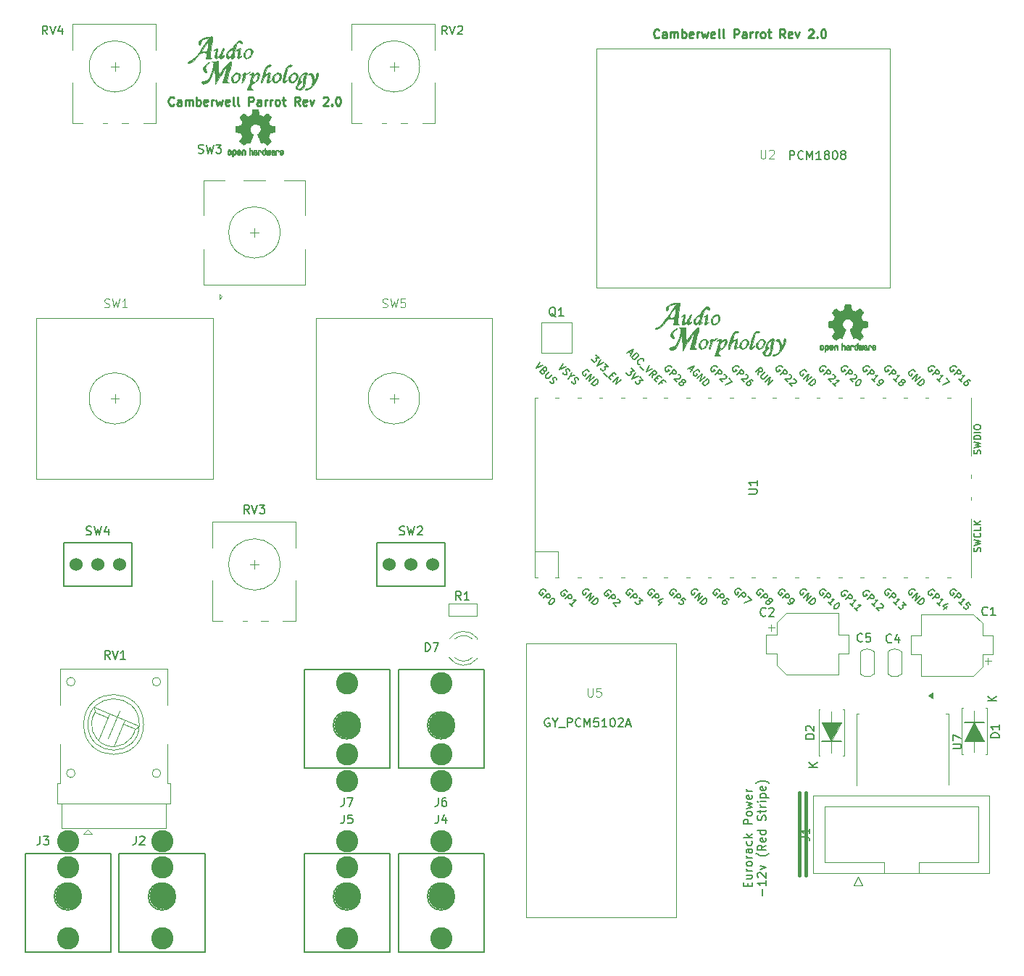
<source format=gbr>
%TF.GenerationSoftware,KiCad,Pcbnew,8.0.7*%
%TF.CreationDate,2025-01-02T18:19:59+00:00*%
%TF.ProjectId,pcb,7063622e-6b69-4636-9164-5f7063625858,2.0*%
%TF.SameCoordinates,Original*%
%TF.FileFunction,Legend,Top*%
%TF.FilePolarity,Positive*%
%FSLAX46Y46*%
G04 Gerber Fmt 4.6, Leading zero omitted, Abs format (unit mm)*
G04 Created by KiCad (PCBNEW 8.0.7) date 2025-01-02 18:19:59*
%MOMM*%
%LPD*%
G01*
G04 APERTURE LIST*
%ADD10C,0.400000*%
%ADD11C,0.200000*%
%ADD12C,0.250000*%
%ADD13C,0.150000*%
%ADD14C,0.100000*%
%ADD15C,0.010000*%
%ADD16C,0.120000*%
%ADD17C,0.050000*%
%ADD18C,1.524000*%
%ADD19C,3.000000*%
%ADD20C,2.600000*%
G04 APERTURE END LIST*
D10*
X123000000Y-120900000D02*
X123000000Y-130500000D01*
X123700000Y-120900000D02*
X123700000Y-130500000D01*
D11*
X116933465Y-131819048D02*
X116933465Y-131485715D01*
X117457275Y-131342858D02*
X117457275Y-131819048D01*
X117457275Y-131819048D02*
X116457275Y-131819048D01*
X116457275Y-131819048D02*
X116457275Y-131342858D01*
X116790608Y-130485715D02*
X117457275Y-130485715D01*
X116790608Y-130914286D02*
X117314417Y-130914286D01*
X117314417Y-130914286D02*
X117409656Y-130866667D01*
X117409656Y-130866667D02*
X117457275Y-130771429D01*
X117457275Y-130771429D02*
X117457275Y-130628572D01*
X117457275Y-130628572D02*
X117409656Y-130533334D01*
X117409656Y-130533334D02*
X117362036Y-130485715D01*
X117457275Y-130009524D02*
X116790608Y-130009524D01*
X116981084Y-130009524D02*
X116885846Y-129961905D01*
X116885846Y-129961905D02*
X116838227Y-129914286D01*
X116838227Y-129914286D02*
X116790608Y-129819048D01*
X116790608Y-129819048D02*
X116790608Y-129723810D01*
X117457275Y-129247619D02*
X117409656Y-129342857D01*
X117409656Y-129342857D02*
X117362036Y-129390476D01*
X117362036Y-129390476D02*
X117266798Y-129438095D01*
X117266798Y-129438095D02*
X116981084Y-129438095D01*
X116981084Y-129438095D02*
X116885846Y-129390476D01*
X116885846Y-129390476D02*
X116838227Y-129342857D01*
X116838227Y-129342857D02*
X116790608Y-129247619D01*
X116790608Y-129247619D02*
X116790608Y-129104762D01*
X116790608Y-129104762D02*
X116838227Y-129009524D01*
X116838227Y-129009524D02*
X116885846Y-128961905D01*
X116885846Y-128961905D02*
X116981084Y-128914286D01*
X116981084Y-128914286D02*
X117266798Y-128914286D01*
X117266798Y-128914286D02*
X117362036Y-128961905D01*
X117362036Y-128961905D02*
X117409656Y-129009524D01*
X117409656Y-129009524D02*
X117457275Y-129104762D01*
X117457275Y-129104762D02*
X117457275Y-129247619D01*
X117457275Y-128485714D02*
X116790608Y-128485714D01*
X116981084Y-128485714D02*
X116885846Y-128438095D01*
X116885846Y-128438095D02*
X116838227Y-128390476D01*
X116838227Y-128390476D02*
X116790608Y-128295238D01*
X116790608Y-128295238D02*
X116790608Y-128200000D01*
X117457275Y-127438095D02*
X116933465Y-127438095D01*
X116933465Y-127438095D02*
X116838227Y-127485714D01*
X116838227Y-127485714D02*
X116790608Y-127580952D01*
X116790608Y-127580952D02*
X116790608Y-127771428D01*
X116790608Y-127771428D02*
X116838227Y-127866666D01*
X117409656Y-127438095D02*
X117457275Y-127533333D01*
X117457275Y-127533333D02*
X117457275Y-127771428D01*
X117457275Y-127771428D02*
X117409656Y-127866666D01*
X117409656Y-127866666D02*
X117314417Y-127914285D01*
X117314417Y-127914285D02*
X117219179Y-127914285D01*
X117219179Y-127914285D02*
X117123941Y-127866666D01*
X117123941Y-127866666D02*
X117076322Y-127771428D01*
X117076322Y-127771428D02*
X117076322Y-127533333D01*
X117076322Y-127533333D02*
X117028703Y-127438095D01*
X117409656Y-126533333D02*
X117457275Y-126628571D01*
X117457275Y-126628571D02*
X117457275Y-126819047D01*
X117457275Y-126819047D02*
X117409656Y-126914285D01*
X117409656Y-126914285D02*
X117362036Y-126961904D01*
X117362036Y-126961904D02*
X117266798Y-127009523D01*
X117266798Y-127009523D02*
X116981084Y-127009523D01*
X116981084Y-127009523D02*
X116885846Y-126961904D01*
X116885846Y-126961904D02*
X116838227Y-126914285D01*
X116838227Y-126914285D02*
X116790608Y-126819047D01*
X116790608Y-126819047D02*
X116790608Y-126628571D01*
X116790608Y-126628571D02*
X116838227Y-126533333D01*
X117457275Y-126104761D02*
X116457275Y-126104761D01*
X117076322Y-126009523D02*
X117457275Y-125723809D01*
X116790608Y-125723809D02*
X117171560Y-126104761D01*
X117457275Y-124533332D02*
X116457275Y-124533332D01*
X116457275Y-124533332D02*
X116457275Y-124152380D01*
X116457275Y-124152380D02*
X116504894Y-124057142D01*
X116504894Y-124057142D02*
X116552513Y-124009523D01*
X116552513Y-124009523D02*
X116647751Y-123961904D01*
X116647751Y-123961904D02*
X116790608Y-123961904D01*
X116790608Y-123961904D02*
X116885846Y-124009523D01*
X116885846Y-124009523D02*
X116933465Y-124057142D01*
X116933465Y-124057142D02*
X116981084Y-124152380D01*
X116981084Y-124152380D02*
X116981084Y-124533332D01*
X117457275Y-123390475D02*
X117409656Y-123485713D01*
X117409656Y-123485713D02*
X117362036Y-123533332D01*
X117362036Y-123533332D02*
X117266798Y-123580951D01*
X117266798Y-123580951D02*
X116981084Y-123580951D01*
X116981084Y-123580951D02*
X116885846Y-123533332D01*
X116885846Y-123533332D02*
X116838227Y-123485713D01*
X116838227Y-123485713D02*
X116790608Y-123390475D01*
X116790608Y-123390475D02*
X116790608Y-123247618D01*
X116790608Y-123247618D02*
X116838227Y-123152380D01*
X116838227Y-123152380D02*
X116885846Y-123104761D01*
X116885846Y-123104761D02*
X116981084Y-123057142D01*
X116981084Y-123057142D02*
X117266798Y-123057142D01*
X117266798Y-123057142D02*
X117362036Y-123104761D01*
X117362036Y-123104761D02*
X117409656Y-123152380D01*
X117409656Y-123152380D02*
X117457275Y-123247618D01*
X117457275Y-123247618D02*
X117457275Y-123390475D01*
X116790608Y-122723808D02*
X117457275Y-122533332D01*
X117457275Y-122533332D02*
X116981084Y-122342856D01*
X116981084Y-122342856D02*
X117457275Y-122152380D01*
X117457275Y-122152380D02*
X116790608Y-121961904D01*
X117409656Y-121199999D02*
X117457275Y-121295237D01*
X117457275Y-121295237D02*
X117457275Y-121485713D01*
X117457275Y-121485713D02*
X117409656Y-121580951D01*
X117409656Y-121580951D02*
X117314417Y-121628570D01*
X117314417Y-121628570D02*
X116933465Y-121628570D01*
X116933465Y-121628570D02*
X116838227Y-121580951D01*
X116838227Y-121580951D02*
X116790608Y-121485713D01*
X116790608Y-121485713D02*
X116790608Y-121295237D01*
X116790608Y-121295237D02*
X116838227Y-121199999D01*
X116838227Y-121199999D02*
X116933465Y-121152380D01*
X116933465Y-121152380D02*
X117028703Y-121152380D01*
X117028703Y-121152380D02*
X117123941Y-121628570D01*
X117457275Y-120723808D02*
X116790608Y-120723808D01*
X116981084Y-120723808D02*
X116885846Y-120676189D01*
X116885846Y-120676189D02*
X116838227Y-120628570D01*
X116838227Y-120628570D02*
X116790608Y-120533332D01*
X116790608Y-120533332D02*
X116790608Y-120438094D01*
X118686266Y-132914286D02*
X118686266Y-132152382D01*
X119067219Y-131152382D02*
X119067219Y-131723810D01*
X119067219Y-131438096D02*
X118067219Y-131438096D01*
X118067219Y-131438096D02*
X118210076Y-131533334D01*
X118210076Y-131533334D02*
X118305314Y-131628572D01*
X118305314Y-131628572D02*
X118352933Y-131723810D01*
X118162457Y-130771429D02*
X118114838Y-130723810D01*
X118114838Y-130723810D02*
X118067219Y-130628572D01*
X118067219Y-130628572D02*
X118067219Y-130390477D01*
X118067219Y-130390477D02*
X118114838Y-130295239D01*
X118114838Y-130295239D02*
X118162457Y-130247620D01*
X118162457Y-130247620D02*
X118257695Y-130200001D01*
X118257695Y-130200001D02*
X118352933Y-130200001D01*
X118352933Y-130200001D02*
X118495790Y-130247620D01*
X118495790Y-130247620D02*
X119067219Y-130819048D01*
X119067219Y-130819048D02*
X119067219Y-130200001D01*
X118400552Y-129866667D02*
X119067219Y-129628572D01*
X119067219Y-129628572D02*
X118400552Y-129390477D01*
X119448171Y-127961905D02*
X119400552Y-128009524D01*
X119400552Y-128009524D02*
X119257695Y-128104762D01*
X119257695Y-128104762D02*
X119162457Y-128152381D01*
X119162457Y-128152381D02*
X119019600Y-128200000D01*
X119019600Y-128200000D02*
X118781504Y-128247619D01*
X118781504Y-128247619D02*
X118591028Y-128247619D01*
X118591028Y-128247619D02*
X118352933Y-128200000D01*
X118352933Y-128200000D02*
X118210076Y-128152381D01*
X118210076Y-128152381D02*
X118114838Y-128104762D01*
X118114838Y-128104762D02*
X117971980Y-128009524D01*
X117971980Y-128009524D02*
X117924361Y-127961905D01*
X119067219Y-127009524D02*
X118591028Y-127342857D01*
X119067219Y-127580952D02*
X118067219Y-127580952D01*
X118067219Y-127580952D02*
X118067219Y-127200000D01*
X118067219Y-127200000D02*
X118114838Y-127104762D01*
X118114838Y-127104762D02*
X118162457Y-127057143D01*
X118162457Y-127057143D02*
X118257695Y-127009524D01*
X118257695Y-127009524D02*
X118400552Y-127009524D01*
X118400552Y-127009524D02*
X118495790Y-127057143D01*
X118495790Y-127057143D02*
X118543409Y-127104762D01*
X118543409Y-127104762D02*
X118591028Y-127200000D01*
X118591028Y-127200000D02*
X118591028Y-127580952D01*
X119019600Y-126200000D02*
X119067219Y-126295238D01*
X119067219Y-126295238D02*
X119067219Y-126485714D01*
X119067219Y-126485714D02*
X119019600Y-126580952D01*
X119019600Y-126580952D02*
X118924361Y-126628571D01*
X118924361Y-126628571D02*
X118543409Y-126628571D01*
X118543409Y-126628571D02*
X118448171Y-126580952D01*
X118448171Y-126580952D02*
X118400552Y-126485714D01*
X118400552Y-126485714D02*
X118400552Y-126295238D01*
X118400552Y-126295238D02*
X118448171Y-126200000D01*
X118448171Y-126200000D02*
X118543409Y-126152381D01*
X118543409Y-126152381D02*
X118638647Y-126152381D01*
X118638647Y-126152381D02*
X118733885Y-126628571D01*
X119067219Y-125295238D02*
X118067219Y-125295238D01*
X119019600Y-125295238D02*
X119067219Y-125390476D01*
X119067219Y-125390476D02*
X119067219Y-125580952D01*
X119067219Y-125580952D02*
X119019600Y-125676190D01*
X119019600Y-125676190D02*
X118971980Y-125723809D01*
X118971980Y-125723809D02*
X118876742Y-125771428D01*
X118876742Y-125771428D02*
X118591028Y-125771428D01*
X118591028Y-125771428D02*
X118495790Y-125723809D01*
X118495790Y-125723809D02*
X118448171Y-125676190D01*
X118448171Y-125676190D02*
X118400552Y-125580952D01*
X118400552Y-125580952D02*
X118400552Y-125390476D01*
X118400552Y-125390476D02*
X118448171Y-125295238D01*
X119019600Y-124104761D02*
X119067219Y-123961904D01*
X119067219Y-123961904D02*
X119067219Y-123723809D01*
X119067219Y-123723809D02*
X119019600Y-123628571D01*
X119019600Y-123628571D02*
X118971980Y-123580952D01*
X118971980Y-123580952D02*
X118876742Y-123533333D01*
X118876742Y-123533333D02*
X118781504Y-123533333D01*
X118781504Y-123533333D02*
X118686266Y-123580952D01*
X118686266Y-123580952D02*
X118638647Y-123628571D01*
X118638647Y-123628571D02*
X118591028Y-123723809D01*
X118591028Y-123723809D02*
X118543409Y-123914285D01*
X118543409Y-123914285D02*
X118495790Y-124009523D01*
X118495790Y-124009523D02*
X118448171Y-124057142D01*
X118448171Y-124057142D02*
X118352933Y-124104761D01*
X118352933Y-124104761D02*
X118257695Y-124104761D01*
X118257695Y-124104761D02*
X118162457Y-124057142D01*
X118162457Y-124057142D02*
X118114838Y-124009523D01*
X118114838Y-124009523D02*
X118067219Y-123914285D01*
X118067219Y-123914285D02*
X118067219Y-123676190D01*
X118067219Y-123676190D02*
X118114838Y-123533333D01*
X118400552Y-123247618D02*
X118400552Y-122866666D01*
X118067219Y-123104761D02*
X118924361Y-123104761D01*
X118924361Y-123104761D02*
X119019600Y-123057142D01*
X119019600Y-123057142D02*
X119067219Y-122961904D01*
X119067219Y-122961904D02*
X119067219Y-122866666D01*
X119067219Y-122533332D02*
X118400552Y-122533332D01*
X118591028Y-122533332D02*
X118495790Y-122485713D01*
X118495790Y-122485713D02*
X118448171Y-122438094D01*
X118448171Y-122438094D02*
X118400552Y-122342856D01*
X118400552Y-122342856D02*
X118400552Y-122247618D01*
X119067219Y-121914284D02*
X118400552Y-121914284D01*
X118067219Y-121914284D02*
X118114838Y-121961903D01*
X118114838Y-121961903D02*
X118162457Y-121914284D01*
X118162457Y-121914284D02*
X118114838Y-121866665D01*
X118114838Y-121866665D02*
X118067219Y-121914284D01*
X118067219Y-121914284D02*
X118162457Y-121914284D01*
X118400552Y-121438094D02*
X119400552Y-121438094D01*
X118448171Y-121438094D02*
X118400552Y-121342856D01*
X118400552Y-121342856D02*
X118400552Y-121152380D01*
X118400552Y-121152380D02*
X118448171Y-121057142D01*
X118448171Y-121057142D02*
X118495790Y-121009523D01*
X118495790Y-121009523D02*
X118591028Y-120961904D01*
X118591028Y-120961904D02*
X118876742Y-120961904D01*
X118876742Y-120961904D02*
X118971980Y-121009523D01*
X118971980Y-121009523D02*
X119019600Y-121057142D01*
X119019600Y-121057142D02*
X119067219Y-121152380D01*
X119067219Y-121152380D02*
X119067219Y-121342856D01*
X119067219Y-121342856D02*
X119019600Y-121438094D01*
X119019600Y-120152380D02*
X119067219Y-120247618D01*
X119067219Y-120247618D02*
X119067219Y-120438094D01*
X119067219Y-120438094D02*
X119019600Y-120533332D01*
X119019600Y-120533332D02*
X118924361Y-120580951D01*
X118924361Y-120580951D02*
X118543409Y-120580951D01*
X118543409Y-120580951D02*
X118448171Y-120533332D01*
X118448171Y-120533332D02*
X118400552Y-120438094D01*
X118400552Y-120438094D02*
X118400552Y-120247618D01*
X118400552Y-120247618D02*
X118448171Y-120152380D01*
X118448171Y-120152380D02*
X118543409Y-120104761D01*
X118543409Y-120104761D02*
X118638647Y-120104761D01*
X118638647Y-120104761D02*
X118733885Y-120580951D01*
X119448171Y-119771427D02*
X119400552Y-119723808D01*
X119400552Y-119723808D02*
X119257695Y-119628570D01*
X119257695Y-119628570D02*
X119162457Y-119580951D01*
X119162457Y-119580951D02*
X119019600Y-119533332D01*
X119019600Y-119533332D02*
X118781504Y-119485713D01*
X118781504Y-119485713D02*
X118591028Y-119485713D01*
X118591028Y-119485713D02*
X118352933Y-119533332D01*
X118352933Y-119533332D02*
X118210076Y-119580951D01*
X118210076Y-119580951D02*
X118114838Y-119628570D01*
X118114838Y-119628570D02*
X117971980Y-119723808D01*
X117971980Y-119723808D02*
X117924361Y-119771427D01*
D12*
X106573996Y-32569380D02*
X106526377Y-32617000D01*
X106526377Y-32617000D02*
X106383520Y-32664619D01*
X106383520Y-32664619D02*
X106288282Y-32664619D01*
X106288282Y-32664619D02*
X106145425Y-32617000D01*
X106145425Y-32617000D02*
X106050187Y-32521761D01*
X106050187Y-32521761D02*
X106002568Y-32426523D01*
X106002568Y-32426523D02*
X105954949Y-32236047D01*
X105954949Y-32236047D02*
X105954949Y-32093190D01*
X105954949Y-32093190D02*
X106002568Y-31902714D01*
X106002568Y-31902714D02*
X106050187Y-31807476D01*
X106050187Y-31807476D02*
X106145425Y-31712238D01*
X106145425Y-31712238D02*
X106288282Y-31664619D01*
X106288282Y-31664619D02*
X106383520Y-31664619D01*
X106383520Y-31664619D02*
X106526377Y-31712238D01*
X106526377Y-31712238D02*
X106573996Y-31759857D01*
X107431139Y-32664619D02*
X107431139Y-32140809D01*
X107431139Y-32140809D02*
X107383520Y-32045571D01*
X107383520Y-32045571D02*
X107288282Y-31997952D01*
X107288282Y-31997952D02*
X107097806Y-31997952D01*
X107097806Y-31997952D02*
X107002568Y-32045571D01*
X107431139Y-32617000D02*
X107335901Y-32664619D01*
X107335901Y-32664619D02*
X107097806Y-32664619D01*
X107097806Y-32664619D02*
X107002568Y-32617000D01*
X107002568Y-32617000D02*
X106954949Y-32521761D01*
X106954949Y-32521761D02*
X106954949Y-32426523D01*
X106954949Y-32426523D02*
X107002568Y-32331285D01*
X107002568Y-32331285D02*
X107097806Y-32283666D01*
X107097806Y-32283666D02*
X107335901Y-32283666D01*
X107335901Y-32283666D02*
X107431139Y-32236047D01*
X107907330Y-32664619D02*
X107907330Y-31997952D01*
X107907330Y-32093190D02*
X107954949Y-32045571D01*
X107954949Y-32045571D02*
X108050187Y-31997952D01*
X108050187Y-31997952D02*
X108193044Y-31997952D01*
X108193044Y-31997952D02*
X108288282Y-32045571D01*
X108288282Y-32045571D02*
X108335901Y-32140809D01*
X108335901Y-32140809D02*
X108335901Y-32664619D01*
X108335901Y-32140809D02*
X108383520Y-32045571D01*
X108383520Y-32045571D02*
X108478758Y-31997952D01*
X108478758Y-31997952D02*
X108621615Y-31997952D01*
X108621615Y-31997952D02*
X108716854Y-32045571D01*
X108716854Y-32045571D02*
X108764473Y-32140809D01*
X108764473Y-32140809D02*
X108764473Y-32664619D01*
X109240663Y-32664619D02*
X109240663Y-31664619D01*
X109240663Y-32045571D02*
X109335901Y-31997952D01*
X109335901Y-31997952D02*
X109526377Y-31997952D01*
X109526377Y-31997952D02*
X109621615Y-32045571D01*
X109621615Y-32045571D02*
X109669234Y-32093190D01*
X109669234Y-32093190D02*
X109716853Y-32188428D01*
X109716853Y-32188428D02*
X109716853Y-32474142D01*
X109716853Y-32474142D02*
X109669234Y-32569380D01*
X109669234Y-32569380D02*
X109621615Y-32617000D01*
X109621615Y-32617000D02*
X109526377Y-32664619D01*
X109526377Y-32664619D02*
X109335901Y-32664619D01*
X109335901Y-32664619D02*
X109240663Y-32617000D01*
X110526377Y-32617000D02*
X110431139Y-32664619D01*
X110431139Y-32664619D02*
X110240663Y-32664619D01*
X110240663Y-32664619D02*
X110145425Y-32617000D01*
X110145425Y-32617000D02*
X110097806Y-32521761D01*
X110097806Y-32521761D02*
X110097806Y-32140809D01*
X110097806Y-32140809D02*
X110145425Y-32045571D01*
X110145425Y-32045571D02*
X110240663Y-31997952D01*
X110240663Y-31997952D02*
X110431139Y-31997952D01*
X110431139Y-31997952D02*
X110526377Y-32045571D01*
X110526377Y-32045571D02*
X110573996Y-32140809D01*
X110573996Y-32140809D02*
X110573996Y-32236047D01*
X110573996Y-32236047D02*
X110097806Y-32331285D01*
X111002568Y-32664619D02*
X111002568Y-31997952D01*
X111002568Y-32188428D02*
X111050187Y-32093190D01*
X111050187Y-32093190D02*
X111097806Y-32045571D01*
X111097806Y-32045571D02*
X111193044Y-31997952D01*
X111193044Y-31997952D02*
X111288282Y-31997952D01*
X111526378Y-31997952D02*
X111716854Y-32664619D01*
X111716854Y-32664619D02*
X111907330Y-32188428D01*
X111907330Y-32188428D02*
X112097806Y-32664619D01*
X112097806Y-32664619D02*
X112288282Y-31997952D01*
X113050187Y-32617000D02*
X112954949Y-32664619D01*
X112954949Y-32664619D02*
X112764473Y-32664619D01*
X112764473Y-32664619D02*
X112669235Y-32617000D01*
X112669235Y-32617000D02*
X112621616Y-32521761D01*
X112621616Y-32521761D02*
X112621616Y-32140809D01*
X112621616Y-32140809D02*
X112669235Y-32045571D01*
X112669235Y-32045571D02*
X112764473Y-31997952D01*
X112764473Y-31997952D02*
X112954949Y-31997952D01*
X112954949Y-31997952D02*
X113050187Y-32045571D01*
X113050187Y-32045571D02*
X113097806Y-32140809D01*
X113097806Y-32140809D02*
X113097806Y-32236047D01*
X113097806Y-32236047D02*
X112621616Y-32331285D01*
X113669235Y-32664619D02*
X113573997Y-32617000D01*
X113573997Y-32617000D02*
X113526378Y-32521761D01*
X113526378Y-32521761D02*
X113526378Y-31664619D01*
X114193045Y-32664619D02*
X114097807Y-32617000D01*
X114097807Y-32617000D02*
X114050188Y-32521761D01*
X114050188Y-32521761D02*
X114050188Y-31664619D01*
X115335903Y-32664619D02*
X115335903Y-31664619D01*
X115335903Y-31664619D02*
X115716855Y-31664619D01*
X115716855Y-31664619D02*
X115812093Y-31712238D01*
X115812093Y-31712238D02*
X115859712Y-31759857D01*
X115859712Y-31759857D02*
X115907331Y-31855095D01*
X115907331Y-31855095D02*
X115907331Y-31997952D01*
X115907331Y-31997952D02*
X115859712Y-32093190D01*
X115859712Y-32093190D02*
X115812093Y-32140809D01*
X115812093Y-32140809D02*
X115716855Y-32188428D01*
X115716855Y-32188428D02*
X115335903Y-32188428D01*
X116764474Y-32664619D02*
X116764474Y-32140809D01*
X116764474Y-32140809D02*
X116716855Y-32045571D01*
X116716855Y-32045571D02*
X116621617Y-31997952D01*
X116621617Y-31997952D02*
X116431141Y-31997952D01*
X116431141Y-31997952D02*
X116335903Y-32045571D01*
X116764474Y-32617000D02*
X116669236Y-32664619D01*
X116669236Y-32664619D02*
X116431141Y-32664619D01*
X116431141Y-32664619D02*
X116335903Y-32617000D01*
X116335903Y-32617000D02*
X116288284Y-32521761D01*
X116288284Y-32521761D02*
X116288284Y-32426523D01*
X116288284Y-32426523D02*
X116335903Y-32331285D01*
X116335903Y-32331285D02*
X116431141Y-32283666D01*
X116431141Y-32283666D02*
X116669236Y-32283666D01*
X116669236Y-32283666D02*
X116764474Y-32236047D01*
X117240665Y-32664619D02*
X117240665Y-31997952D01*
X117240665Y-32188428D02*
X117288284Y-32093190D01*
X117288284Y-32093190D02*
X117335903Y-32045571D01*
X117335903Y-32045571D02*
X117431141Y-31997952D01*
X117431141Y-31997952D02*
X117526379Y-31997952D01*
X117859713Y-32664619D02*
X117859713Y-31997952D01*
X117859713Y-32188428D02*
X117907332Y-32093190D01*
X117907332Y-32093190D02*
X117954951Y-32045571D01*
X117954951Y-32045571D02*
X118050189Y-31997952D01*
X118050189Y-31997952D02*
X118145427Y-31997952D01*
X118621618Y-32664619D02*
X118526380Y-32617000D01*
X118526380Y-32617000D02*
X118478761Y-32569380D01*
X118478761Y-32569380D02*
X118431142Y-32474142D01*
X118431142Y-32474142D02*
X118431142Y-32188428D01*
X118431142Y-32188428D02*
X118478761Y-32093190D01*
X118478761Y-32093190D02*
X118526380Y-32045571D01*
X118526380Y-32045571D02*
X118621618Y-31997952D01*
X118621618Y-31997952D02*
X118764475Y-31997952D01*
X118764475Y-31997952D02*
X118859713Y-32045571D01*
X118859713Y-32045571D02*
X118907332Y-32093190D01*
X118907332Y-32093190D02*
X118954951Y-32188428D01*
X118954951Y-32188428D02*
X118954951Y-32474142D01*
X118954951Y-32474142D02*
X118907332Y-32569380D01*
X118907332Y-32569380D02*
X118859713Y-32617000D01*
X118859713Y-32617000D02*
X118764475Y-32664619D01*
X118764475Y-32664619D02*
X118621618Y-32664619D01*
X119240666Y-31997952D02*
X119621618Y-31997952D01*
X119383523Y-31664619D02*
X119383523Y-32521761D01*
X119383523Y-32521761D02*
X119431142Y-32617000D01*
X119431142Y-32617000D02*
X119526380Y-32664619D01*
X119526380Y-32664619D02*
X119621618Y-32664619D01*
X121288285Y-32664619D02*
X120954952Y-32188428D01*
X120716857Y-32664619D02*
X120716857Y-31664619D01*
X120716857Y-31664619D02*
X121097809Y-31664619D01*
X121097809Y-31664619D02*
X121193047Y-31712238D01*
X121193047Y-31712238D02*
X121240666Y-31759857D01*
X121240666Y-31759857D02*
X121288285Y-31855095D01*
X121288285Y-31855095D02*
X121288285Y-31997952D01*
X121288285Y-31997952D02*
X121240666Y-32093190D01*
X121240666Y-32093190D02*
X121193047Y-32140809D01*
X121193047Y-32140809D02*
X121097809Y-32188428D01*
X121097809Y-32188428D02*
X120716857Y-32188428D01*
X122097809Y-32617000D02*
X122002571Y-32664619D01*
X122002571Y-32664619D02*
X121812095Y-32664619D01*
X121812095Y-32664619D02*
X121716857Y-32617000D01*
X121716857Y-32617000D02*
X121669238Y-32521761D01*
X121669238Y-32521761D02*
X121669238Y-32140809D01*
X121669238Y-32140809D02*
X121716857Y-32045571D01*
X121716857Y-32045571D02*
X121812095Y-31997952D01*
X121812095Y-31997952D02*
X122002571Y-31997952D01*
X122002571Y-31997952D02*
X122097809Y-32045571D01*
X122097809Y-32045571D02*
X122145428Y-32140809D01*
X122145428Y-32140809D02*
X122145428Y-32236047D01*
X122145428Y-32236047D02*
X121669238Y-32331285D01*
X122478762Y-31997952D02*
X122716857Y-32664619D01*
X122716857Y-32664619D02*
X122954952Y-31997952D01*
X124050191Y-31759857D02*
X124097810Y-31712238D01*
X124097810Y-31712238D02*
X124193048Y-31664619D01*
X124193048Y-31664619D02*
X124431143Y-31664619D01*
X124431143Y-31664619D02*
X124526381Y-31712238D01*
X124526381Y-31712238D02*
X124574000Y-31759857D01*
X124574000Y-31759857D02*
X124621619Y-31855095D01*
X124621619Y-31855095D02*
X124621619Y-31950333D01*
X124621619Y-31950333D02*
X124574000Y-32093190D01*
X124574000Y-32093190D02*
X124002572Y-32664619D01*
X124002572Y-32664619D02*
X124621619Y-32664619D01*
X125050191Y-32569380D02*
X125097810Y-32617000D01*
X125097810Y-32617000D02*
X125050191Y-32664619D01*
X125050191Y-32664619D02*
X125002572Y-32617000D01*
X125002572Y-32617000D02*
X125050191Y-32569380D01*
X125050191Y-32569380D02*
X125050191Y-32664619D01*
X125716857Y-31664619D02*
X125812095Y-31664619D01*
X125812095Y-31664619D02*
X125907333Y-31712238D01*
X125907333Y-31712238D02*
X125954952Y-31759857D01*
X125954952Y-31759857D02*
X126002571Y-31855095D01*
X126002571Y-31855095D02*
X126050190Y-32045571D01*
X126050190Y-32045571D02*
X126050190Y-32283666D01*
X126050190Y-32283666D02*
X126002571Y-32474142D01*
X126002571Y-32474142D02*
X125954952Y-32569380D01*
X125954952Y-32569380D02*
X125907333Y-32617000D01*
X125907333Y-32617000D02*
X125812095Y-32664619D01*
X125812095Y-32664619D02*
X125716857Y-32664619D01*
X125716857Y-32664619D02*
X125621619Y-32617000D01*
X125621619Y-32617000D02*
X125574000Y-32569380D01*
X125574000Y-32569380D02*
X125526381Y-32474142D01*
X125526381Y-32474142D02*
X125478762Y-32283666D01*
X125478762Y-32283666D02*
X125478762Y-32045571D01*
X125478762Y-32045571D02*
X125526381Y-31855095D01*
X125526381Y-31855095D02*
X125574000Y-31759857D01*
X125574000Y-31759857D02*
X125621619Y-31712238D01*
X125621619Y-31712238D02*
X125716857Y-31664619D01*
X49873996Y-40469380D02*
X49826377Y-40517000D01*
X49826377Y-40517000D02*
X49683520Y-40564619D01*
X49683520Y-40564619D02*
X49588282Y-40564619D01*
X49588282Y-40564619D02*
X49445425Y-40517000D01*
X49445425Y-40517000D02*
X49350187Y-40421761D01*
X49350187Y-40421761D02*
X49302568Y-40326523D01*
X49302568Y-40326523D02*
X49254949Y-40136047D01*
X49254949Y-40136047D02*
X49254949Y-39993190D01*
X49254949Y-39993190D02*
X49302568Y-39802714D01*
X49302568Y-39802714D02*
X49350187Y-39707476D01*
X49350187Y-39707476D02*
X49445425Y-39612238D01*
X49445425Y-39612238D02*
X49588282Y-39564619D01*
X49588282Y-39564619D02*
X49683520Y-39564619D01*
X49683520Y-39564619D02*
X49826377Y-39612238D01*
X49826377Y-39612238D02*
X49873996Y-39659857D01*
X50731139Y-40564619D02*
X50731139Y-40040809D01*
X50731139Y-40040809D02*
X50683520Y-39945571D01*
X50683520Y-39945571D02*
X50588282Y-39897952D01*
X50588282Y-39897952D02*
X50397806Y-39897952D01*
X50397806Y-39897952D02*
X50302568Y-39945571D01*
X50731139Y-40517000D02*
X50635901Y-40564619D01*
X50635901Y-40564619D02*
X50397806Y-40564619D01*
X50397806Y-40564619D02*
X50302568Y-40517000D01*
X50302568Y-40517000D02*
X50254949Y-40421761D01*
X50254949Y-40421761D02*
X50254949Y-40326523D01*
X50254949Y-40326523D02*
X50302568Y-40231285D01*
X50302568Y-40231285D02*
X50397806Y-40183666D01*
X50397806Y-40183666D02*
X50635901Y-40183666D01*
X50635901Y-40183666D02*
X50731139Y-40136047D01*
X51207330Y-40564619D02*
X51207330Y-39897952D01*
X51207330Y-39993190D02*
X51254949Y-39945571D01*
X51254949Y-39945571D02*
X51350187Y-39897952D01*
X51350187Y-39897952D02*
X51493044Y-39897952D01*
X51493044Y-39897952D02*
X51588282Y-39945571D01*
X51588282Y-39945571D02*
X51635901Y-40040809D01*
X51635901Y-40040809D02*
X51635901Y-40564619D01*
X51635901Y-40040809D02*
X51683520Y-39945571D01*
X51683520Y-39945571D02*
X51778758Y-39897952D01*
X51778758Y-39897952D02*
X51921615Y-39897952D01*
X51921615Y-39897952D02*
X52016854Y-39945571D01*
X52016854Y-39945571D02*
X52064473Y-40040809D01*
X52064473Y-40040809D02*
X52064473Y-40564619D01*
X52540663Y-40564619D02*
X52540663Y-39564619D01*
X52540663Y-39945571D02*
X52635901Y-39897952D01*
X52635901Y-39897952D02*
X52826377Y-39897952D01*
X52826377Y-39897952D02*
X52921615Y-39945571D01*
X52921615Y-39945571D02*
X52969234Y-39993190D01*
X52969234Y-39993190D02*
X53016853Y-40088428D01*
X53016853Y-40088428D02*
X53016853Y-40374142D01*
X53016853Y-40374142D02*
X52969234Y-40469380D01*
X52969234Y-40469380D02*
X52921615Y-40517000D01*
X52921615Y-40517000D02*
X52826377Y-40564619D01*
X52826377Y-40564619D02*
X52635901Y-40564619D01*
X52635901Y-40564619D02*
X52540663Y-40517000D01*
X53826377Y-40517000D02*
X53731139Y-40564619D01*
X53731139Y-40564619D02*
X53540663Y-40564619D01*
X53540663Y-40564619D02*
X53445425Y-40517000D01*
X53445425Y-40517000D02*
X53397806Y-40421761D01*
X53397806Y-40421761D02*
X53397806Y-40040809D01*
X53397806Y-40040809D02*
X53445425Y-39945571D01*
X53445425Y-39945571D02*
X53540663Y-39897952D01*
X53540663Y-39897952D02*
X53731139Y-39897952D01*
X53731139Y-39897952D02*
X53826377Y-39945571D01*
X53826377Y-39945571D02*
X53873996Y-40040809D01*
X53873996Y-40040809D02*
X53873996Y-40136047D01*
X53873996Y-40136047D02*
X53397806Y-40231285D01*
X54302568Y-40564619D02*
X54302568Y-39897952D01*
X54302568Y-40088428D02*
X54350187Y-39993190D01*
X54350187Y-39993190D02*
X54397806Y-39945571D01*
X54397806Y-39945571D02*
X54493044Y-39897952D01*
X54493044Y-39897952D02*
X54588282Y-39897952D01*
X54826378Y-39897952D02*
X55016854Y-40564619D01*
X55016854Y-40564619D02*
X55207330Y-40088428D01*
X55207330Y-40088428D02*
X55397806Y-40564619D01*
X55397806Y-40564619D02*
X55588282Y-39897952D01*
X56350187Y-40517000D02*
X56254949Y-40564619D01*
X56254949Y-40564619D02*
X56064473Y-40564619D01*
X56064473Y-40564619D02*
X55969235Y-40517000D01*
X55969235Y-40517000D02*
X55921616Y-40421761D01*
X55921616Y-40421761D02*
X55921616Y-40040809D01*
X55921616Y-40040809D02*
X55969235Y-39945571D01*
X55969235Y-39945571D02*
X56064473Y-39897952D01*
X56064473Y-39897952D02*
X56254949Y-39897952D01*
X56254949Y-39897952D02*
X56350187Y-39945571D01*
X56350187Y-39945571D02*
X56397806Y-40040809D01*
X56397806Y-40040809D02*
X56397806Y-40136047D01*
X56397806Y-40136047D02*
X55921616Y-40231285D01*
X56969235Y-40564619D02*
X56873997Y-40517000D01*
X56873997Y-40517000D02*
X56826378Y-40421761D01*
X56826378Y-40421761D02*
X56826378Y-39564619D01*
X57493045Y-40564619D02*
X57397807Y-40517000D01*
X57397807Y-40517000D02*
X57350188Y-40421761D01*
X57350188Y-40421761D02*
X57350188Y-39564619D01*
X58635903Y-40564619D02*
X58635903Y-39564619D01*
X58635903Y-39564619D02*
X59016855Y-39564619D01*
X59016855Y-39564619D02*
X59112093Y-39612238D01*
X59112093Y-39612238D02*
X59159712Y-39659857D01*
X59159712Y-39659857D02*
X59207331Y-39755095D01*
X59207331Y-39755095D02*
X59207331Y-39897952D01*
X59207331Y-39897952D02*
X59159712Y-39993190D01*
X59159712Y-39993190D02*
X59112093Y-40040809D01*
X59112093Y-40040809D02*
X59016855Y-40088428D01*
X59016855Y-40088428D02*
X58635903Y-40088428D01*
X60064474Y-40564619D02*
X60064474Y-40040809D01*
X60064474Y-40040809D02*
X60016855Y-39945571D01*
X60016855Y-39945571D02*
X59921617Y-39897952D01*
X59921617Y-39897952D02*
X59731141Y-39897952D01*
X59731141Y-39897952D02*
X59635903Y-39945571D01*
X60064474Y-40517000D02*
X59969236Y-40564619D01*
X59969236Y-40564619D02*
X59731141Y-40564619D01*
X59731141Y-40564619D02*
X59635903Y-40517000D01*
X59635903Y-40517000D02*
X59588284Y-40421761D01*
X59588284Y-40421761D02*
X59588284Y-40326523D01*
X59588284Y-40326523D02*
X59635903Y-40231285D01*
X59635903Y-40231285D02*
X59731141Y-40183666D01*
X59731141Y-40183666D02*
X59969236Y-40183666D01*
X59969236Y-40183666D02*
X60064474Y-40136047D01*
X60540665Y-40564619D02*
X60540665Y-39897952D01*
X60540665Y-40088428D02*
X60588284Y-39993190D01*
X60588284Y-39993190D02*
X60635903Y-39945571D01*
X60635903Y-39945571D02*
X60731141Y-39897952D01*
X60731141Y-39897952D02*
X60826379Y-39897952D01*
X61159713Y-40564619D02*
X61159713Y-39897952D01*
X61159713Y-40088428D02*
X61207332Y-39993190D01*
X61207332Y-39993190D02*
X61254951Y-39945571D01*
X61254951Y-39945571D02*
X61350189Y-39897952D01*
X61350189Y-39897952D02*
X61445427Y-39897952D01*
X61921618Y-40564619D02*
X61826380Y-40517000D01*
X61826380Y-40517000D02*
X61778761Y-40469380D01*
X61778761Y-40469380D02*
X61731142Y-40374142D01*
X61731142Y-40374142D02*
X61731142Y-40088428D01*
X61731142Y-40088428D02*
X61778761Y-39993190D01*
X61778761Y-39993190D02*
X61826380Y-39945571D01*
X61826380Y-39945571D02*
X61921618Y-39897952D01*
X61921618Y-39897952D02*
X62064475Y-39897952D01*
X62064475Y-39897952D02*
X62159713Y-39945571D01*
X62159713Y-39945571D02*
X62207332Y-39993190D01*
X62207332Y-39993190D02*
X62254951Y-40088428D01*
X62254951Y-40088428D02*
X62254951Y-40374142D01*
X62254951Y-40374142D02*
X62207332Y-40469380D01*
X62207332Y-40469380D02*
X62159713Y-40517000D01*
X62159713Y-40517000D02*
X62064475Y-40564619D01*
X62064475Y-40564619D02*
X61921618Y-40564619D01*
X62540666Y-39897952D02*
X62921618Y-39897952D01*
X62683523Y-39564619D02*
X62683523Y-40421761D01*
X62683523Y-40421761D02*
X62731142Y-40517000D01*
X62731142Y-40517000D02*
X62826380Y-40564619D01*
X62826380Y-40564619D02*
X62921618Y-40564619D01*
X64588285Y-40564619D02*
X64254952Y-40088428D01*
X64016857Y-40564619D02*
X64016857Y-39564619D01*
X64016857Y-39564619D02*
X64397809Y-39564619D01*
X64397809Y-39564619D02*
X64493047Y-39612238D01*
X64493047Y-39612238D02*
X64540666Y-39659857D01*
X64540666Y-39659857D02*
X64588285Y-39755095D01*
X64588285Y-39755095D02*
X64588285Y-39897952D01*
X64588285Y-39897952D02*
X64540666Y-39993190D01*
X64540666Y-39993190D02*
X64493047Y-40040809D01*
X64493047Y-40040809D02*
X64397809Y-40088428D01*
X64397809Y-40088428D02*
X64016857Y-40088428D01*
X65397809Y-40517000D02*
X65302571Y-40564619D01*
X65302571Y-40564619D02*
X65112095Y-40564619D01*
X65112095Y-40564619D02*
X65016857Y-40517000D01*
X65016857Y-40517000D02*
X64969238Y-40421761D01*
X64969238Y-40421761D02*
X64969238Y-40040809D01*
X64969238Y-40040809D02*
X65016857Y-39945571D01*
X65016857Y-39945571D02*
X65112095Y-39897952D01*
X65112095Y-39897952D02*
X65302571Y-39897952D01*
X65302571Y-39897952D02*
X65397809Y-39945571D01*
X65397809Y-39945571D02*
X65445428Y-40040809D01*
X65445428Y-40040809D02*
X65445428Y-40136047D01*
X65445428Y-40136047D02*
X64969238Y-40231285D01*
X65778762Y-39897952D02*
X66016857Y-40564619D01*
X66016857Y-40564619D02*
X66254952Y-39897952D01*
X67350191Y-39659857D02*
X67397810Y-39612238D01*
X67397810Y-39612238D02*
X67493048Y-39564619D01*
X67493048Y-39564619D02*
X67731143Y-39564619D01*
X67731143Y-39564619D02*
X67826381Y-39612238D01*
X67826381Y-39612238D02*
X67874000Y-39659857D01*
X67874000Y-39659857D02*
X67921619Y-39755095D01*
X67921619Y-39755095D02*
X67921619Y-39850333D01*
X67921619Y-39850333D02*
X67874000Y-39993190D01*
X67874000Y-39993190D02*
X67302572Y-40564619D01*
X67302572Y-40564619D02*
X67921619Y-40564619D01*
X68350191Y-40469380D02*
X68397810Y-40517000D01*
X68397810Y-40517000D02*
X68350191Y-40564619D01*
X68350191Y-40564619D02*
X68302572Y-40517000D01*
X68302572Y-40517000D02*
X68350191Y-40469380D01*
X68350191Y-40469380D02*
X68350191Y-40564619D01*
X69016857Y-39564619D02*
X69112095Y-39564619D01*
X69112095Y-39564619D02*
X69207333Y-39612238D01*
X69207333Y-39612238D02*
X69254952Y-39659857D01*
X69254952Y-39659857D02*
X69302571Y-39755095D01*
X69302571Y-39755095D02*
X69350190Y-39945571D01*
X69350190Y-39945571D02*
X69350190Y-40183666D01*
X69350190Y-40183666D02*
X69302571Y-40374142D01*
X69302571Y-40374142D02*
X69254952Y-40469380D01*
X69254952Y-40469380D02*
X69207333Y-40517000D01*
X69207333Y-40517000D02*
X69112095Y-40564619D01*
X69112095Y-40564619D02*
X69016857Y-40564619D01*
X69016857Y-40564619D02*
X68921619Y-40517000D01*
X68921619Y-40517000D02*
X68874000Y-40469380D01*
X68874000Y-40469380D02*
X68826381Y-40374142D01*
X68826381Y-40374142D02*
X68778762Y-40183666D01*
X68778762Y-40183666D02*
X68778762Y-39945571D01*
X68778762Y-39945571D02*
X68826381Y-39755095D01*
X68826381Y-39755095D02*
X68874000Y-39659857D01*
X68874000Y-39659857D02*
X68921619Y-39612238D01*
X68921619Y-39612238D02*
X69016857Y-39564619D01*
D13*
X140877319Y-115741904D02*
X141686842Y-115741904D01*
X141686842Y-115741904D02*
X141782080Y-115694285D01*
X141782080Y-115694285D02*
X141829700Y-115646666D01*
X141829700Y-115646666D02*
X141877319Y-115551428D01*
X141877319Y-115551428D02*
X141877319Y-115360952D01*
X141877319Y-115360952D02*
X141829700Y-115265714D01*
X141829700Y-115265714D02*
X141782080Y-115218095D01*
X141782080Y-115218095D02*
X141686842Y-115170476D01*
X141686842Y-115170476D02*
X140877319Y-115170476D01*
X140877319Y-114789523D02*
X140877319Y-114122857D01*
X140877319Y-114122857D02*
X141877319Y-114551428D01*
X130333333Y-103159580D02*
X130285714Y-103207200D01*
X130285714Y-103207200D02*
X130142857Y-103254819D01*
X130142857Y-103254819D02*
X130047619Y-103254819D01*
X130047619Y-103254819D02*
X129904762Y-103207200D01*
X129904762Y-103207200D02*
X129809524Y-103111961D01*
X129809524Y-103111961D02*
X129761905Y-103016723D01*
X129761905Y-103016723D02*
X129714286Y-102826247D01*
X129714286Y-102826247D02*
X129714286Y-102683390D01*
X129714286Y-102683390D02*
X129761905Y-102492914D01*
X129761905Y-102492914D02*
X129809524Y-102397676D01*
X129809524Y-102397676D02*
X129904762Y-102302438D01*
X129904762Y-102302438D02*
X130047619Y-102254819D01*
X130047619Y-102254819D02*
X130142857Y-102254819D01*
X130142857Y-102254819D02*
X130285714Y-102302438D01*
X130285714Y-102302438D02*
X130333333Y-102350057D01*
X131238095Y-102254819D02*
X130761905Y-102254819D01*
X130761905Y-102254819D02*
X130714286Y-102731009D01*
X130714286Y-102731009D02*
X130761905Y-102683390D01*
X130761905Y-102683390D02*
X130857143Y-102635771D01*
X130857143Y-102635771D02*
X131095238Y-102635771D01*
X131095238Y-102635771D02*
X131190476Y-102683390D01*
X131190476Y-102683390D02*
X131238095Y-102731009D01*
X131238095Y-102731009D02*
X131285714Y-102826247D01*
X131285714Y-102826247D02*
X131285714Y-103064342D01*
X131285714Y-103064342D02*
X131238095Y-103159580D01*
X131238095Y-103159580D02*
X131190476Y-103207200D01*
X131190476Y-103207200D02*
X131095238Y-103254819D01*
X131095238Y-103254819D02*
X130857143Y-103254819D01*
X130857143Y-103254819D02*
X130761905Y-103207200D01*
X130761905Y-103207200D02*
X130714286Y-103159580D01*
X133733333Y-103259580D02*
X133685714Y-103307200D01*
X133685714Y-103307200D02*
X133542857Y-103354819D01*
X133542857Y-103354819D02*
X133447619Y-103354819D01*
X133447619Y-103354819D02*
X133304762Y-103307200D01*
X133304762Y-103307200D02*
X133209524Y-103211961D01*
X133209524Y-103211961D02*
X133161905Y-103116723D01*
X133161905Y-103116723D02*
X133114286Y-102926247D01*
X133114286Y-102926247D02*
X133114286Y-102783390D01*
X133114286Y-102783390D02*
X133161905Y-102592914D01*
X133161905Y-102592914D02*
X133209524Y-102497676D01*
X133209524Y-102497676D02*
X133304762Y-102402438D01*
X133304762Y-102402438D02*
X133447619Y-102354819D01*
X133447619Y-102354819D02*
X133542857Y-102354819D01*
X133542857Y-102354819D02*
X133685714Y-102402438D01*
X133685714Y-102402438D02*
X133733333Y-102450057D01*
X134590476Y-102688152D02*
X134590476Y-103354819D01*
X134352381Y-102307200D02*
X134114286Y-103021485D01*
X134114286Y-103021485D02*
X134733333Y-103021485D01*
X58704761Y-88254819D02*
X58371428Y-87778628D01*
X58133333Y-88254819D02*
X58133333Y-87254819D01*
X58133333Y-87254819D02*
X58514285Y-87254819D01*
X58514285Y-87254819D02*
X58609523Y-87302438D01*
X58609523Y-87302438D02*
X58657142Y-87350057D01*
X58657142Y-87350057D02*
X58704761Y-87445295D01*
X58704761Y-87445295D02*
X58704761Y-87588152D01*
X58704761Y-87588152D02*
X58657142Y-87683390D01*
X58657142Y-87683390D02*
X58609523Y-87731009D01*
X58609523Y-87731009D02*
X58514285Y-87778628D01*
X58514285Y-87778628D02*
X58133333Y-87778628D01*
X58990476Y-87254819D02*
X59323809Y-88254819D01*
X59323809Y-88254819D02*
X59657142Y-87254819D01*
X59895238Y-87254819D02*
X60514285Y-87254819D01*
X60514285Y-87254819D02*
X60180952Y-87635771D01*
X60180952Y-87635771D02*
X60323809Y-87635771D01*
X60323809Y-87635771D02*
X60419047Y-87683390D01*
X60419047Y-87683390D02*
X60466666Y-87731009D01*
X60466666Y-87731009D02*
X60514285Y-87826247D01*
X60514285Y-87826247D02*
X60514285Y-88064342D01*
X60514285Y-88064342D02*
X60466666Y-88159580D01*
X60466666Y-88159580D02*
X60419047Y-88207200D01*
X60419047Y-88207200D02*
X60323809Y-88254819D01*
X60323809Y-88254819D02*
X60038095Y-88254819D01*
X60038095Y-88254819D02*
X59942857Y-88207200D01*
X59942857Y-88207200D02*
X59895238Y-88159580D01*
X117024819Y-85951904D02*
X117834342Y-85951904D01*
X117834342Y-85951904D02*
X117929580Y-85904285D01*
X117929580Y-85904285D02*
X117977200Y-85856666D01*
X117977200Y-85856666D02*
X118024819Y-85761428D01*
X118024819Y-85761428D02*
X118024819Y-85570952D01*
X118024819Y-85570952D02*
X117977200Y-85475714D01*
X117977200Y-85475714D02*
X117929580Y-85428095D01*
X117929580Y-85428095D02*
X117834342Y-85380476D01*
X117834342Y-85380476D02*
X117024819Y-85380476D01*
X118024819Y-84380476D02*
X118024819Y-84951904D01*
X118024819Y-84666190D02*
X117024819Y-84666190D01*
X117024819Y-84666190D02*
X117167676Y-84761428D01*
X117167676Y-84761428D02*
X117262914Y-84856666D01*
X117262914Y-84856666D02*
X117310533Y-84951904D01*
X138769131Y-97333998D02*
X138742194Y-97253185D01*
X138742194Y-97253185D02*
X138661381Y-97172373D01*
X138661381Y-97172373D02*
X138553632Y-97118498D01*
X138553632Y-97118498D02*
X138445882Y-97118498D01*
X138445882Y-97118498D02*
X138365070Y-97145436D01*
X138365070Y-97145436D02*
X138230383Y-97226248D01*
X138230383Y-97226248D02*
X138149571Y-97307060D01*
X138149571Y-97307060D02*
X138068758Y-97441747D01*
X138068758Y-97441747D02*
X138041821Y-97522560D01*
X138041821Y-97522560D02*
X138041821Y-97630309D01*
X138041821Y-97630309D02*
X138095696Y-97738059D01*
X138095696Y-97738059D02*
X138149571Y-97791934D01*
X138149571Y-97791934D02*
X138257320Y-97845808D01*
X138257320Y-97845808D02*
X138311195Y-97845808D01*
X138311195Y-97845808D02*
X138499757Y-97657247D01*
X138499757Y-97657247D02*
X138392007Y-97549497D01*
X138499757Y-98142120D02*
X139065442Y-97576434D01*
X139065442Y-97576434D02*
X139280942Y-97791934D01*
X139280942Y-97791934D02*
X139307879Y-97872746D01*
X139307879Y-97872746D02*
X139307879Y-97926621D01*
X139307879Y-97926621D02*
X139280942Y-98007433D01*
X139280942Y-98007433D02*
X139200129Y-98088245D01*
X139200129Y-98088245D02*
X139119317Y-98115182D01*
X139119317Y-98115182D02*
X139065442Y-98115182D01*
X139065442Y-98115182D02*
X138984630Y-98088245D01*
X138984630Y-98088245D02*
X138769131Y-97872746D01*
X139361754Y-99004117D02*
X139038505Y-98680868D01*
X139200129Y-98842492D02*
X139765815Y-98276807D01*
X139765815Y-98276807D02*
X139631128Y-98303744D01*
X139631128Y-98303744D02*
X139523378Y-98303744D01*
X139523378Y-98303744D02*
X139442566Y-98276807D01*
X140223751Y-99111866D02*
X139846627Y-99488990D01*
X140304563Y-98761680D02*
X139765815Y-99031054D01*
X139765815Y-99031054D02*
X140116001Y-99381240D01*
X120989131Y-71179998D02*
X120962194Y-71099185D01*
X120962194Y-71099185D02*
X120881381Y-71018373D01*
X120881381Y-71018373D02*
X120773632Y-70964498D01*
X120773632Y-70964498D02*
X120665882Y-70964498D01*
X120665882Y-70964498D02*
X120585070Y-70991436D01*
X120585070Y-70991436D02*
X120450383Y-71072248D01*
X120450383Y-71072248D02*
X120369571Y-71153060D01*
X120369571Y-71153060D02*
X120288758Y-71287747D01*
X120288758Y-71287747D02*
X120261821Y-71368560D01*
X120261821Y-71368560D02*
X120261821Y-71476309D01*
X120261821Y-71476309D02*
X120315696Y-71584059D01*
X120315696Y-71584059D02*
X120369571Y-71637934D01*
X120369571Y-71637934D02*
X120477320Y-71691808D01*
X120477320Y-71691808D02*
X120531195Y-71691808D01*
X120531195Y-71691808D02*
X120719757Y-71503247D01*
X120719757Y-71503247D02*
X120612007Y-71395497D01*
X120719757Y-71988120D02*
X121285442Y-71422434D01*
X121285442Y-71422434D02*
X121500942Y-71637934D01*
X121500942Y-71637934D02*
X121527879Y-71718746D01*
X121527879Y-71718746D02*
X121527879Y-71772621D01*
X121527879Y-71772621D02*
X121500942Y-71853433D01*
X121500942Y-71853433D02*
X121420129Y-71934245D01*
X121420129Y-71934245D02*
X121339317Y-71961182D01*
X121339317Y-71961182D02*
X121285442Y-71961182D01*
X121285442Y-71961182D02*
X121204630Y-71934245D01*
X121204630Y-71934245D02*
X120989131Y-71718746D01*
X121770316Y-72015057D02*
X121824190Y-72015057D01*
X121824190Y-72015057D02*
X121905003Y-72041995D01*
X121905003Y-72041995D02*
X122039690Y-72176682D01*
X122039690Y-72176682D02*
X122066627Y-72257494D01*
X122066627Y-72257494D02*
X122066627Y-72311369D01*
X122066627Y-72311369D02*
X122039690Y-72392181D01*
X122039690Y-72392181D02*
X121985815Y-72446056D01*
X121985815Y-72446056D02*
X121878065Y-72499930D01*
X121878065Y-72499930D02*
X121231568Y-72499930D01*
X121231568Y-72499930D02*
X121581754Y-72850117D01*
X122309064Y-72553805D02*
X122362939Y-72553805D01*
X122362939Y-72553805D02*
X122443751Y-72580743D01*
X122443751Y-72580743D02*
X122578438Y-72715430D01*
X122578438Y-72715430D02*
X122605375Y-72796242D01*
X122605375Y-72796242D02*
X122605375Y-72850117D01*
X122605375Y-72850117D02*
X122578438Y-72930929D01*
X122578438Y-72930929D02*
X122524563Y-72984804D01*
X122524563Y-72984804D02*
X122416813Y-73038679D01*
X122416813Y-73038679D02*
X121770316Y-73038679D01*
X121770316Y-73038679D02*
X122120502Y-73388865D01*
X138769131Y-71179998D02*
X138742194Y-71099185D01*
X138742194Y-71099185D02*
X138661381Y-71018373D01*
X138661381Y-71018373D02*
X138553632Y-70964498D01*
X138553632Y-70964498D02*
X138445882Y-70964498D01*
X138445882Y-70964498D02*
X138365070Y-70991436D01*
X138365070Y-70991436D02*
X138230383Y-71072248D01*
X138230383Y-71072248D02*
X138149571Y-71153060D01*
X138149571Y-71153060D02*
X138068758Y-71287747D01*
X138068758Y-71287747D02*
X138041821Y-71368560D01*
X138041821Y-71368560D02*
X138041821Y-71476309D01*
X138041821Y-71476309D02*
X138095696Y-71584059D01*
X138095696Y-71584059D02*
X138149571Y-71637934D01*
X138149571Y-71637934D02*
X138257320Y-71691808D01*
X138257320Y-71691808D02*
X138311195Y-71691808D01*
X138311195Y-71691808D02*
X138499757Y-71503247D01*
X138499757Y-71503247D02*
X138392007Y-71395497D01*
X138499757Y-71988120D02*
X139065442Y-71422434D01*
X139065442Y-71422434D02*
X139280942Y-71637934D01*
X139280942Y-71637934D02*
X139307879Y-71718746D01*
X139307879Y-71718746D02*
X139307879Y-71772621D01*
X139307879Y-71772621D02*
X139280942Y-71853433D01*
X139280942Y-71853433D02*
X139200129Y-71934245D01*
X139200129Y-71934245D02*
X139119317Y-71961182D01*
X139119317Y-71961182D02*
X139065442Y-71961182D01*
X139065442Y-71961182D02*
X138984630Y-71934245D01*
X138984630Y-71934245D02*
X138769131Y-71718746D01*
X139361754Y-72850117D02*
X139038505Y-72526868D01*
X139200129Y-72688492D02*
X139765815Y-72122807D01*
X139765815Y-72122807D02*
X139631128Y-72149744D01*
X139631128Y-72149744D02*
X139523378Y-72149744D01*
X139523378Y-72149744D02*
X139442566Y-72122807D01*
X140116001Y-72472993D02*
X140493125Y-72850117D01*
X140493125Y-72850117D02*
X139685003Y-73173366D01*
X115909131Y-71179998D02*
X115882194Y-71099185D01*
X115882194Y-71099185D02*
X115801381Y-71018373D01*
X115801381Y-71018373D02*
X115693632Y-70964498D01*
X115693632Y-70964498D02*
X115585882Y-70964498D01*
X115585882Y-70964498D02*
X115505070Y-70991436D01*
X115505070Y-70991436D02*
X115370383Y-71072248D01*
X115370383Y-71072248D02*
X115289571Y-71153060D01*
X115289571Y-71153060D02*
X115208758Y-71287747D01*
X115208758Y-71287747D02*
X115181821Y-71368560D01*
X115181821Y-71368560D02*
X115181821Y-71476309D01*
X115181821Y-71476309D02*
X115235696Y-71584059D01*
X115235696Y-71584059D02*
X115289571Y-71637934D01*
X115289571Y-71637934D02*
X115397320Y-71691808D01*
X115397320Y-71691808D02*
X115451195Y-71691808D01*
X115451195Y-71691808D02*
X115639757Y-71503247D01*
X115639757Y-71503247D02*
X115532007Y-71395497D01*
X115639757Y-71988120D02*
X116205442Y-71422434D01*
X116205442Y-71422434D02*
X116420942Y-71637934D01*
X116420942Y-71637934D02*
X116447879Y-71718746D01*
X116447879Y-71718746D02*
X116447879Y-71772621D01*
X116447879Y-71772621D02*
X116420942Y-71853433D01*
X116420942Y-71853433D02*
X116340129Y-71934245D01*
X116340129Y-71934245D02*
X116259317Y-71961182D01*
X116259317Y-71961182D02*
X116205442Y-71961182D01*
X116205442Y-71961182D02*
X116124630Y-71934245D01*
X116124630Y-71934245D02*
X115909131Y-71718746D01*
X116690316Y-72015057D02*
X116744190Y-72015057D01*
X116744190Y-72015057D02*
X116825003Y-72041995D01*
X116825003Y-72041995D02*
X116959690Y-72176682D01*
X116959690Y-72176682D02*
X116986627Y-72257494D01*
X116986627Y-72257494D02*
X116986627Y-72311369D01*
X116986627Y-72311369D02*
X116959690Y-72392181D01*
X116959690Y-72392181D02*
X116905815Y-72446056D01*
X116905815Y-72446056D02*
X116798065Y-72499930D01*
X116798065Y-72499930D02*
X116151568Y-72499930D01*
X116151568Y-72499930D02*
X116501754Y-72850117D01*
X117552313Y-72769305D02*
X117444563Y-72661555D01*
X117444563Y-72661555D02*
X117363751Y-72634618D01*
X117363751Y-72634618D02*
X117309876Y-72634618D01*
X117309876Y-72634618D02*
X117175189Y-72661555D01*
X117175189Y-72661555D02*
X117040502Y-72742367D01*
X117040502Y-72742367D02*
X116825003Y-72957866D01*
X116825003Y-72957866D02*
X116798065Y-73038679D01*
X116798065Y-73038679D02*
X116798065Y-73092553D01*
X116798065Y-73092553D02*
X116825003Y-73173366D01*
X116825003Y-73173366D02*
X116932752Y-73281115D01*
X116932752Y-73281115D02*
X117013565Y-73308053D01*
X117013565Y-73308053D02*
X117067439Y-73308053D01*
X117067439Y-73308053D02*
X117148252Y-73281115D01*
X117148252Y-73281115D02*
X117282939Y-73146428D01*
X117282939Y-73146428D02*
X117309876Y-73065616D01*
X117309876Y-73065616D02*
X117309876Y-73011741D01*
X117309876Y-73011741D02*
X117282939Y-72930929D01*
X117282939Y-72930929D02*
X117175189Y-72823179D01*
X117175189Y-72823179D02*
X117094377Y-72796242D01*
X117094377Y-72796242D02*
X117040502Y-72796242D01*
X117040502Y-72796242D02*
X116959690Y-72823179D01*
X99211415Y-69712407D02*
X99561601Y-70062593D01*
X99561601Y-70062593D02*
X99157540Y-70089531D01*
X99157540Y-70089531D02*
X99238353Y-70170343D01*
X99238353Y-70170343D02*
X99265290Y-70251155D01*
X99265290Y-70251155D02*
X99265290Y-70305030D01*
X99265290Y-70305030D02*
X99238353Y-70385842D01*
X99238353Y-70385842D02*
X99103666Y-70520529D01*
X99103666Y-70520529D02*
X99022853Y-70547467D01*
X99022853Y-70547467D02*
X98968979Y-70547467D01*
X98968979Y-70547467D02*
X98888166Y-70520529D01*
X98888166Y-70520529D02*
X98726542Y-70358905D01*
X98726542Y-70358905D02*
X98699605Y-70278093D01*
X98699605Y-70278093D02*
X98699605Y-70224218D01*
X99723226Y-70224218D02*
X99346102Y-70978465D01*
X99346102Y-70978465D02*
X100100350Y-70601342D01*
X100235036Y-70736028D02*
X100585223Y-71086215D01*
X100585223Y-71086215D02*
X100181162Y-71113152D01*
X100181162Y-71113152D02*
X100261974Y-71193964D01*
X100261974Y-71193964D02*
X100288911Y-71274776D01*
X100288911Y-71274776D02*
X100288911Y-71328651D01*
X100288911Y-71328651D02*
X100261974Y-71409464D01*
X100261974Y-71409464D02*
X100127287Y-71544151D01*
X100127287Y-71544151D02*
X100046475Y-71571088D01*
X100046475Y-71571088D02*
X99992600Y-71571088D01*
X99992600Y-71571088D02*
X99911788Y-71544151D01*
X99911788Y-71544151D02*
X99750163Y-71382526D01*
X99750163Y-71382526D02*
X99723226Y-71301714D01*
X99723226Y-71301714D02*
X99723226Y-71247839D01*
X100073412Y-71813525D02*
X100504411Y-72244523D01*
X100989284Y-72029024D02*
X101177846Y-72217586D01*
X100962347Y-72594709D02*
X100692973Y-72325335D01*
X100692973Y-72325335D02*
X101258658Y-71759650D01*
X101258658Y-71759650D02*
X101528032Y-72029024D01*
X101204784Y-72837146D02*
X101770469Y-72271461D01*
X101770469Y-72271461D02*
X101528032Y-73160395D01*
X101528032Y-73160395D02*
X102093718Y-72594710D01*
X123771568Y-71676435D02*
X123744631Y-71595623D01*
X123744631Y-71595623D02*
X123663819Y-71514811D01*
X123663819Y-71514811D02*
X123556069Y-71460936D01*
X123556069Y-71460936D02*
X123448319Y-71460936D01*
X123448319Y-71460936D02*
X123367507Y-71487873D01*
X123367507Y-71487873D02*
X123232820Y-71568685D01*
X123232820Y-71568685D02*
X123152008Y-71649498D01*
X123152008Y-71649498D02*
X123071196Y-71784185D01*
X123071196Y-71784185D02*
X123044258Y-71864997D01*
X123044258Y-71864997D02*
X123044258Y-71972746D01*
X123044258Y-71972746D02*
X123098133Y-72080496D01*
X123098133Y-72080496D02*
X123152008Y-72134371D01*
X123152008Y-72134371D02*
X123259758Y-72188246D01*
X123259758Y-72188246D02*
X123313632Y-72188246D01*
X123313632Y-72188246D02*
X123502194Y-71999684D01*
X123502194Y-71999684D02*
X123394445Y-71891934D01*
X123502194Y-72484557D02*
X124067880Y-71918872D01*
X124067880Y-71918872D02*
X123825443Y-72807806D01*
X123825443Y-72807806D02*
X124391128Y-72242120D01*
X124094817Y-73077180D02*
X124660502Y-72511494D01*
X124660502Y-72511494D02*
X124795189Y-72646181D01*
X124795189Y-72646181D02*
X124849064Y-72753931D01*
X124849064Y-72753931D02*
X124849064Y-72861680D01*
X124849064Y-72861680D02*
X124822127Y-72942493D01*
X124822127Y-72942493D02*
X124741314Y-73077180D01*
X124741314Y-73077180D02*
X124660502Y-73157992D01*
X124660502Y-73157992D02*
X124525815Y-73238804D01*
X124525815Y-73238804D02*
X124445003Y-73265741D01*
X124445003Y-73265741D02*
X124337253Y-73265741D01*
X124337253Y-73265741D02*
X124229504Y-73211867D01*
X124229504Y-73211867D02*
X124094817Y-73077180D01*
X103035950Y-69345064D02*
X103305324Y-69614438D01*
X102820450Y-69452813D02*
X103574698Y-69075690D01*
X103574698Y-69075690D02*
X103197574Y-69829937D01*
X103386136Y-70018499D02*
X103951821Y-69452813D01*
X103951821Y-69452813D02*
X104086508Y-69587500D01*
X104086508Y-69587500D02*
X104140383Y-69695250D01*
X104140383Y-69695250D02*
X104140383Y-69802999D01*
X104140383Y-69802999D02*
X104113446Y-69883812D01*
X104113446Y-69883812D02*
X104032633Y-70018499D01*
X104032633Y-70018499D02*
X103951821Y-70099311D01*
X103951821Y-70099311D02*
X103817134Y-70180123D01*
X103817134Y-70180123D02*
X103736322Y-70207060D01*
X103736322Y-70207060D02*
X103628572Y-70207060D01*
X103628572Y-70207060D02*
X103520823Y-70153186D01*
X103520823Y-70153186D02*
X103386136Y-70018499D01*
X104328945Y-70853558D02*
X104275070Y-70853558D01*
X104275070Y-70853558D02*
X104167320Y-70799683D01*
X104167320Y-70799683D02*
X104113446Y-70745808D01*
X104113446Y-70745808D02*
X104059571Y-70638059D01*
X104059571Y-70638059D02*
X104059571Y-70530309D01*
X104059571Y-70530309D02*
X104086508Y-70449497D01*
X104086508Y-70449497D02*
X104167320Y-70314810D01*
X104167320Y-70314810D02*
X104248133Y-70233998D01*
X104248133Y-70233998D02*
X104382820Y-70153186D01*
X104382820Y-70153186D02*
X104463632Y-70126248D01*
X104463632Y-70126248D02*
X104571381Y-70126248D01*
X104571381Y-70126248D02*
X104679131Y-70180123D01*
X104679131Y-70180123D02*
X104733006Y-70233998D01*
X104733006Y-70233998D02*
X104786881Y-70341747D01*
X104786881Y-70341747D02*
X104786881Y-70395622D01*
X104328945Y-71069057D02*
X104759943Y-71500056D01*
X105433378Y-70934370D02*
X105056255Y-71688618D01*
X105056255Y-71688618D02*
X105810502Y-71311494D01*
X105756627Y-72388990D02*
X105837439Y-71931054D01*
X105433378Y-72065741D02*
X105999064Y-71500056D01*
X105999064Y-71500056D02*
X106214563Y-71715555D01*
X106214563Y-71715555D02*
X106241500Y-71796367D01*
X106241500Y-71796367D02*
X106241500Y-71850242D01*
X106241500Y-71850242D02*
X106214563Y-71931054D01*
X106214563Y-71931054D02*
X106133751Y-72011866D01*
X106133751Y-72011866D02*
X106052938Y-72038804D01*
X106052938Y-72038804D02*
X105999064Y-72038804D01*
X105999064Y-72038804D02*
X105918251Y-72011866D01*
X105918251Y-72011866D02*
X105702752Y-71796367D01*
X106295375Y-72335115D02*
X106483937Y-72523677D01*
X106268438Y-72900800D02*
X105999064Y-72631426D01*
X105999064Y-72631426D02*
X106564749Y-72065741D01*
X106564749Y-72065741D02*
X106834123Y-72335115D01*
X106995748Y-73035488D02*
X106807186Y-72846926D01*
X106510874Y-73143237D02*
X107076560Y-72577552D01*
X107076560Y-72577552D02*
X107345934Y-72846926D01*
X128609131Y-71179998D02*
X128582194Y-71099185D01*
X128582194Y-71099185D02*
X128501381Y-71018373D01*
X128501381Y-71018373D02*
X128393632Y-70964498D01*
X128393632Y-70964498D02*
X128285882Y-70964498D01*
X128285882Y-70964498D02*
X128205070Y-70991436D01*
X128205070Y-70991436D02*
X128070383Y-71072248D01*
X128070383Y-71072248D02*
X127989571Y-71153060D01*
X127989571Y-71153060D02*
X127908758Y-71287747D01*
X127908758Y-71287747D02*
X127881821Y-71368560D01*
X127881821Y-71368560D02*
X127881821Y-71476309D01*
X127881821Y-71476309D02*
X127935696Y-71584059D01*
X127935696Y-71584059D02*
X127989571Y-71637934D01*
X127989571Y-71637934D02*
X128097320Y-71691808D01*
X128097320Y-71691808D02*
X128151195Y-71691808D01*
X128151195Y-71691808D02*
X128339757Y-71503247D01*
X128339757Y-71503247D02*
X128232007Y-71395497D01*
X128339757Y-71988120D02*
X128905442Y-71422434D01*
X128905442Y-71422434D02*
X129120942Y-71637934D01*
X129120942Y-71637934D02*
X129147879Y-71718746D01*
X129147879Y-71718746D02*
X129147879Y-71772621D01*
X129147879Y-71772621D02*
X129120942Y-71853433D01*
X129120942Y-71853433D02*
X129040129Y-71934245D01*
X129040129Y-71934245D02*
X128959317Y-71961182D01*
X128959317Y-71961182D02*
X128905442Y-71961182D01*
X128905442Y-71961182D02*
X128824630Y-71934245D01*
X128824630Y-71934245D02*
X128609131Y-71718746D01*
X129390316Y-72015057D02*
X129444190Y-72015057D01*
X129444190Y-72015057D02*
X129525003Y-72041995D01*
X129525003Y-72041995D02*
X129659690Y-72176682D01*
X129659690Y-72176682D02*
X129686627Y-72257494D01*
X129686627Y-72257494D02*
X129686627Y-72311369D01*
X129686627Y-72311369D02*
X129659690Y-72392181D01*
X129659690Y-72392181D02*
X129605815Y-72446056D01*
X129605815Y-72446056D02*
X129498065Y-72499930D01*
X129498065Y-72499930D02*
X128851568Y-72499930D01*
X128851568Y-72499930D02*
X129201754Y-72850117D01*
X130117626Y-72634618D02*
X130171500Y-72688492D01*
X130171500Y-72688492D02*
X130198438Y-72769305D01*
X130198438Y-72769305D02*
X130198438Y-72823179D01*
X130198438Y-72823179D02*
X130171500Y-72903992D01*
X130171500Y-72903992D02*
X130090688Y-73038679D01*
X130090688Y-73038679D02*
X129956001Y-73173366D01*
X129956001Y-73173366D02*
X129821314Y-73254178D01*
X129821314Y-73254178D02*
X129740502Y-73281115D01*
X129740502Y-73281115D02*
X129686627Y-73281115D01*
X129686627Y-73281115D02*
X129605815Y-73254178D01*
X129605815Y-73254178D02*
X129551940Y-73200303D01*
X129551940Y-73200303D02*
X129525003Y-73119491D01*
X129525003Y-73119491D02*
X129525003Y-73065616D01*
X129525003Y-73065616D02*
X129551940Y-72984804D01*
X129551940Y-72984804D02*
X129632752Y-72850117D01*
X129632752Y-72850117D02*
X129767439Y-72715430D01*
X129767439Y-72715430D02*
X129902126Y-72634618D01*
X129902126Y-72634618D02*
X129982939Y-72607680D01*
X129982939Y-72607680D02*
X130036813Y-72607680D01*
X130036813Y-72607680D02*
X130117626Y-72634618D01*
X126069131Y-97287998D02*
X126042194Y-97207185D01*
X126042194Y-97207185D02*
X125961381Y-97126373D01*
X125961381Y-97126373D02*
X125853632Y-97072498D01*
X125853632Y-97072498D02*
X125745882Y-97072498D01*
X125745882Y-97072498D02*
X125665070Y-97099436D01*
X125665070Y-97099436D02*
X125530383Y-97180248D01*
X125530383Y-97180248D02*
X125449571Y-97261060D01*
X125449571Y-97261060D02*
X125368758Y-97395747D01*
X125368758Y-97395747D02*
X125341821Y-97476560D01*
X125341821Y-97476560D02*
X125341821Y-97584309D01*
X125341821Y-97584309D02*
X125395696Y-97692059D01*
X125395696Y-97692059D02*
X125449571Y-97745934D01*
X125449571Y-97745934D02*
X125557320Y-97799808D01*
X125557320Y-97799808D02*
X125611195Y-97799808D01*
X125611195Y-97799808D02*
X125799757Y-97611247D01*
X125799757Y-97611247D02*
X125692007Y-97503497D01*
X125799757Y-98096120D02*
X126365442Y-97530434D01*
X126365442Y-97530434D02*
X126580942Y-97745934D01*
X126580942Y-97745934D02*
X126607879Y-97826746D01*
X126607879Y-97826746D02*
X126607879Y-97880621D01*
X126607879Y-97880621D02*
X126580942Y-97961433D01*
X126580942Y-97961433D02*
X126500129Y-98042245D01*
X126500129Y-98042245D02*
X126419317Y-98069182D01*
X126419317Y-98069182D02*
X126365442Y-98069182D01*
X126365442Y-98069182D02*
X126284630Y-98042245D01*
X126284630Y-98042245D02*
X126069131Y-97826746D01*
X126661754Y-98958117D02*
X126338505Y-98634868D01*
X126500129Y-98796492D02*
X127065815Y-98230807D01*
X127065815Y-98230807D02*
X126931128Y-98257744D01*
X126931128Y-98257744D02*
X126823378Y-98257744D01*
X126823378Y-98257744D02*
X126742566Y-98230807D01*
X127577626Y-98742618D02*
X127631500Y-98796492D01*
X127631500Y-98796492D02*
X127658438Y-98877305D01*
X127658438Y-98877305D02*
X127658438Y-98931179D01*
X127658438Y-98931179D02*
X127631500Y-99011992D01*
X127631500Y-99011992D02*
X127550688Y-99146679D01*
X127550688Y-99146679D02*
X127416001Y-99281366D01*
X127416001Y-99281366D02*
X127281314Y-99362178D01*
X127281314Y-99362178D02*
X127200502Y-99389115D01*
X127200502Y-99389115D02*
X127146627Y-99389115D01*
X127146627Y-99389115D02*
X127065815Y-99362178D01*
X127065815Y-99362178D02*
X127011940Y-99308303D01*
X127011940Y-99308303D02*
X126985003Y-99227491D01*
X126985003Y-99227491D02*
X126985003Y-99173616D01*
X126985003Y-99173616D02*
X127011940Y-99092804D01*
X127011940Y-99092804D02*
X127092752Y-98958117D01*
X127092752Y-98958117D02*
X127227439Y-98823430D01*
X127227439Y-98823430D02*
X127362126Y-98742618D01*
X127362126Y-98742618D02*
X127442939Y-98715680D01*
X127442939Y-98715680D02*
X127496813Y-98715680D01*
X127496813Y-98715680D02*
X127577626Y-98742618D01*
X141309131Y-97287998D02*
X141282194Y-97207185D01*
X141282194Y-97207185D02*
X141201381Y-97126373D01*
X141201381Y-97126373D02*
X141093632Y-97072498D01*
X141093632Y-97072498D02*
X140985882Y-97072498D01*
X140985882Y-97072498D02*
X140905070Y-97099436D01*
X140905070Y-97099436D02*
X140770383Y-97180248D01*
X140770383Y-97180248D02*
X140689571Y-97261060D01*
X140689571Y-97261060D02*
X140608758Y-97395747D01*
X140608758Y-97395747D02*
X140581821Y-97476560D01*
X140581821Y-97476560D02*
X140581821Y-97584309D01*
X140581821Y-97584309D02*
X140635696Y-97692059D01*
X140635696Y-97692059D02*
X140689571Y-97745934D01*
X140689571Y-97745934D02*
X140797320Y-97799808D01*
X140797320Y-97799808D02*
X140851195Y-97799808D01*
X140851195Y-97799808D02*
X141039757Y-97611247D01*
X141039757Y-97611247D02*
X140932007Y-97503497D01*
X141039757Y-98096120D02*
X141605442Y-97530434D01*
X141605442Y-97530434D02*
X141820942Y-97745934D01*
X141820942Y-97745934D02*
X141847879Y-97826746D01*
X141847879Y-97826746D02*
X141847879Y-97880621D01*
X141847879Y-97880621D02*
X141820942Y-97961433D01*
X141820942Y-97961433D02*
X141740129Y-98042245D01*
X141740129Y-98042245D02*
X141659317Y-98069182D01*
X141659317Y-98069182D02*
X141605442Y-98069182D01*
X141605442Y-98069182D02*
X141524630Y-98042245D01*
X141524630Y-98042245D02*
X141309131Y-97826746D01*
X141901754Y-98958117D02*
X141578505Y-98634868D01*
X141740129Y-98796492D02*
X142305815Y-98230807D01*
X142305815Y-98230807D02*
X142171128Y-98257744D01*
X142171128Y-98257744D02*
X142063378Y-98257744D01*
X142063378Y-98257744D02*
X141982566Y-98230807D01*
X142979250Y-98904242D02*
X142709876Y-98634868D01*
X142709876Y-98634868D02*
X142413565Y-98877305D01*
X142413565Y-98877305D02*
X142467439Y-98877305D01*
X142467439Y-98877305D02*
X142548252Y-98904242D01*
X142548252Y-98904242D02*
X142682939Y-99038929D01*
X142682939Y-99038929D02*
X142709876Y-99119741D01*
X142709876Y-99119741D02*
X142709876Y-99173616D01*
X142709876Y-99173616D02*
X142682939Y-99254428D01*
X142682939Y-99254428D02*
X142548252Y-99389115D01*
X142548252Y-99389115D02*
X142467439Y-99416053D01*
X142467439Y-99416053D02*
X142413565Y-99416053D01*
X142413565Y-99416053D02*
X142332752Y-99389115D01*
X142332752Y-99389115D02*
X142198065Y-99254428D01*
X142198065Y-99254428D02*
X142171128Y-99173616D01*
X142171128Y-99173616D02*
X142171128Y-99119741D01*
X141309131Y-71179998D02*
X141282194Y-71099185D01*
X141282194Y-71099185D02*
X141201381Y-71018373D01*
X141201381Y-71018373D02*
X141093632Y-70964498D01*
X141093632Y-70964498D02*
X140985882Y-70964498D01*
X140985882Y-70964498D02*
X140905070Y-70991436D01*
X140905070Y-70991436D02*
X140770383Y-71072248D01*
X140770383Y-71072248D02*
X140689571Y-71153060D01*
X140689571Y-71153060D02*
X140608758Y-71287747D01*
X140608758Y-71287747D02*
X140581821Y-71368560D01*
X140581821Y-71368560D02*
X140581821Y-71476309D01*
X140581821Y-71476309D02*
X140635696Y-71584059D01*
X140635696Y-71584059D02*
X140689571Y-71637934D01*
X140689571Y-71637934D02*
X140797320Y-71691808D01*
X140797320Y-71691808D02*
X140851195Y-71691808D01*
X140851195Y-71691808D02*
X141039757Y-71503247D01*
X141039757Y-71503247D02*
X140932007Y-71395497D01*
X141039757Y-71988120D02*
X141605442Y-71422434D01*
X141605442Y-71422434D02*
X141820942Y-71637934D01*
X141820942Y-71637934D02*
X141847879Y-71718746D01*
X141847879Y-71718746D02*
X141847879Y-71772621D01*
X141847879Y-71772621D02*
X141820942Y-71853433D01*
X141820942Y-71853433D02*
X141740129Y-71934245D01*
X141740129Y-71934245D02*
X141659317Y-71961182D01*
X141659317Y-71961182D02*
X141605442Y-71961182D01*
X141605442Y-71961182D02*
X141524630Y-71934245D01*
X141524630Y-71934245D02*
X141309131Y-71718746D01*
X141901754Y-72850117D02*
X141578505Y-72526868D01*
X141740129Y-72688492D02*
X142305815Y-72122807D01*
X142305815Y-72122807D02*
X142171128Y-72149744D01*
X142171128Y-72149744D02*
X142063378Y-72149744D01*
X142063378Y-72149744D02*
X141982566Y-72122807D01*
X142952313Y-72769305D02*
X142844563Y-72661555D01*
X142844563Y-72661555D02*
X142763751Y-72634618D01*
X142763751Y-72634618D02*
X142709876Y-72634618D01*
X142709876Y-72634618D02*
X142575189Y-72661555D01*
X142575189Y-72661555D02*
X142440502Y-72742367D01*
X142440502Y-72742367D02*
X142225003Y-72957866D01*
X142225003Y-72957866D02*
X142198065Y-73038679D01*
X142198065Y-73038679D02*
X142198065Y-73092553D01*
X142198065Y-73092553D02*
X142225003Y-73173366D01*
X142225003Y-73173366D02*
X142332752Y-73281115D01*
X142332752Y-73281115D02*
X142413565Y-73308053D01*
X142413565Y-73308053D02*
X142467439Y-73308053D01*
X142467439Y-73308053D02*
X142548252Y-73281115D01*
X142548252Y-73281115D02*
X142682939Y-73146428D01*
X142682939Y-73146428D02*
X142709876Y-73065616D01*
X142709876Y-73065616D02*
X142709876Y-73011741D01*
X142709876Y-73011741D02*
X142682939Y-72930929D01*
X142682939Y-72930929D02*
X142575189Y-72823179D01*
X142575189Y-72823179D02*
X142494377Y-72796242D01*
X142494377Y-72796242D02*
X142440502Y-72796242D01*
X142440502Y-72796242D02*
X142359690Y-72823179D01*
X93318505Y-97303372D02*
X93291568Y-97222560D01*
X93291568Y-97222560D02*
X93210756Y-97141748D01*
X93210756Y-97141748D02*
X93103006Y-97087873D01*
X93103006Y-97087873D02*
X92995257Y-97087873D01*
X92995257Y-97087873D02*
X92914444Y-97114810D01*
X92914444Y-97114810D02*
X92779757Y-97195623D01*
X92779757Y-97195623D02*
X92698945Y-97276435D01*
X92698945Y-97276435D02*
X92618133Y-97411122D01*
X92618133Y-97411122D02*
X92591196Y-97491934D01*
X92591196Y-97491934D02*
X92591196Y-97599684D01*
X92591196Y-97599684D02*
X92645070Y-97707433D01*
X92645070Y-97707433D02*
X92698945Y-97761308D01*
X92698945Y-97761308D02*
X92806695Y-97815183D01*
X92806695Y-97815183D02*
X92860570Y-97815183D01*
X92860570Y-97815183D02*
X93049131Y-97626621D01*
X93049131Y-97626621D02*
X92941382Y-97518871D01*
X93049131Y-98111494D02*
X93614817Y-97545809D01*
X93614817Y-97545809D02*
X93830316Y-97761308D01*
X93830316Y-97761308D02*
X93857253Y-97842120D01*
X93857253Y-97842120D02*
X93857253Y-97895995D01*
X93857253Y-97895995D02*
X93830316Y-97976807D01*
X93830316Y-97976807D02*
X93749504Y-98057619D01*
X93749504Y-98057619D02*
X93668692Y-98084557D01*
X93668692Y-98084557D02*
X93614817Y-98084557D01*
X93614817Y-98084557D02*
X93534005Y-98057619D01*
X93534005Y-98057619D02*
X93318505Y-97842120D01*
X94288252Y-98219244D02*
X94342127Y-98273119D01*
X94342127Y-98273119D02*
X94369064Y-98353931D01*
X94369064Y-98353931D02*
X94369064Y-98407806D01*
X94369064Y-98407806D02*
X94342127Y-98488618D01*
X94342127Y-98488618D02*
X94261314Y-98623305D01*
X94261314Y-98623305D02*
X94126627Y-98757992D01*
X94126627Y-98757992D02*
X93991940Y-98838804D01*
X93991940Y-98838804D02*
X93911128Y-98865741D01*
X93911128Y-98865741D02*
X93857253Y-98865741D01*
X93857253Y-98865741D02*
X93776441Y-98838804D01*
X93776441Y-98838804D02*
X93722566Y-98784929D01*
X93722566Y-98784929D02*
X93695629Y-98704117D01*
X93695629Y-98704117D02*
X93695629Y-98650242D01*
X93695629Y-98650242D02*
X93722566Y-98569430D01*
X93722566Y-98569430D02*
X93803379Y-98434743D01*
X93803379Y-98434743D02*
X93938066Y-98300056D01*
X93938066Y-98300056D02*
X94072753Y-98219244D01*
X94072753Y-98219244D02*
X94153565Y-98192306D01*
X94153565Y-98192306D02*
X94207440Y-98192306D01*
X94207440Y-98192306D02*
X94288252Y-98219244D01*
X103279131Y-71280123D02*
X103629317Y-71630309D01*
X103629317Y-71630309D02*
X103225256Y-71657247D01*
X103225256Y-71657247D02*
X103306068Y-71738059D01*
X103306068Y-71738059D02*
X103333006Y-71818871D01*
X103333006Y-71818871D02*
X103333006Y-71872746D01*
X103333006Y-71872746D02*
X103306068Y-71953558D01*
X103306068Y-71953558D02*
X103171381Y-72088245D01*
X103171381Y-72088245D02*
X103090569Y-72115182D01*
X103090569Y-72115182D02*
X103036694Y-72115182D01*
X103036694Y-72115182D02*
X102955882Y-72088245D01*
X102955882Y-72088245D02*
X102794258Y-71926621D01*
X102794258Y-71926621D02*
X102767320Y-71845808D01*
X102767320Y-71845808D02*
X102767320Y-71791934D01*
X103790942Y-71791934D02*
X103413818Y-72546181D01*
X103413818Y-72546181D02*
X104168065Y-72169057D01*
X104302752Y-72303744D02*
X104652938Y-72653930D01*
X104652938Y-72653930D02*
X104248877Y-72680868D01*
X104248877Y-72680868D02*
X104329690Y-72761680D01*
X104329690Y-72761680D02*
X104356627Y-72842492D01*
X104356627Y-72842492D02*
X104356627Y-72896367D01*
X104356627Y-72896367D02*
X104329690Y-72977179D01*
X104329690Y-72977179D02*
X104195003Y-73111866D01*
X104195003Y-73111866D02*
X104114190Y-73138804D01*
X104114190Y-73138804D02*
X104060316Y-73138804D01*
X104060316Y-73138804D02*
X103979503Y-73111866D01*
X103979503Y-73111866D02*
X103817879Y-72950242D01*
X103817879Y-72950242D02*
X103790942Y-72869430D01*
X103790942Y-72869430D02*
X103790942Y-72815555D01*
X118166289Y-72028651D02*
X118247101Y-71570716D01*
X117843040Y-71705403D02*
X118408725Y-71139717D01*
X118408725Y-71139717D02*
X118624224Y-71355216D01*
X118624224Y-71355216D02*
X118651162Y-71436029D01*
X118651162Y-71436029D02*
X118651162Y-71489903D01*
X118651162Y-71489903D02*
X118624224Y-71570716D01*
X118624224Y-71570716D02*
X118543412Y-71651528D01*
X118543412Y-71651528D02*
X118462600Y-71678465D01*
X118462600Y-71678465D02*
X118408725Y-71678465D01*
X118408725Y-71678465D02*
X118327913Y-71651528D01*
X118327913Y-71651528D02*
X118112414Y-71436029D01*
X118974411Y-71705403D02*
X118516475Y-72163338D01*
X118516475Y-72163338D02*
X118489537Y-72244151D01*
X118489537Y-72244151D02*
X118489537Y-72298025D01*
X118489537Y-72298025D02*
X118516475Y-72378838D01*
X118516475Y-72378838D02*
X118624224Y-72486587D01*
X118624224Y-72486587D02*
X118705037Y-72513525D01*
X118705037Y-72513525D02*
X118758911Y-72513525D01*
X118758911Y-72513525D02*
X118839724Y-72486587D01*
X118839724Y-72486587D02*
X119297659Y-72028651D01*
X119001348Y-72863711D02*
X119567033Y-72298025D01*
X119567033Y-72298025D02*
X119324597Y-73186959D01*
X119324597Y-73186959D02*
X119890282Y-72621274D01*
X131149131Y-97433998D02*
X131122194Y-97353185D01*
X131122194Y-97353185D02*
X131041381Y-97272373D01*
X131041381Y-97272373D02*
X130933632Y-97218498D01*
X130933632Y-97218498D02*
X130825882Y-97218498D01*
X130825882Y-97218498D02*
X130745070Y-97245436D01*
X130745070Y-97245436D02*
X130610383Y-97326248D01*
X130610383Y-97326248D02*
X130529571Y-97407060D01*
X130529571Y-97407060D02*
X130448758Y-97541747D01*
X130448758Y-97541747D02*
X130421821Y-97622560D01*
X130421821Y-97622560D02*
X130421821Y-97730309D01*
X130421821Y-97730309D02*
X130475696Y-97838059D01*
X130475696Y-97838059D02*
X130529571Y-97891934D01*
X130529571Y-97891934D02*
X130637320Y-97945808D01*
X130637320Y-97945808D02*
X130691195Y-97945808D01*
X130691195Y-97945808D02*
X130879757Y-97757247D01*
X130879757Y-97757247D02*
X130772007Y-97649497D01*
X130879757Y-98242120D02*
X131445442Y-97676434D01*
X131445442Y-97676434D02*
X131660942Y-97891934D01*
X131660942Y-97891934D02*
X131687879Y-97972746D01*
X131687879Y-97972746D02*
X131687879Y-98026621D01*
X131687879Y-98026621D02*
X131660942Y-98107433D01*
X131660942Y-98107433D02*
X131580129Y-98188245D01*
X131580129Y-98188245D02*
X131499317Y-98215182D01*
X131499317Y-98215182D02*
X131445442Y-98215182D01*
X131445442Y-98215182D02*
X131364630Y-98188245D01*
X131364630Y-98188245D02*
X131149131Y-97972746D01*
X131741754Y-99104117D02*
X131418505Y-98780868D01*
X131580129Y-98942492D02*
X132145815Y-98376807D01*
X132145815Y-98376807D02*
X132011128Y-98403744D01*
X132011128Y-98403744D02*
X131903378Y-98403744D01*
X131903378Y-98403744D02*
X131822566Y-98376807D01*
X132469064Y-98807805D02*
X132522939Y-98807805D01*
X132522939Y-98807805D02*
X132603751Y-98834743D01*
X132603751Y-98834743D02*
X132738438Y-98969430D01*
X132738438Y-98969430D02*
X132765375Y-99050242D01*
X132765375Y-99050242D02*
X132765375Y-99104117D01*
X132765375Y-99104117D02*
X132738438Y-99184929D01*
X132738438Y-99184929D02*
X132684563Y-99238804D01*
X132684563Y-99238804D02*
X132576813Y-99292679D01*
X132576813Y-99292679D02*
X131930316Y-99292679D01*
X131930316Y-99292679D02*
X132280502Y-99642865D01*
X108035131Y-71179998D02*
X108008194Y-71099185D01*
X108008194Y-71099185D02*
X107927381Y-71018373D01*
X107927381Y-71018373D02*
X107819632Y-70964498D01*
X107819632Y-70964498D02*
X107711882Y-70964498D01*
X107711882Y-70964498D02*
X107631070Y-70991436D01*
X107631070Y-70991436D02*
X107496383Y-71072248D01*
X107496383Y-71072248D02*
X107415571Y-71153060D01*
X107415571Y-71153060D02*
X107334758Y-71287747D01*
X107334758Y-71287747D02*
X107307821Y-71368560D01*
X107307821Y-71368560D02*
X107307821Y-71476309D01*
X107307821Y-71476309D02*
X107361696Y-71584059D01*
X107361696Y-71584059D02*
X107415571Y-71637934D01*
X107415571Y-71637934D02*
X107523320Y-71691808D01*
X107523320Y-71691808D02*
X107577195Y-71691808D01*
X107577195Y-71691808D02*
X107765757Y-71503247D01*
X107765757Y-71503247D02*
X107658007Y-71395497D01*
X107765757Y-71988120D02*
X108331442Y-71422434D01*
X108331442Y-71422434D02*
X108546942Y-71637934D01*
X108546942Y-71637934D02*
X108573879Y-71718746D01*
X108573879Y-71718746D02*
X108573879Y-71772621D01*
X108573879Y-71772621D02*
X108546942Y-71853433D01*
X108546942Y-71853433D02*
X108466129Y-71934245D01*
X108466129Y-71934245D02*
X108385317Y-71961182D01*
X108385317Y-71961182D02*
X108331442Y-71961182D01*
X108331442Y-71961182D02*
X108250630Y-71934245D01*
X108250630Y-71934245D02*
X108035131Y-71718746D01*
X108816316Y-72015057D02*
X108870190Y-72015057D01*
X108870190Y-72015057D02*
X108951003Y-72041995D01*
X108951003Y-72041995D02*
X109085690Y-72176682D01*
X109085690Y-72176682D02*
X109112627Y-72257494D01*
X109112627Y-72257494D02*
X109112627Y-72311369D01*
X109112627Y-72311369D02*
X109085690Y-72392181D01*
X109085690Y-72392181D02*
X109031815Y-72446056D01*
X109031815Y-72446056D02*
X108924065Y-72499930D01*
X108924065Y-72499930D02*
X108277568Y-72499930D01*
X108277568Y-72499930D02*
X108627754Y-72850117D01*
X109274252Y-72850117D02*
X109247314Y-72769305D01*
X109247314Y-72769305D02*
X109247314Y-72715430D01*
X109247314Y-72715430D02*
X109274252Y-72634618D01*
X109274252Y-72634618D02*
X109301189Y-72607680D01*
X109301189Y-72607680D02*
X109382001Y-72580743D01*
X109382001Y-72580743D02*
X109435876Y-72580743D01*
X109435876Y-72580743D02*
X109516688Y-72607680D01*
X109516688Y-72607680D02*
X109624438Y-72715430D01*
X109624438Y-72715430D02*
X109651375Y-72796242D01*
X109651375Y-72796242D02*
X109651375Y-72850117D01*
X109651375Y-72850117D02*
X109624438Y-72930929D01*
X109624438Y-72930929D02*
X109597500Y-72957866D01*
X109597500Y-72957866D02*
X109516688Y-72984804D01*
X109516688Y-72984804D02*
X109462813Y-72984804D01*
X109462813Y-72984804D02*
X109382001Y-72957866D01*
X109382001Y-72957866D02*
X109274252Y-72850117D01*
X109274252Y-72850117D02*
X109193439Y-72823179D01*
X109193439Y-72823179D02*
X109139565Y-72823179D01*
X109139565Y-72823179D02*
X109058752Y-72850117D01*
X109058752Y-72850117D02*
X108951003Y-72957866D01*
X108951003Y-72957866D02*
X108924065Y-73038679D01*
X108924065Y-73038679D02*
X108924065Y-73092553D01*
X108924065Y-73092553D02*
X108951003Y-73173366D01*
X108951003Y-73173366D02*
X109058752Y-73281115D01*
X109058752Y-73281115D02*
X109139565Y-73308053D01*
X109139565Y-73308053D02*
X109193439Y-73308053D01*
X109193439Y-73308053D02*
X109274252Y-73281115D01*
X109274252Y-73281115D02*
X109382001Y-73173366D01*
X109382001Y-73173366D02*
X109408939Y-73092553D01*
X109408939Y-73092553D02*
X109408939Y-73038679D01*
X109408939Y-73038679D02*
X109382001Y-72957866D01*
X110128759Y-71233873D02*
X110398133Y-71503247D01*
X109913260Y-71341623D02*
X110667507Y-70964499D01*
X110667507Y-70964499D02*
X110290384Y-71718746D01*
X111314005Y-71664871D02*
X111287067Y-71584059D01*
X111287067Y-71584059D02*
X111206255Y-71503247D01*
X111206255Y-71503247D02*
X111098505Y-71449372D01*
X111098505Y-71449372D02*
X110990756Y-71449372D01*
X110990756Y-71449372D02*
X110909944Y-71476310D01*
X110909944Y-71476310D02*
X110775257Y-71557122D01*
X110775257Y-71557122D02*
X110694444Y-71637934D01*
X110694444Y-71637934D02*
X110613632Y-71772621D01*
X110613632Y-71772621D02*
X110586695Y-71853433D01*
X110586695Y-71853433D02*
X110586695Y-71961183D01*
X110586695Y-71961183D02*
X110640570Y-72068932D01*
X110640570Y-72068932D02*
X110694444Y-72122807D01*
X110694444Y-72122807D02*
X110802194Y-72176682D01*
X110802194Y-72176682D02*
X110856069Y-72176682D01*
X110856069Y-72176682D02*
X111044631Y-71988120D01*
X111044631Y-71988120D02*
X110936881Y-71880371D01*
X111044631Y-72472993D02*
X111610316Y-71907308D01*
X111610316Y-71907308D02*
X111367879Y-72796242D01*
X111367879Y-72796242D02*
X111933565Y-72230557D01*
X111637253Y-73065616D02*
X112202939Y-72499931D01*
X112202939Y-72499931D02*
X112337626Y-72634618D01*
X112337626Y-72634618D02*
X112391501Y-72742367D01*
X112391501Y-72742367D02*
X112391501Y-72850117D01*
X112391501Y-72850117D02*
X112364563Y-72930929D01*
X112364563Y-72930929D02*
X112283751Y-73065616D01*
X112283751Y-73065616D02*
X112202939Y-73146428D01*
X112202939Y-73146428D02*
X112068252Y-73227241D01*
X112068252Y-73227241D02*
X111987439Y-73254178D01*
X111987439Y-73254178D02*
X111879690Y-73254178D01*
X111879690Y-73254178D02*
X111771940Y-73200303D01*
X111771940Y-73200303D02*
X111637253Y-73065616D01*
X144094200Y-92699524D02*
X144132295Y-92585238D01*
X144132295Y-92585238D02*
X144132295Y-92394762D01*
X144132295Y-92394762D02*
X144094200Y-92318571D01*
X144094200Y-92318571D02*
X144056104Y-92280476D01*
X144056104Y-92280476D02*
X143979914Y-92242381D01*
X143979914Y-92242381D02*
X143903723Y-92242381D01*
X143903723Y-92242381D02*
X143827533Y-92280476D01*
X143827533Y-92280476D02*
X143789438Y-92318571D01*
X143789438Y-92318571D02*
X143751342Y-92394762D01*
X143751342Y-92394762D02*
X143713247Y-92547143D01*
X143713247Y-92547143D02*
X143675152Y-92623333D01*
X143675152Y-92623333D02*
X143637057Y-92661428D01*
X143637057Y-92661428D02*
X143560866Y-92699524D01*
X143560866Y-92699524D02*
X143484676Y-92699524D01*
X143484676Y-92699524D02*
X143408485Y-92661428D01*
X143408485Y-92661428D02*
X143370390Y-92623333D01*
X143370390Y-92623333D02*
X143332295Y-92547143D01*
X143332295Y-92547143D02*
X143332295Y-92356666D01*
X143332295Y-92356666D02*
X143370390Y-92242381D01*
X143332295Y-91975714D02*
X144132295Y-91785238D01*
X144132295Y-91785238D02*
X143560866Y-91632857D01*
X143560866Y-91632857D02*
X144132295Y-91480476D01*
X144132295Y-91480476D02*
X143332295Y-91290000D01*
X144056104Y-90528094D02*
X144094200Y-90566190D01*
X144094200Y-90566190D02*
X144132295Y-90680475D01*
X144132295Y-90680475D02*
X144132295Y-90756666D01*
X144132295Y-90756666D02*
X144094200Y-90870952D01*
X144094200Y-90870952D02*
X144018009Y-90947142D01*
X144018009Y-90947142D02*
X143941819Y-90985237D01*
X143941819Y-90985237D02*
X143789438Y-91023333D01*
X143789438Y-91023333D02*
X143675152Y-91023333D01*
X143675152Y-91023333D02*
X143522771Y-90985237D01*
X143522771Y-90985237D02*
X143446580Y-90947142D01*
X143446580Y-90947142D02*
X143370390Y-90870952D01*
X143370390Y-90870952D02*
X143332295Y-90756666D01*
X143332295Y-90756666D02*
X143332295Y-90680475D01*
X143332295Y-90680475D02*
X143370390Y-90566190D01*
X143370390Y-90566190D02*
X143408485Y-90528094D01*
X144132295Y-89804285D02*
X144132295Y-90185237D01*
X144132295Y-90185237D02*
X143332295Y-90185237D01*
X144132295Y-89537618D02*
X143332295Y-89537618D01*
X144132295Y-89080475D02*
X143675152Y-89423333D01*
X143332295Y-89080475D02*
X143789438Y-89537618D01*
X136471568Y-71676435D02*
X136444631Y-71595623D01*
X136444631Y-71595623D02*
X136363819Y-71514811D01*
X136363819Y-71514811D02*
X136256069Y-71460936D01*
X136256069Y-71460936D02*
X136148319Y-71460936D01*
X136148319Y-71460936D02*
X136067507Y-71487873D01*
X136067507Y-71487873D02*
X135932820Y-71568685D01*
X135932820Y-71568685D02*
X135852008Y-71649498D01*
X135852008Y-71649498D02*
X135771196Y-71784185D01*
X135771196Y-71784185D02*
X135744258Y-71864997D01*
X135744258Y-71864997D02*
X135744258Y-71972746D01*
X135744258Y-71972746D02*
X135798133Y-72080496D01*
X135798133Y-72080496D02*
X135852008Y-72134371D01*
X135852008Y-72134371D02*
X135959758Y-72188246D01*
X135959758Y-72188246D02*
X136013632Y-72188246D01*
X136013632Y-72188246D02*
X136202194Y-71999684D01*
X136202194Y-71999684D02*
X136094445Y-71891934D01*
X136202194Y-72484557D02*
X136767880Y-71918872D01*
X136767880Y-71918872D02*
X136525443Y-72807806D01*
X136525443Y-72807806D02*
X137091128Y-72242120D01*
X136794817Y-73077180D02*
X137360502Y-72511494D01*
X137360502Y-72511494D02*
X137495189Y-72646181D01*
X137495189Y-72646181D02*
X137549064Y-72753931D01*
X137549064Y-72753931D02*
X137549064Y-72861680D01*
X137549064Y-72861680D02*
X137522127Y-72942493D01*
X137522127Y-72942493D02*
X137441314Y-73077180D01*
X137441314Y-73077180D02*
X137360502Y-73157992D01*
X137360502Y-73157992D02*
X137225815Y-73238804D01*
X137225815Y-73238804D02*
X137145003Y-73265741D01*
X137145003Y-73265741D02*
X137037253Y-73265741D01*
X137037253Y-73265741D02*
X136929504Y-73211867D01*
X136929504Y-73211867D02*
X136794817Y-73077180D01*
X133689131Y-71179998D02*
X133662194Y-71099185D01*
X133662194Y-71099185D02*
X133581381Y-71018373D01*
X133581381Y-71018373D02*
X133473632Y-70964498D01*
X133473632Y-70964498D02*
X133365882Y-70964498D01*
X133365882Y-70964498D02*
X133285070Y-70991436D01*
X133285070Y-70991436D02*
X133150383Y-71072248D01*
X133150383Y-71072248D02*
X133069571Y-71153060D01*
X133069571Y-71153060D02*
X132988758Y-71287747D01*
X132988758Y-71287747D02*
X132961821Y-71368560D01*
X132961821Y-71368560D02*
X132961821Y-71476309D01*
X132961821Y-71476309D02*
X133015696Y-71584059D01*
X133015696Y-71584059D02*
X133069571Y-71637934D01*
X133069571Y-71637934D02*
X133177320Y-71691808D01*
X133177320Y-71691808D02*
X133231195Y-71691808D01*
X133231195Y-71691808D02*
X133419757Y-71503247D01*
X133419757Y-71503247D02*
X133312007Y-71395497D01*
X133419757Y-71988120D02*
X133985442Y-71422434D01*
X133985442Y-71422434D02*
X134200942Y-71637934D01*
X134200942Y-71637934D02*
X134227879Y-71718746D01*
X134227879Y-71718746D02*
X134227879Y-71772621D01*
X134227879Y-71772621D02*
X134200942Y-71853433D01*
X134200942Y-71853433D02*
X134120129Y-71934245D01*
X134120129Y-71934245D02*
X134039317Y-71961182D01*
X134039317Y-71961182D02*
X133985442Y-71961182D01*
X133985442Y-71961182D02*
X133904630Y-71934245D01*
X133904630Y-71934245D02*
X133689131Y-71718746D01*
X134281754Y-72850117D02*
X133958505Y-72526868D01*
X134120129Y-72688492D02*
X134685815Y-72122807D01*
X134685815Y-72122807D02*
X134551128Y-72149744D01*
X134551128Y-72149744D02*
X134443378Y-72149744D01*
X134443378Y-72149744D02*
X134362566Y-72122807D01*
X134928252Y-72850117D02*
X134901314Y-72769305D01*
X134901314Y-72769305D02*
X134901314Y-72715430D01*
X134901314Y-72715430D02*
X134928252Y-72634618D01*
X134928252Y-72634618D02*
X134955189Y-72607680D01*
X134955189Y-72607680D02*
X135036001Y-72580743D01*
X135036001Y-72580743D02*
X135089876Y-72580743D01*
X135089876Y-72580743D02*
X135170688Y-72607680D01*
X135170688Y-72607680D02*
X135278438Y-72715430D01*
X135278438Y-72715430D02*
X135305375Y-72796242D01*
X135305375Y-72796242D02*
X135305375Y-72850117D01*
X135305375Y-72850117D02*
X135278438Y-72930929D01*
X135278438Y-72930929D02*
X135251500Y-72957866D01*
X135251500Y-72957866D02*
X135170688Y-72984804D01*
X135170688Y-72984804D02*
X135116813Y-72984804D01*
X135116813Y-72984804D02*
X135036001Y-72957866D01*
X135036001Y-72957866D02*
X134928252Y-72850117D01*
X134928252Y-72850117D02*
X134847439Y-72823179D01*
X134847439Y-72823179D02*
X134793565Y-72823179D01*
X134793565Y-72823179D02*
X134712752Y-72850117D01*
X134712752Y-72850117D02*
X134605003Y-72957866D01*
X134605003Y-72957866D02*
X134578065Y-73038679D01*
X134578065Y-73038679D02*
X134578065Y-73092553D01*
X134578065Y-73092553D02*
X134605003Y-73173366D01*
X134605003Y-73173366D02*
X134712752Y-73281115D01*
X134712752Y-73281115D02*
X134793565Y-73308053D01*
X134793565Y-73308053D02*
X134847439Y-73308053D01*
X134847439Y-73308053D02*
X134928252Y-73281115D01*
X134928252Y-73281115D02*
X135036001Y-73173366D01*
X135036001Y-73173366D02*
X135062939Y-73092553D01*
X135062939Y-73092553D02*
X135062939Y-73038679D01*
X135062939Y-73038679D02*
X135036001Y-72957866D01*
X98371568Y-71676435D02*
X98344631Y-71595623D01*
X98344631Y-71595623D02*
X98263819Y-71514811D01*
X98263819Y-71514811D02*
X98156069Y-71460936D01*
X98156069Y-71460936D02*
X98048319Y-71460936D01*
X98048319Y-71460936D02*
X97967507Y-71487873D01*
X97967507Y-71487873D02*
X97832820Y-71568685D01*
X97832820Y-71568685D02*
X97752008Y-71649498D01*
X97752008Y-71649498D02*
X97671196Y-71784185D01*
X97671196Y-71784185D02*
X97644258Y-71864997D01*
X97644258Y-71864997D02*
X97644258Y-71972746D01*
X97644258Y-71972746D02*
X97698133Y-72080496D01*
X97698133Y-72080496D02*
X97752008Y-72134371D01*
X97752008Y-72134371D02*
X97859758Y-72188246D01*
X97859758Y-72188246D02*
X97913632Y-72188246D01*
X97913632Y-72188246D02*
X98102194Y-71999684D01*
X98102194Y-71999684D02*
X97994445Y-71891934D01*
X98102194Y-72484557D02*
X98667880Y-71918872D01*
X98667880Y-71918872D02*
X98425443Y-72807806D01*
X98425443Y-72807806D02*
X98991128Y-72242120D01*
X98694817Y-73077180D02*
X99260502Y-72511494D01*
X99260502Y-72511494D02*
X99395189Y-72646181D01*
X99395189Y-72646181D02*
X99449064Y-72753931D01*
X99449064Y-72753931D02*
X99449064Y-72861680D01*
X99449064Y-72861680D02*
X99422127Y-72942493D01*
X99422127Y-72942493D02*
X99341314Y-73077180D01*
X99341314Y-73077180D02*
X99260502Y-73157992D01*
X99260502Y-73157992D02*
X99125815Y-73238804D01*
X99125815Y-73238804D02*
X99045003Y-73265741D01*
X99045003Y-73265741D02*
X98937253Y-73265741D01*
X98937253Y-73265741D02*
X98829504Y-73211867D01*
X98829504Y-73211867D02*
X98694817Y-73077180D01*
X123771568Y-97276435D02*
X123744631Y-97195623D01*
X123744631Y-97195623D02*
X123663819Y-97114811D01*
X123663819Y-97114811D02*
X123556069Y-97060936D01*
X123556069Y-97060936D02*
X123448319Y-97060936D01*
X123448319Y-97060936D02*
X123367507Y-97087873D01*
X123367507Y-97087873D02*
X123232820Y-97168685D01*
X123232820Y-97168685D02*
X123152008Y-97249498D01*
X123152008Y-97249498D02*
X123071196Y-97384185D01*
X123071196Y-97384185D02*
X123044258Y-97464997D01*
X123044258Y-97464997D02*
X123044258Y-97572746D01*
X123044258Y-97572746D02*
X123098133Y-97680496D01*
X123098133Y-97680496D02*
X123152008Y-97734371D01*
X123152008Y-97734371D02*
X123259758Y-97788246D01*
X123259758Y-97788246D02*
X123313632Y-97788246D01*
X123313632Y-97788246D02*
X123502194Y-97599684D01*
X123502194Y-97599684D02*
X123394445Y-97491934D01*
X123502194Y-98084557D02*
X124067880Y-97518872D01*
X124067880Y-97518872D02*
X123825443Y-98407806D01*
X123825443Y-98407806D02*
X124391128Y-97842120D01*
X124094817Y-98677180D02*
X124660502Y-98111494D01*
X124660502Y-98111494D02*
X124795189Y-98246181D01*
X124795189Y-98246181D02*
X124849064Y-98353931D01*
X124849064Y-98353931D02*
X124849064Y-98461680D01*
X124849064Y-98461680D02*
X124822127Y-98542493D01*
X124822127Y-98542493D02*
X124741314Y-98677180D01*
X124741314Y-98677180D02*
X124660502Y-98757992D01*
X124660502Y-98757992D02*
X124525815Y-98838804D01*
X124525815Y-98838804D02*
X124445003Y-98865741D01*
X124445003Y-98865741D02*
X124337253Y-98865741D01*
X124337253Y-98865741D02*
X124229504Y-98811867D01*
X124229504Y-98811867D02*
X124094817Y-98677180D01*
X136471568Y-97276435D02*
X136444631Y-97195623D01*
X136444631Y-97195623D02*
X136363819Y-97114811D01*
X136363819Y-97114811D02*
X136256069Y-97060936D01*
X136256069Y-97060936D02*
X136148319Y-97060936D01*
X136148319Y-97060936D02*
X136067507Y-97087873D01*
X136067507Y-97087873D02*
X135932820Y-97168685D01*
X135932820Y-97168685D02*
X135852008Y-97249498D01*
X135852008Y-97249498D02*
X135771196Y-97384185D01*
X135771196Y-97384185D02*
X135744258Y-97464997D01*
X135744258Y-97464997D02*
X135744258Y-97572746D01*
X135744258Y-97572746D02*
X135798133Y-97680496D01*
X135798133Y-97680496D02*
X135852008Y-97734371D01*
X135852008Y-97734371D02*
X135959758Y-97788246D01*
X135959758Y-97788246D02*
X136013632Y-97788246D01*
X136013632Y-97788246D02*
X136202194Y-97599684D01*
X136202194Y-97599684D02*
X136094445Y-97491934D01*
X136202194Y-98084557D02*
X136767880Y-97518872D01*
X136767880Y-97518872D02*
X136525443Y-98407806D01*
X136525443Y-98407806D02*
X137091128Y-97842120D01*
X136794817Y-98677180D02*
X137360502Y-98111494D01*
X137360502Y-98111494D02*
X137495189Y-98246181D01*
X137495189Y-98246181D02*
X137549064Y-98353931D01*
X137549064Y-98353931D02*
X137549064Y-98461680D01*
X137549064Y-98461680D02*
X137522127Y-98542493D01*
X137522127Y-98542493D02*
X137441314Y-98677180D01*
X137441314Y-98677180D02*
X137360502Y-98757992D01*
X137360502Y-98757992D02*
X137225815Y-98838804D01*
X137225815Y-98838804D02*
X137145003Y-98865741D01*
X137145003Y-98865741D02*
X137037253Y-98865741D01*
X137037253Y-98865741D02*
X136929504Y-98811867D01*
X136929504Y-98811867D02*
X136794817Y-98677180D01*
X128609131Y-97433998D02*
X128582194Y-97353185D01*
X128582194Y-97353185D02*
X128501381Y-97272373D01*
X128501381Y-97272373D02*
X128393632Y-97218498D01*
X128393632Y-97218498D02*
X128285882Y-97218498D01*
X128285882Y-97218498D02*
X128205070Y-97245436D01*
X128205070Y-97245436D02*
X128070383Y-97326248D01*
X128070383Y-97326248D02*
X127989571Y-97407060D01*
X127989571Y-97407060D02*
X127908758Y-97541747D01*
X127908758Y-97541747D02*
X127881821Y-97622560D01*
X127881821Y-97622560D02*
X127881821Y-97730309D01*
X127881821Y-97730309D02*
X127935696Y-97838059D01*
X127935696Y-97838059D02*
X127989571Y-97891934D01*
X127989571Y-97891934D02*
X128097320Y-97945808D01*
X128097320Y-97945808D02*
X128151195Y-97945808D01*
X128151195Y-97945808D02*
X128339757Y-97757247D01*
X128339757Y-97757247D02*
X128232007Y-97649497D01*
X128339757Y-98242120D02*
X128905442Y-97676434D01*
X128905442Y-97676434D02*
X129120942Y-97891934D01*
X129120942Y-97891934D02*
X129147879Y-97972746D01*
X129147879Y-97972746D02*
X129147879Y-98026621D01*
X129147879Y-98026621D02*
X129120942Y-98107433D01*
X129120942Y-98107433D02*
X129040129Y-98188245D01*
X129040129Y-98188245D02*
X128959317Y-98215182D01*
X128959317Y-98215182D02*
X128905442Y-98215182D01*
X128905442Y-98215182D02*
X128824630Y-98188245D01*
X128824630Y-98188245D02*
X128609131Y-97972746D01*
X129201754Y-99104117D02*
X128878505Y-98780868D01*
X129040129Y-98942492D02*
X129605815Y-98376807D01*
X129605815Y-98376807D02*
X129471128Y-98403744D01*
X129471128Y-98403744D02*
X129363378Y-98403744D01*
X129363378Y-98403744D02*
X129282566Y-98376807D01*
X129740502Y-99642865D02*
X129417253Y-99319616D01*
X129578878Y-99481240D02*
X130144563Y-98915555D01*
X130144563Y-98915555D02*
X130009876Y-98942492D01*
X130009876Y-98942492D02*
X129902126Y-98942492D01*
X129902126Y-98942492D02*
X129821314Y-98915555D01*
X113638505Y-97303372D02*
X113611568Y-97222560D01*
X113611568Y-97222560D02*
X113530756Y-97141748D01*
X113530756Y-97141748D02*
X113423006Y-97087873D01*
X113423006Y-97087873D02*
X113315257Y-97087873D01*
X113315257Y-97087873D02*
X113234444Y-97114810D01*
X113234444Y-97114810D02*
X113099757Y-97195623D01*
X113099757Y-97195623D02*
X113018945Y-97276435D01*
X113018945Y-97276435D02*
X112938133Y-97411122D01*
X112938133Y-97411122D02*
X112911196Y-97491934D01*
X112911196Y-97491934D02*
X112911196Y-97599684D01*
X112911196Y-97599684D02*
X112965070Y-97707433D01*
X112965070Y-97707433D02*
X113018945Y-97761308D01*
X113018945Y-97761308D02*
X113126695Y-97815183D01*
X113126695Y-97815183D02*
X113180570Y-97815183D01*
X113180570Y-97815183D02*
X113369131Y-97626621D01*
X113369131Y-97626621D02*
X113261382Y-97518871D01*
X113369131Y-98111494D02*
X113934817Y-97545809D01*
X113934817Y-97545809D02*
X114150316Y-97761308D01*
X114150316Y-97761308D02*
X114177253Y-97842120D01*
X114177253Y-97842120D02*
X114177253Y-97895995D01*
X114177253Y-97895995D02*
X114150316Y-97976807D01*
X114150316Y-97976807D02*
X114069504Y-98057619D01*
X114069504Y-98057619D02*
X113988692Y-98084557D01*
X113988692Y-98084557D02*
X113934817Y-98084557D01*
X113934817Y-98084557D02*
X113854005Y-98057619D01*
X113854005Y-98057619D02*
X113638505Y-97842120D01*
X114742939Y-98353931D02*
X114635189Y-98246181D01*
X114635189Y-98246181D02*
X114554377Y-98219244D01*
X114554377Y-98219244D02*
X114500502Y-98219244D01*
X114500502Y-98219244D02*
X114365815Y-98246181D01*
X114365815Y-98246181D02*
X114231128Y-98326993D01*
X114231128Y-98326993D02*
X114015629Y-98542493D01*
X114015629Y-98542493D02*
X113988692Y-98623305D01*
X113988692Y-98623305D02*
X113988692Y-98677180D01*
X113988692Y-98677180D02*
X114015629Y-98757992D01*
X114015629Y-98757992D02*
X114123379Y-98865741D01*
X114123379Y-98865741D02*
X114204191Y-98892679D01*
X114204191Y-98892679D02*
X114258066Y-98892679D01*
X114258066Y-98892679D02*
X114338878Y-98865741D01*
X114338878Y-98865741D02*
X114473565Y-98731054D01*
X114473565Y-98731054D02*
X114500502Y-98650242D01*
X114500502Y-98650242D02*
X114500502Y-98596367D01*
X114500502Y-98596367D02*
X114473565Y-98515555D01*
X114473565Y-98515555D02*
X114365815Y-98407806D01*
X114365815Y-98407806D02*
X114285003Y-98380868D01*
X114285003Y-98380868D02*
X114231128Y-98380868D01*
X114231128Y-98380868D02*
X114150316Y-98407806D01*
X111071568Y-97276435D02*
X111044631Y-97195623D01*
X111044631Y-97195623D02*
X110963819Y-97114811D01*
X110963819Y-97114811D02*
X110856069Y-97060936D01*
X110856069Y-97060936D02*
X110748319Y-97060936D01*
X110748319Y-97060936D02*
X110667507Y-97087873D01*
X110667507Y-97087873D02*
X110532820Y-97168685D01*
X110532820Y-97168685D02*
X110452008Y-97249498D01*
X110452008Y-97249498D02*
X110371196Y-97384185D01*
X110371196Y-97384185D02*
X110344258Y-97464997D01*
X110344258Y-97464997D02*
X110344258Y-97572746D01*
X110344258Y-97572746D02*
X110398133Y-97680496D01*
X110398133Y-97680496D02*
X110452008Y-97734371D01*
X110452008Y-97734371D02*
X110559758Y-97788246D01*
X110559758Y-97788246D02*
X110613632Y-97788246D01*
X110613632Y-97788246D02*
X110802194Y-97599684D01*
X110802194Y-97599684D02*
X110694445Y-97491934D01*
X110802194Y-98084557D02*
X111367880Y-97518872D01*
X111367880Y-97518872D02*
X111125443Y-98407806D01*
X111125443Y-98407806D02*
X111691128Y-97842120D01*
X111394817Y-98677180D02*
X111960502Y-98111494D01*
X111960502Y-98111494D02*
X112095189Y-98246181D01*
X112095189Y-98246181D02*
X112149064Y-98353931D01*
X112149064Y-98353931D02*
X112149064Y-98461680D01*
X112149064Y-98461680D02*
X112122127Y-98542493D01*
X112122127Y-98542493D02*
X112041314Y-98677180D01*
X112041314Y-98677180D02*
X111960502Y-98757992D01*
X111960502Y-98757992D02*
X111825815Y-98838804D01*
X111825815Y-98838804D02*
X111745003Y-98865741D01*
X111745003Y-98865741D02*
X111637253Y-98865741D01*
X111637253Y-98865741D02*
X111529504Y-98811867D01*
X111529504Y-98811867D02*
X111394817Y-98677180D01*
X95848505Y-97403372D02*
X95821568Y-97322560D01*
X95821568Y-97322560D02*
X95740756Y-97241748D01*
X95740756Y-97241748D02*
X95633006Y-97187873D01*
X95633006Y-97187873D02*
X95525257Y-97187873D01*
X95525257Y-97187873D02*
X95444444Y-97214810D01*
X95444444Y-97214810D02*
X95309757Y-97295623D01*
X95309757Y-97295623D02*
X95228945Y-97376435D01*
X95228945Y-97376435D02*
X95148133Y-97511122D01*
X95148133Y-97511122D02*
X95121196Y-97591934D01*
X95121196Y-97591934D02*
X95121196Y-97699684D01*
X95121196Y-97699684D02*
X95175070Y-97807433D01*
X95175070Y-97807433D02*
X95228945Y-97861308D01*
X95228945Y-97861308D02*
X95336695Y-97915183D01*
X95336695Y-97915183D02*
X95390570Y-97915183D01*
X95390570Y-97915183D02*
X95579131Y-97726621D01*
X95579131Y-97726621D02*
X95471382Y-97618871D01*
X95579131Y-98211494D02*
X96144817Y-97645809D01*
X96144817Y-97645809D02*
X96360316Y-97861308D01*
X96360316Y-97861308D02*
X96387253Y-97942120D01*
X96387253Y-97942120D02*
X96387253Y-97995995D01*
X96387253Y-97995995D02*
X96360316Y-98076807D01*
X96360316Y-98076807D02*
X96279504Y-98157619D01*
X96279504Y-98157619D02*
X96198692Y-98184557D01*
X96198692Y-98184557D02*
X96144817Y-98184557D01*
X96144817Y-98184557D02*
X96064005Y-98157619D01*
X96064005Y-98157619D02*
X95848505Y-97942120D01*
X96441128Y-99073491D02*
X96117879Y-98750242D01*
X96279504Y-98911867D02*
X96845189Y-98346181D01*
X96845189Y-98346181D02*
X96710502Y-98373119D01*
X96710502Y-98373119D02*
X96602753Y-98373119D01*
X96602753Y-98373119D02*
X96521940Y-98346181D01*
X131149131Y-71179998D02*
X131122194Y-71099185D01*
X131122194Y-71099185D02*
X131041381Y-71018373D01*
X131041381Y-71018373D02*
X130933632Y-70964498D01*
X130933632Y-70964498D02*
X130825882Y-70964498D01*
X130825882Y-70964498D02*
X130745070Y-70991436D01*
X130745070Y-70991436D02*
X130610383Y-71072248D01*
X130610383Y-71072248D02*
X130529571Y-71153060D01*
X130529571Y-71153060D02*
X130448758Y-71287747D01*
X130448758Y-71287747D02*
X130421821Y-71368560D01*
X130421821Y-71368560D02*
X130421821Y-71476309D01*
X130421821Y-71476309D02*
X130475696Y-71584059D01*
X130475696Y-71584059D02*
X130529571Y-71637934D01*
X130529571Y-71637934D02*
X130637320Y-71691808D01*
X130637320Y-71691808D02*
X130691195Y-71691808D01*
X130691195Y-71691808D02*
X130879757Y-71503247D01*
X130879757Y-71503247D02*
X130772007Y-71395497D01*
X130879757Y-71988120D02*
X131445442Y-71422434D01*
X131445442Y-71422434D02*
X131660942Y-71637934D01*
X131660942Y-71637934D02*
X131687879Y-71718746D01*
X131687879Y-71718746D02*
X131687879Y-71772621D01*
X131687879Y-71772621D02*
X131660942Y-71853433D01*
X131660942Y-71853433D02*
X131580129Y-71934245D01*
X131580129Y-71934245D02*
X131499317Y-71961182D01*
X131499317Y-71961182D02*
X131445442Y-71961182D01*
X131445442Y-71961182D02*
X131364630Y-71934245D01*
X131364630Y-71934245D02*
X131149131Y-71718746D01*
X131741754Y-72850117D02*
X131418505Y-72526868D01*
X131580129Y-72688492D02*
X132145815Y-72122807D01*
X132145815Y-72122807D02*
X132011128Y-72149744D01*
X132011128Y-72149744D02*
X131903378Y-72149744D01*
X131903378Y-72149744D02*
X131822566Y-72122807D01*
X132011128Y-73119491D02*
X132118878Y-73227240D01*
X132118878Y-73227240D02*
X132199690Y-73254178D01*
X132199690Y-73254178D02*
X132253565Y-73254178D01*
X132253565Y-73254178D02*
X132388252Y-73227240D01*
X132388252Y-73227240D02*
X132522939Y-73146428D01*
X132522939Y-73146428D02*
X132738438Y-72930929D01*
X132738438Y-72930929D02*
X132765375Y-72850117D01*
X132765375Y-72850117D02*
X132765375Y-72796242D01*
X132765375Y-72796242D02*
X132738438Y-72715430D01*
X132738438Y-72715430D02*
X132630688Y-72607680D01*
X132630688Y-72607680D02*
X132549876Y-72580743D01*
X132549876Y-72580743D02*
X132496001Y-72580743D01*
X132496001Y-72580743D02*
X132415189Y-72607680D01*
X132415189Y-72607680D02*
X132280502Y-72742367D01*
X132280502Y-72742367D02*
X132253565Y-72823179D01*
X132253565Y-72823179D02*
X132253565Y-72877054D01*
X132253565Y-72877054D02*
X132280502Y-72957866D01*
X132280502Y-72957866D02*
X132388252Y-73065616D01*
X132388252Y-73065616D02*
X132469064Y-73092553D01*
X132469064Y-73092553D02*
X132522939Y-73092553D01*
X132522939Y-73092553D02*
X132603751Y-73065616D01*
X144094200Y-81285238D02*
X144132295Y-81170952D01*
X144132295Y-81170952D02*
X144132295Y-80980476D01*
X144132295Y-80980476D02*
X144094200Y-80904285D01*
X144094200Y-80904285D02*
X144056104Y-80866190D01*
X144056104Y-80866190D02*
X143979914Y-80828095D01*
X143979914Y-80828095D02*
X143903723Y-80828095D01*
X143903723Y-80828095D02*
X143827533Y-80866190D01*
X143827533Y-80866190D02*
X143789438Y-80904285D01*
X143789438Y-80904285D02*
X143751342Y-80980476D01*
X143751342Y-80980476D02*
X143713247Y-81132857D01*
X143713247Y-81132857D02*
X143675152Y-81209047D01*
X143675152Y-81209047D02*
X143637057Y-81247142D01*
X143637057Y-81247142D02*
X143560866Y-81285238D01*
X143560866Y-81285238D02*
X143484676Y-81285238D01*
X143484676Y-81285238D02*
X143408485Y-81247142D01*
X143408485Y-81247142D02*
X143370390Y-81209047D01*
X143370390Y-81209047D02*
X143332295Y-81132857D01*
X143332295Y-81132857D02*
X143332295Y-80942380D01*
X143332295Y-80942380D02*
X143370390Y-80828095D01*
X143332295Y-80561428D02*
X144132295Y-80370952D01*
X144132295Y-80370952D02*
X143560866Y-80218571D01*
X143560866Y-80218571D02*
X144132295Y-80066190D01*
X144132295Y-80066190D02*
X143332295Y-79875714D01*
X144132295Y-79570951D02*
X143332295Y-79570951D01*
X143332295Y-79570951D02*
X143332295Y-79380475D01*
X143332295Y-79380475D02*
X143370390Y-79266189D01*
X143370390Y-79266189D02*
X143446580Y-79189999D01*
X143446580Y-79189999D02*
X143522771Y-79151904D01*
X143522771Y-79151904D02*
X143675152Y-79113808D01*
X143675152Y-79113808D02*
X143789438Y-79113808D01*
X143789438Y-79113808D02*
X143941819Y-79151904D01*
X143941819Y-79151904D02*
X144018009Y-79189999D01*
X144018009Y-79189999D02*
X144094200Y-79266189D01*
X144094200Y-79266189D02*
X144132295Y-79380475D01*
X144132295Y-79380475D02*
X144132295Y-79570951D01*
X144132295Y-78770951D02*
X143332295Y-78770951D01*
X143332295Y-78237618D02*
X143332295Y-78085237D01*
X143332295Y-78085237D02*
X143370390Y-78009047D01*
X143370390Y-78009047D02*
X143446580Y-77932856D01*
X143446580Y-77932856D02*
X143598961Y-77894761D01*
X143598961Y-77894761D02*
X143865628Y-77894761D01*
X143865628Y-77894761D02*
X144018009Y-77932856D01*
X144018009Y-77932856D02*
X144094200Y-78009047D01*
X144094200Y-78009047D02*
X144132295Y-78085237D01*
X144132295Y-78085237D02*
X144132295Y-78237618D01*
X144132295Y-78237618D02*
X144094200Y-78313809D01*
X144094200Y-78313809D02*
X144018009Y-78389999D01*
X144018009Y-78389999D02*
X143865628Y-78428095D01*
X143865628Y-78428095D02*
X143598961Y-78428095D01*
X143598961Y-78428095D02*
X143446580Y-78389999D01*
X143446580Y-78389999D02*
X143370390Y-78313809D01*
X143370390Y-78313809D02*
X143332295Y-78237618D01*
X118718505Y-97303372D02*
X118691568Y-97222560D01*
X118691568Y-97222560D02*
X118610756Y-97141748D01*
X118610756Y-97141748D02*
X118503006Y-97087873D01*
X118503006Y-97087873D02*
X118395257Y-97087873D01*
X118395257Y-97087873D02*
X118314444Y-97114810D01*
X118314444Y-97114810D02*
X118179757Y-97195623D01*
X118179757Y-97195623D02*
X118098945Y-97276435D01*
X118098945Y-97276435D02*
X118018133Y-97411122D01*
X118018133Y-97411122D02*
X117991196Y-97491934D01*
X117991196Y-97491934D02*
X117991196Y-97599684D01*
X117991196Y-97599684D02*
X118045070Y-97707433D01*
X118045070Y-97707433D02*
X118098945Y-97761308D01*
X118098945Y-97761308D02*
X118206695Y-97815183D01*
X118206695Y-97815183D02*
X118260570Y-97815183D01*
X118260570Y-97815183D02*
X118449131Y-97626621D01*
X118449131Y-97626621D02*
X118341382Y-97518871D01*
X118449131Y-98111494D02*
X119014817Y-97545809D01*
X119014817Y-97545809D02*
X119230316Y-97761308D01*
X119230316Y-97761308D02*
X119257253Y-97842120D01*
X119257253Y-97842120D02*
X119257253Y-97895995D01*
X119257253Y-97895995D02*
X119230316Y-97976807D01*
X119230316Y-97976807D02*
X119149504Y-98057619D01*
X119149504Y-98057619D02*
X119068692Y-98084557D01*
X119068692Y-98084557D02*
X119014817Y-98084557D01*
X119014817Y-98084557D02*
X118934005Y-98057619D01*
X118934005Y-98057619D02*
X118718505Y-97842120D01*
X119418878Y-98434743D02*
X119391940Y-98353931D01*
X119391940Y-98353931D02*
X119391940Y-98300056D01*
X119391940Y-98300056D02*
X119418878Y-98219244D01*
X119418878Y-98219244D02*
X119445815Y-98192306D01*
X119445815Y-98192306D02*
X119526627Y-98165369D01*
X119526627Y-98165369D02*
X119580502Y-98165369D01*
X119580502Y-98165369D02*
X119661314Y-98192306D01*
X119661314Y-98192306D02*
X119769064Y-98300056D01*
X119769064Y-98300056D02*
X119796001Y-98380868D01*
X119796001Y-98380868D02*
X119796001Y-98434743D01*
X119796001Y-98434743D02*
X119769064Y-98515555D01*
X119769064Y-98515555D02*
X119742127Y-98542493D01*
X119742127Y-98542493D02*
X119661314Y-98569430D01*
X119661314Y-98569430D02*
X119607440Y-98569430D01*
X119607440Y-98569430D02*
X119526627Y-98542493D01*
X119526627Y-98542493D02*
X119418878Y-98434743D01*
X119418878Y-98434743D02*
X119338066Y-98407806D01*
X119338066Y-98407806D02*
X119284191Y-98407806D01*
X119284191Y-98407806D02*
X119203379Y-98434743D01*
X119203379Y-98434743D02*
X119095629Y-98542493D01*
X119095629Y-98542493D02*
X119068692Y-98623305D01*
X119068692Y-98623305D02*
X119068692Y-98677180D01*
X119068692Y-98677180D02*
X119095629Y-98757992D01*
X119095629Y-98757992D02*
X119203379Y-98865741D01*
X119203379Y-98865741D02*
X119284191Y-98892679D01*
X119284191Y-98892679D02*
X119338066Y-98892679D01*
X119338066Y-98892679D02*
X119418878Y-98865741D01*
X119418878Y-98865741D02*
X119526627Y-98757992D01*
X119526627Y-98757992D02*
X119553565Y-98677180D01*
X119553565Y-98677180D02*
X119553565Y-98623305D01*
X119553565Y-98623305D02*
X119526627Y-98542493D01*
X100938505Y-97403372D02*
X100911568Y-97322560D01*
X100911568Y-97322560D02*
X100830756Y-97241748D01*
X100830756Y-97241748D02*
X100723006Y-97187873D01*
X100723006Y-97187873D02*
X100615257Y-97187873D01*
X100615257Y-97187873D02*
X100534444Y-97214810D01*
X100534444Y-97214810D02*
X100399757Y-97295623D01*
X100399757Y-97295623D02*
X100318945Y-97376435D01*
X100318945Y-97376435D02*
X100238133Y-97511122D01*
X100238133Y-97511122D02*
X100211196Y-97591934D01*
X100211196Y-97591934D02*
X100211196Y-97699684D01*
X100211196Y-97699684D02*
X100265070Y-97807433D01*
X100265070Y-97807433D02*
X100318945Y-97861308D01*
X100318945Y-97861308D02*
X100426695Y-97915183D01*
X100426695Y-97915183D02*
X100480570Y-97915183D01*
X100480570Y-97915183D02*
X100669131Y-97726621D01*
X100669131Y-97726621D02*
X100561382Y-97618871D01*
X100669131Y-98211494D02*
X101234817Y-97645809D01*
X101234817Y-97645809D02*
X101450316Y-97861308D01*
X101450316Y-97861308D02*
X101477253Y-97942120D01*
X101477253Y-97942120D02*
X101477253Y-97995995D01*
X101477253Y-97995995D02*
X101450316Y-98076807D01*
X101450316Y-98076807D02*
X101369504Y-98157619D01*
X101369504Y-98157619D02*
X101288692Y-98184557D01*
X101288692Y-98184557D02*
X101234817Y-98184557D01*
X101234817Y-98184557D02*
X101154005Y-98157619D01*
X101154005Y-98157619D02*
X100938505Y-97942120D01*
X101719690Y-98238432D02*
X101773565Y-98238432D01*
X101773565Y-98238432D02*
X101854377Y-98265369D01*
X101854377Y-98265369D02*
X101989064Y-98400056D01*
X101989064Y-98400056D02*
X102016001Y-98480868D01*
X102016001Y-98480868D02*
X102016001Y-98534743D01*
X102016001Y-98534743D02*
X101989064Y-98615555D01*
X101989064Y-98615555D02*
X101935189Y-98669430D01*
X101935189Y-98669430D02*
X101827440Y-98723305D01*
X101827440Y-98723305D02*
X101180942Y-98723305D01*
X101180942Y-98723305D02*
X101531128Y-99073491D01*
X95319757Y-70710749D02*
X94942633Y-71464996D01*
X94942633Y-71464996D02*
X95696881Y-71087873D01*
X95319757Y-71788245D02*
X95373632Y-71895995D01*
X95373632Y-71895995D02*
X95508319Y-72030682D01*
X95508319Y-72030682D02*
X95589131Y-72057619D01*
X95589131Y-72057619D02*
X95643006Y-72057619D01*
X95643006Y-72057619D02*
X95723818Y-72030682D01*
X95723818Y-72030682D02*
X95777693Y-71976807D01*
X95777693Y-71976807D02*
X95804630Y-71895995D01*
X95804630Y-71895995D02*
X95804630Y-71842120D01*
X95804630Y-71842120D02*
X95777693Y-71761308D01*
X95777693Y-71761308D02*
X95696881Y-71626621D01*
X95696881Y-71626621D02*
X95669943Y-71545808D01*
X95669943Y-71545808D02*
X95669943Y-71491934D01*
X95669943Y-71491934D02*
X95696881Y-71411121D01*
X95696881Y-71411121D02*
X95750755Y-71357247D01*
X95750755Y-71357247D02*
X95831568Y-71330309D01*
X95831568Y-71330309D02*
X95885442Y-71330309D01*
X95885442Y-71330309D02*
X95966255Y-71357247D01*
X95966255Y-71357247D02*
X96100942Y-71491934D01*
X96100942Y-71491934D02*
X96154816Y-71599683D01*
X96235629Y-72219244D02*
X95966255Y-72488618D01*
X96343378Y-71734370D02*
X96235629Y-72219244D01*
X96235629Y-72219244D02*
X96720502Y-72111494D01*
X96343378Y-72811866D02*
X96397253Y-72919616D01*
X96397253Y-72919616D02*
X96531940Y-73054303D01*
X96531940Y-73054303D02*
X96612752Y-73081240D01*
X96612752Y-73081240D02*
X96666627Y-73081240D01*
X96666627Y-73081240D02*
X96747439Y-73054303D01*
X96747439Y-73054303D02*
X96801314Y-73000428D01*
X96801314Y-73000428D02*
X96828251Y-72919616D01*
X96828251Y-72919616D02*
X96828251Y-72865741D01*
X96828251Y-72865741D02*
X96801314Y-72784929D01*
X96801314Y-72784929D02*
X96720502Y-72650242D01*
X96720502Y-72650242D02*
X96693564Y-72569430D01*
X96693564Y-72569430D02*
X96693564Y-72515555D01*
X96693564Y-72515555D02*
X96720502Y-72434743D01*
X96720502Y-72434743D02*
X96774377Y-72380868D01*
X96774377Y-72380868D02*
X96855189Y-72353930D01*
X96855189Y-72353930D02*
X96909064Y-72353930D01*
X96909064Y-72353930D02*
X96989876Y-72380868D01*
X96989876Y-72380868D02*
X97124563Y-72515555D01*
X97124563Y-72515555D02*
X97178438Y-72623304D01*
X108558505Y-97303372D02*
X108531568Y-97222560D01*
X108531568Y-97222560D02*
X108450756Y-97141748D01*
X108450756Y-97141748D02*
X108343006Y-97087873D01*
X108343006Y-97087873D02*
X108235257Y-97087873D01*
X108235257Y-97087873D02*
X108154444Y-97114810D01*
X108154444Y-97114810D02*
X108019757Y-97195623D01*
X108019757Y-97195623D02*
X107938945Y-97276435D01*
X107938945Y-97276435D02*
X107858133Y-97411122D01*
X107858133Y-97411122D02*
X107831196Y-97491934D01*
X107831196Y-97491934D02*
X107831196Y-97599684D01*
X107831196Y-97599684D02*
X107885070Y-97707433D01*
X107885070Y-97707433D02*
X107938945Y-97761308D01*
X107938945Y-97761308D02*
X108046695Y-97815183D01*
X108046695Y-97815183D02*
X108100570Y-97815183D01*
X108100570Y-97815183D02*
X108289131Y-97626621D01*
X108289131Y-97626621D02*
X108181382Y-97518871D01*
X108289131Y-98111494D02*
X108854817Y-97545809D01*
X108854817Y-97545809D02*
X109070316Y-97761308D01*
X109070316Y-97761308D02*
X109097253Y-97842120D01*
X109097253Y-97842120D02*
X109097253Y-97895995D01*
X109097253Y-97895995D02*
X109070316Y-97976807D01*
X109070316Y-97976807D02*
X108989504Y-98057619D01*
X108989504Y-98057619D02*
X108908692Y-98084557D01*
X108908692Y-98084557D02*
X108854817Y-98084557D01*
X108854817Y-98084557D02*
X108774005Y-98057619D01*
X108774005Y-98057619D02*
X108558505Y-97842120D01*
X109689876Y-98380868D02*
X109420502Y-98111494D01*
X109420502Y-98111494D02*
X109124191Y-98353931D01*
X109124191Y-98353931D02*
X109178066Y-98353931D01*
X109178066Y-98353931D02*
X109258878Y-98380868D01*
X109258878Y-98380868D02*
X109393565Y-98515555D01*
X109393565Y-98515555D02*
X109420502Y-98596367D01*
X109420502Y-98596367D02*
X109420502Y-98650242D01*
X109420502Y-98650242D02*
X109393565Y-98731054D01*
X109393565Y-98731054D02*
X109258878Y-98865741D01*
X109258878Y-98865741D02*
X109178066Y-98892679D01*
X109178066Y-98892679D02*
X109124191Y-98892679D01*
X109124191Y-98892679D02*
X109043379Y-98865741D01*
X109043379Y-98865741D02*
X108908692Y-98731054D01*
X108908692Y-98731054D02*
X108881754Y-98650242D01*
X108881754Y-98650242D02*
X108881754Y-98596367D01*
X116148505Y-97203372D02*
X116121568Y-97122560D01*
X116121568Y-97122560D02*
X116040756Y-97041748D01*
X116040756Y-97041748D02*
X115933006Y-96987873D01*
X115933006Y-96987873D02*
X115825257Y-96987873D01*
X115825257Y-96987873D02*
X115744444Y-97014810D01*
X115744444Y-97014810D02*
X115609757Y-97095623D01*
X115609757Y-97095623D02*
X115528945Y-97176435D01*
X115528945Y-97176435D02*
X115448133Y-97311122D01*
X115448133Y-97311122D02*
X115421196Y-97391934D01*
X115421196Y-97391934D02*
X115421196Y-97499684D01*
X115421196Y-97499684D02*
X115475070Y-97607433D01*
X115475070Y-97607433D02*
X115528945Y-97661308D01*
X115528945Y-97661308D02*
X115636695Y-97715183D01*
X115636695Y-97715183D02*
X115690570Y-97715183D01*
X115690570Y-97715183D02*
X115879131Y-97526621D01*
X115879131Y-97526621D02*
X115771382Y-97418871D01*
X115879131Y-98011494D02*
X116444817Y-97445809D01*
X116444817Y-97445809D02*
X116660316Y-97661308D01*
X116660316Y-97661308D02*
X116687253Y-97742120D01*
X116687253Y-97742120D02*
X116687253Y-97795995D01*
X116687253Y-97795995D02*
X116660316Y-97876807D01*
X116660316Y-97876807D02*
X116579504Y-97957619D01*
X116579504Y-97957619D02*
X116498692Y-97984557D01*
X116498692Y-97984557D02*
X116444817Y-97984557D01*
X116444817Y-97984557D02*
X116364005Y-97957619D01*
X116364005Y-97957619D02*
X116148505Y-97742120D01*
X116956627Y-97957619D02*
X117333751Y-98334743D01*
X117333751Y-98334743D02*
X116525629Y-98657992D01*
X92642414Y-70543406D02*
X92265290Y-71297653D01*
X92265290Y-71297653D02*
X93019537Y-70920529D01*
X93127287Y-71567027D02*
X93181161Y-71674776D01*
X93181161Y-71674776D02*
X93181161Y-71728651D01*
X93181161Y-71728651D02*
X93154224Y-71809463D01*
X93154224Y-71809463D02*
X93073412Y-71890276D01*
X93073412Y-71890276D02*
X92992600Y-71917213D01*
X92992600Y-71917213D02*
X92938725Y-71917213D01*
X92938725Y-71917213D02*
X92857913Y-71890276D01*
X92857913Y-71890276D02*
X92642413Y-71674776D01*
X92642413Y-71674776D02*
X93208099Y-71109091D01*
X93208099Y-71109091D02*
X93396661Y-71297653D01*
X93396661Y-71297653D02*
X93423598Y-71378465D01*
X93423598Y-71378465D02*
X93423598Y-71432340D01*
X93423598Y-71432340D02*
X93396661Y-71513152D01*
X93396661Y-71513152D02*
X93342786Y-71567027D01*
X93342786Y-71567027D02*
X93261974Y-71593964D01*
X93261974Y-71593964D02*
X93208099Y-71593964D01*
X93208099Y-71593964D02*
X93127287Y-71567027D01*
X93127287Y-71567027D02*
X92938725Y-71378465D01*
X93773784Y-71674776D02*
X93315848Y-72132712D01*
X93315848Y-72132712D02*
X93288911Y-72213524D01*
X93288911Y-72213524D02*
X93288911Y-72267399D01*
X93288911Y-72267399D02*
X93315848Y-72348211D01*
X93315848Y-72348211D02*
X93423598Y-72455961D01*
X93423598Y-72455961D02*
X93504410Y-72482898D01*
X93504410Y-72482898D02*
X93558285Y-72482898D01*
X93558285Y-72482898D02*
X93639097Y-72455961D01*
X93639097Y-72455961D02*
X94097033Y-71998025D01*
X93800722Y-72779210D02*
X93854596Y-72886959D01*
X93854596Y-72886959D02*
X93989283Y-73021646D01*
X93989283Y-73021646D02*
X94070096Y-73048584D01*
X94070096Y-73048584D02*
X94123970Y-73048584D01*
X94123970Y-73048584D02*
X94204783Y-73021646D01*
X94204783Y-73021646D02*
X94258657Y-72967771D01*
X94258657Y-72967771D02*
X94285595Y-72886959D01*
X94285595Y-72886959D02*
X94285595Y-72833084D01*
X94285595Y-72833084D02*
X94258657Y-72752272D01*
X94258657Y-72752272D02*
X94177845Y-72617585D01*
X94177845Y-72617585D02*
X94150908Y-72536773D01*
X94150908Y-72536773D02*
X94150908Y-72482898D01*
X94150908Y-72482898D02*
X94177845Y-72402086D01*
X94177845Y-72402086D02*
X94231720Y-72348211D01*
X94231720Y-72348211D02*
X94312532Y-72321274D01*
X94312532Y-72321274D02*
X94366407Y-72321274D01*
X94366407Y-72321274D02*
X94447219Y-72348211D01*
X94447219Y-72348211D02*
X94581906Y-72482898D01*
X94581906Y-72482898D02*
X94635781Y-72590648D01*
X103478505Y-97303372D02*
X103451568Y-97222560D01*
X103451568Y-97222560D02*
X103370756Y-97141748D01*
X103370756Y-97141748D02*
X103263006Y-97087873D01*
X103263006Y-97087873D02*
X103155257Y-97087873D01*
X103155257Y-97087873D02*
X103074444Y-97114810D01*
X103074444Y-97114810D02*
X102939757Y-97195623D01*
X102939757Y-97195623D02*
X102858945Y-97276435D01*
X102858945Y-97276435D02*
X102778133Y-97411122D01*
X102778133Y-97411122D02*
X102751196Y-97491934D01*
X102751196Y-97491934D02*
X102751196Y-97599684D01*
X102751196Y-97599684D02*
X102805070Y-97707433D01*
X102805070Y-97707433D02*
X102858945Y-97761308D01*
X102858945Y-97761308D02*
X102966695Y-97815183D01*
X102966695Y-97815183D02*
X103020570Y-97815183D01*
X103020570Y-97815183D02*
X103209131Y-97626621D01*
X103209131Y-97626621D02*
X103101382Y-97518871D01*
X103209131Y-98111494D02*
X103774817Y-97545809D01*
X103774817Y-97545809D02*
X103990316Y-97761308D01*
X103990316Y-97761308D02*
X104017253Y-97842120D01*
X104017253Y-97842120D02*
X104017253Y-97895995D01*
X104017253Y-97895995D02*
X103990316Y-97976807D01*
X103990316Y-97976807D02*
X103909504Y-98057619D01*
X103909504Y-98057619D02*
X103828692Y-98084557D01*
X103828692Y-98084557D02*
X103774817Y-98084557D01*
X103774817Y-98084557D02*
X103694005Y-98057619D01*
X103694005Y-98057619D02*
X103478505Y-97842120D01*
X104286627Y-98057619D02*
X104636814Y-98407806D01*
X104636814Y-98407806D02*
X104232753Y-98434743D01*
X104232753Y-98434743D02*
X104313565Y-98515555D01*
X104313565Y-98515555D02*
X104340502Y-98596367D01*
X104340502Y-98596367D02*
X104340502Y-98650242D01*
X104340502Y-98650242D02*
X104313565Y-98731054D01*
X104313565Y-98731054D02*
X104178878Y-98865741D01*
X104178878Y-98865741D02*
X104098066Y-98892679D01*
X104098066Y-98892679D02*
X104044191Y-98892679D01*
X104044191Y-98892679D02*
X103963379Y-98865741D01*
X103963379Y-98865741D02*
X103801754Y-98704117D01*
X103801754Y-98704117D02*
X103774817Y-98623305D01*
X103774817Y-98623305D02*
X103774817Y-98569430D01*
X133689131Y-97287998D02*
X133662194Y-97207185D01*
X133662194Y-97207185D02*
X133581381Y-97126373D01*
X133581381Y-97126373D02*
X133473632Y-97072498D01*
X133473632Y-97072498D02*
X133365882Y-97072498D01*
X133365882Y-97072498D02*
X133285070Y-97099436D01*
X133285070Y-97099436D02*
X133150383Y-97180248D01*
X133150383Y-97180248D02*
X133069571Y-97261060D01*
X133069571Y-97261060D02*
X132988758Y-97395747D01*
X132988758Y-97395747D02*
X132961821Y-97476560D01*
X132961821Y-97476560D02*
X132961821Y-97584309D01*
X132961821Y-97584309D02*
X133015696Y-97692059D01*
X133015696Y-97692059D02*
X133069571Y-97745934D01*
X133069571Y-97745934D02*
X133177320Y-97799808D01*
X133177320Y-97799808D02*
X133231195Y-97799808D01*
X133231195Y-97799808D02*
X133419757Y-97611247D01*
X133419757Y-97611247D02*
X133312007Y-97503497D01*
X133419757Y-98096120D02*
X133985442Y-97530434D01*
X133985442Y-97530434D02*
X134200942Y-97745934D01*
X134200942Y-97745934D02*
X134227879Y-97826746D01*
X134227879Y-97826746D02*
X134227879Y-97880621D01*
X134227879Y-97880621D02*
X134200942Y-97961433D01*
X134200942Y-97961433D02*
X134120129Y-98042245D01*
X134120129Y-98042245D02*
X134039317Y-98069182D01*
X134039317Y-98069182D02*
X133985442Y-98069182D01*
X133985442Y-98069182D02*
X133904630Y-98042245D01*
X133904630Y-98042245D02*
X133689131Y-97826746D01*
X134281754Y-98958117D02*
X133958505Y-98634868D01*
X134120129Y-98796492D02*
X134685815Y-98230807D01*
X134685815Y-98230807D02*
X134551128Y-98257744D01*
X134551128Y-98257744D02*
X134443378Y-98257744D01*
X134443378Y-98257744D02*
X134362566Y-98230807D01*
X135036001Y-98580993D02*
X135386187Y-98931179D01*
X135386187Y-98931179D02*
X134982126Y-98958117D01*
X134982126Y-98958117D02*
X135062939Y-99038929D01*
X135062939Y-99038929D02*
X135089876Y-99119741D01*
X135089876Y-99119741D02*
X135089876Y-99173616D01*
X135089876Y-99173616D02*
X135062939Y-99254428D01*
X135062939Y-99254428D02*
X134928252Y-99389115D01*
X134928252Y-99389115D02*
X134847439Y-99416053D01*
X134847439Y-99416053D02*
X134793565Y-99416053D01*
X134793565Y-99416053D02*
X134712752Y-99389115D01*
X134712752Y-99389115D02*
X134551128Y-99227491D01*
X134551128Y-99227491D02*
X134524191Y-99146679D01*
X134524191Y-99146679D02*
X134524191Y-99092804D01*
X113379131Y-71179998D02*
X113352194Y-71099185D01*
X113352194Y-71099185D02*
X113271381Y-71018373D01*
X113271381Y-71018373D02*
X113163632Y-70964498D01*
X113163632Y-70964498D02*
X113055882Y-70964498D01*
X113055882Y-70964498D02*
X112975070Y-70991436D01*
X112975070Y-70991436D02*
X112840383Y-71072248D01*
X112840383Y-71072248D02*
X112759571Y-71153060D01*
X112759571Y-71153060D02*
X112678758Y-71287747D01*
X112678758Y-71287747D02*
X112651821Y-71368560D01*
X112651821Y-71368560D02*
X112651821Y-71476309D01*
X112651821Y-71476309D02*
X112705696Y-71584059D01*
X112705696Y-71584059D02*
X112759571Y-71637934D01*
X112759571Y-71637934D02*
X112867320Y-71691808D01*
X112867320Y-71691808D02*
X112921195Y-71691808D01*
X112921195Y-71691808D02*
X113109757Y-71503247D01*
X113109757Y-71503247D02*
X113002007Y-71395497D01*
X113109757Y-71988120D02*
X113675442Y-71422434D01*
X113675442Y-71422434D02*
X113890942Y-71637934D01*
X113890942Y-71637934D02*
X113917879Y-71718746D01*
X113917879Y-71718746D02*
X113917879Y-71772621D01*
X113917879Y-71772621D02*
X113890942Y-71853433D01*
X113890942Y-71853433D02*
X113810129Y-71934245D01*
X113810129Y-71934245D02*
X113729317Y-71961182D01*
X113729317Y-71961182D02*
X113675442Y-71961182D01*
X113675442Y-71961182D02*
X113594630Y-71934245D01*
X113594630Y-71934245D02*
X113379131Y-71718746D01*
X114160316Y-72015057D02*
X114214190Y-72015057D01*
X114214190Y-72015057D02*
X114295003Y-72041995D01*
X114295003Y-72041995D02*
X114429690Y-72176682D01*
X114429690Y-72176682D02*
X114456627Y-72257494D01*
X114456627Y-72257494D02*
X114456627Y-72311369D01*
X114456627Y-72311369D02*
X114429690Y-72392181D01*
X114429690Y-72392181D02*
X114375815Y-72446056D01*
X114375815Y-72446056D02*
X114268065Y-72499930D01*
X114268065Y-72499930D02*
X113621568Y-72499930D01*
X113621568Y-72499930D02*
X113971754Y-72850117D01*
X114726001Y-72472993D02*
X115103125Y-72850117D01*
X115103125Y-72850117D02*
X114295003Y-73173366D01*
X98371568Y-97276435D02*
X98344631Y-97195623D01*
X98344631Y-97195623D02*
X98263819Y-97114811D01*
X98263819Y-97114811D02*
X98156069Y-97060936D01*
X98156069Y-97060936D02*
X98048319Y-97060936D01*
X98048319Y-97060936D02*
X97967507Y-97087873D01*
X97967507Y-97087873D02*
X97832820Y-97168685D01*
X97832820Y-97168685D02*
X97752008Y-97249498D01*
X97752008Y-97249498D02*
X97671196Y-97384185D01*
X97671196Y-97384185D02*
X97644258Y-97464997D01*
X97644258Y-97464997D02*
X97644258Y-97572746D01*
X97644258Y-97572746D02*
X97698133Y-97680496D01*
X97698133Y-97680496D02*
X97752008Y-97734371D01*
X97752008Y-97734371D02*
X97859758Y-97788246D01*
X97859758Y-97788246D02*
X97913632Y-97788246D01*
X97913632Y-97788246D02*
X98102194Y-97599684D01*
X98102194Y-97599684D02*
X97994445Y-97491934D01*
X98102194Y-98084557D02*
X98667880Y-97518872D01*
X98667880Y-97518872D02*
X98425443Y-98407806D01*
X98425443Y-98407806D02*
X98991128Y-97842120D01*
X98694817Y-98677180D02*
X99260502Y-98111494D01*
X99260502Y-98111494D02*
X99395189Y-98246181D01*
X99395189Y-98246181D02*
X99449064Y-98353931D01*
X99449064Y-98353931D02*
X99449064Y-98461680D01*
X99449064Y-98461680D02*
X99422127Y-98542493D01*
X99422127Y-98542493D02*
X99341314Y-98677180D01*
X99341314Y-98677180D02*
X99260502Y-98757992D01*
X99260502Y-98757992D02*
X99125815Y-98838804D01*
X99125815Y-98838804D02*
X99045003Y-98865741D01*
X99045003Y-98865741D02*
X98937253Y-98865741D01*
X98937253Y-98865741D02*
X98829504Y-98811867D01*
X98829504Y-98811867D02*
X98694817Y-98677180D01*
X106018505Y-97303372D02*
X105991568Y-97222560D01*
X105991568Y-97222560D02*
X105910756Y-97141748D01*
X105910756Y-97141748D02*
X105803006Y-97087873D01*
X105803006Y-97087873D02*
X105695257Y-97087873D01*
X105695257Y-97087873D02*
X105614444Y-97114810D01*
X105614444Y-97114810D02*
X105479757Y-97195623D01*
X105479757Y-97195623D02*
X105398945Y-97276435D01*
X105398945Y-97276435D02*
X105318133Y-97411122D01*
X105318133Y-97411122D02*
X105291196Y-97491934D01*
X105291196Y-97491934D02*
X105291196Y-97599684D01*
X105291196Y-97599684D02*
X105345070Y-97707433D01*
X105345070Y-97707433D02*
X105398945Y-97761308D01*
X105398945Y-97761308D02*
X105506695Y-97815183D01*
X105506695Y-97815183D02*
X105560570Y-97815183D01*
X105560570Y-97815183D02*
X105749131Y-97626621D01*
X105749131Y-97626621D02*
X105641382Y-97518871D01*
X105749131Y-98111494D02*
X106314817Y-97545809D01*
X106314817Y-97545809D02*
X106530316Y-97761308D01*
X106530316Y-97761308D02*
X106557253Y-97842120D01*
X106557253Y-97842120D02*
X106557253Y-97895995D01*
X106557253Y-97895995D02*
X106530316Y-97976807D01*
X106530316Y-97976807D02*
X106449504Y-98057619D01*
X106449504Y-98057619D02*
X106368692Y-98084557D01*
X106368692Y-98084557D02*
X106314817Y-98084557D01*
X106314817Y-98084557D02*
X106234005Y-98057619D01*
X106234005Y-98057619D02*
X106018505Y-97842120D01*
X106934377Y-98542493D02*
X106557253Y-98919616D01*
X107015189Y-98192306D02*
X106476441Y-98461680D01*
X106476441Y-98461680D02*
X106826627Y-98811867D01*
X126079131Y-71179998D02*
X126052194Y-71099185D01*
X126052194Y-71099185D02*
X125971381Y-71018373D01*
X125971381Y-71018373D02*
X125863632Y-70964498D01*
X125863632Y-70964498D02*
X125755882Y-70964498D01*
X125755882Y-70964498D02*
X125675070Y-70991436D01*
X125675070Y-70991436D02*
X125540383Y-71072248D01*
X125540383Y-71072248D02*
X125459571Y-71153060D01*
X125459571Y-71153060D02*
X125378758Y-71287747D01*
X125378758Y-71287747D02*
X125351821Y-71368560D01*
X125351821Y-71368560D02*
X125351821Y-71476309D01*
X125351821Y-71476309D02*
X125405696Y-71584059D01*
X125405696Y-71584059D02*
X125459571Y-71637934D01*
X125459571Y-71637934D02*
X125567320Y-71691808D01*
X125567320Y-71691808D02*
X125621195Y-71691808D01*
X125621195Y-71691808D02*
X125809757Y-71503247D01*
X125809757Y-71503247D02*
X125702007Y-71395497D01*
X125809757Y-71988120D02*
X126375442Y-71422434D01*
X126375442Y-71422434D02*
X126590942Y-71637934D01*
X126590942Y-71637934D02*
X126617879Y-71718746D01*
X126617879Y-71718746D02*
X126617879Y-71772621D01*
X126617879Y-71772621D02*
X126590942Y-71853433D01*
X126590942Y-71853433D02*
X126510129Y-71934245D01*
X126510129Y-71934245D02*
X126429317Y-71961182D01*
X126429317Y-71961182D02*
X126375442Y-71961182D01*
X126375442Y-71961182D02*
X126294630Y-71934245D01*
X126294630Y-71934245D02*
X126079131Y-71718746D01*
X126860316Y-72015057D02*
X126914190Y-72015057D01*
X126914190Y-72015057D02*
X126995003Y-72041995D01*
X126995003Y-72041995D02*
X127129690Y-72176682D01*
X127129690Y-72176682D02*
X127156627Y-72257494D01*
X127156627Y-72257494D02*
X127156627Y-72311369D01*
X127156627Y-72311369D02*
X127129690Y-72392181D01*
X127129690Y-72392181D02*
X127075815Y-72446056D01*
X127075815Y-72446056D02*
X126968065Y-72499930D01*
X126968065Y-72499930D02*
X126321568Y-72499930D01*
X126321568Y-72499930D02*
X126671754Y-72850117D01*
X127210502Y-73388865D02*
X126887253Y-73065616D01*
X127048878Y-73227240D02*
X127614563Y-72661555D01*
X127614563Y-72661555D02*
X127479876Y-72688492D01*
X127479876Y-72688492D02*
X127372126Y-72688492D01*
X127372126Y-72688492D02*
X127291314Y-72661555D01*
X121258505Y-97303372D02*
X121231568Y-97222560D01*
X121231568Y-97222560D02*
X121150756Y-97141748D01*
X121150756Y-97141748D02*
X121043006Y-97087873D01*
X121043006Y-97087873D02*
X120935257Y-97087873D01*
X120935257Y-97087873D02*
X120854444Y-97114810D01*
X120854444Y-97114810D02*
X120719757Y-97195623D01*
X120719757Y-97195623D02*
X120638945Y-97276435D01*
X120638945Y-97276435D02*
X120558133Y-97411122D01*
X120558133Y-97411122D02*
X120531196Y-97491934D01*
X120531196Y-97491934D02*
X120531196Y-97599684D01*
X120531196Y-97599684D02*
X120585070Y-97707433D01*
X120585070Y-97707433D02*
X120638945Y-97761308D01*
X120638945Y-97761308D02*
X120746695Y-97815183D01*
X120746695Y-97815183D02*
X120800570Y-97815183D01*
X120800570Y-97815183D02*
X120989131Y-97626621D01*
X120989131Y-97626621D02*
X120881382Y-97518871D01*
X120989131Y-98111494D02*
X121554817Y-97545809D01*
X121554817Y-97545809D02*
X121770316Y-97761308D01*
X121770316Y-97761308D02*
X121797253Y-97842120D01*
X121797253Y-97842120D02*
X121797253Y-97895995D01*
X121797253Y-97895995D02*
X121770316Y-97976807D01*
X121770316Y-97976807D02*
X121689504Y-98057619D01*
X121689504Y-98057619D02*
X121608692Y-98084557D01*
X121608692Y-98084557D02*
X121554817Y-98084557D01*
X121554817Y-98084557D02*
X121474005Y-98057619D01*
X121474005Y-98057619D02*
X121258505Y-97842120D01*
X121581754Y-98704117D02*
X121689504Y-98811867D01*
X121689504Y-98811867D02*
X121770316Y-98838804D01*
X121770316Y-98838804D02*
X121824191Y-98838804D01*
X121824191Y-98838804D02*
X121958878Y-98811867D01*
X121958878Y-98811867D02*
X122093565Y-98731054D01*
X122093565Y-98731054D02*
X122309064Y-98515555D01*
X122309064Y-98515555D02*
X122336001Y-98434743D01*
X122336001Y-98434743D02*
X122336001Y-98380868D01*
X122336001Y-98380868D02*
X122309064Y-98300056D01*
X122309064Y-98300056D02*
X122201314Y-98192306D01*
X122201314Y-98192306D02*
X122120502Y-98165369D01*
X122120502Y-98165369D02*
X122066627Y-98165369D01*
X122066627Y-98165369D02*
X121985815Y-98192306D01*
X121985815Y-98192306D02*
X121851128Y-98326993D01*
X121851128Y-98326993D02*
X121824191Y-98407806D01*
X121824191Y-98407806D02*
X121824191Y-98461680D01*
X121824191Y-98461680D02*
X121851128Y-98542493D01*
X121851128Y-98542493D02*
X121958878Y-98650242D01*
X121958878Y-98650242D02*
X122039690Y-98677180D01*
X122039690Y-98677180D02*
X122093565Y-98677180D01*
X122093565Y-98677180D02*
X122174377Y-98650242D01*
X83433333Y-98354819D02*
X83100000Y-97878628D01*
X82861905Y-98354819D02*
X82861905Y-97354819D01*
X82861905Y-97354819D02*
X83242857Y-97354819D01*
X83242857Y-97354819D02*
X83338095Y-97402438D01*
X83338095Y-97402438D02*
X83385714Y-97450057D01*
X83385714Y-97450057D02*
X83433333Y-97545295D01*
X83433333Y-97545295D02*
X83433333Y-97688152D01*
X83433333Y-97688152D02*
X83385714Y-97783390D01*
X83385714Y-97783390D02*
X83338095Y-97831009D01*
X83338095Y-97831009D02*
X83242857Y-97878628D01*
X83242857Y-97878628D02*
X82861905Y-97878628D01*
X84385714Y-98354819D02*
X83814286Y-98354819D01*
X84100000Y-98354819D02*
X84100000Y-97354819D01*
X84100000Y-97354819D02*
X84004762Y-97497676D01*
X84004762Y-97497676D02*
X83909524Y-97592914D01*
X83909524Y-97592914D02*
X83814286Y-97640533D01*
X119033333Y-100159580D02*
X118985714Y-100207200D01*
X118985714Y-100207200D02*
X118842857Y-100254819D01*
X118842857Y-100254819D02*
X118747619Y-100254819D01*
X118747619Y-100254819D02*
X118604762Y-100207200D01*
X118604762Y-100207200D02*
X118509524Y-100111961D01*
X118509524Y-100111961D02*
X118461905Y-100016723D01*
X118461905Y-100016723D02*
X118414286Y-99826247D01*
X118414286Y-99826247D02*
X118414286Y-99683390D01*
X118414286Y-99683390D02*
X118461905Y-99492914D01*
X118461905Y-99492914D02*
X118509524Y-99397676D01*
X118509524Y-99397676D02*
X118604762Y-99302438D01*
X118604762Y-99302438D02*
X118747619Y-99254819D01*
X118747619Y-99254819D02*
X118842857Y-99254819D01*
X118842857Y-99254819D02*
X118985714Y-99302438D01*
X118985714Y-99302438D02*
X119033333Y-99350057D01*
X119414286Y-99350057D02*
X119461905Y-99302438D01*
X119461905Y-99302438D02*
X119557143Y-99254819D01*
X119557143Y-99254819D02*
X119795238Y-99254819D01*
X119795238Y-99254819D02*
X119890476Y-99302438D01*
X119890476Y-99302438D02*
X119938095Y-99350057D01*
X119938095Y-99350057D02*
X119985714Y-99445295D01*
X119985714Y-99445295D02*
X119985714Y-99540533D01*
X119985714Y-99540533D02*
X119938095Y-99683390D01*
X119938095Y-99683390D02*
X119366667Y-100254819D01*
X119366667Y-100254819D02*
X119985714Y-100254819D01*
X146324819Y-114438094D02*
X145324819Y-114438094D01*
X145324819Y-114438094D02*
X145324819Y-114199999D01*
X145324819Y-114199999D02*
X145372438Y-114057142D01*
X145372438Y-114057142D02*
X145467676Y-113961904D01*
X145467676Y-113961904D02*
X145562914Y-113914285D01*
X145562914Y-113914285D02*
X145753390Y-113866666D01*
X145753390Y-113866666D02*
X145896247Y-113866666D01*
X145896247Y-113866666D02*
X146086723Y-113914285D01*
X146086723Y-113914285D02*
X146181961Y-113961904D01*
X146181961Y-113961904D02*
X146277200Y-114057142D01*
X146277200Y-114057142D02*
X146324819Y-114199999D01*
X146324819Y-114199999D02*
X146324819Y-114438094D01*
X146324819Y-112914285D02*
X146324819Y-113485713D01*
X146324819Y-113199999D02*
X145324819Y-113199999D01*
X145324819Y-113199999D02*
X145467676Y-113295237D01*
X145467676Y-113295237D02*
X145562914Y-113390475D01*
X145562914Y-113390475D02*
X145610533Y-113485713D01*
X145954819Y-110151904D02*
X144954819Y-110151904D01*
X145954819Y-109580476D02*
X145383390Y-110009047D01*
X144954819Y-109580476D02*
X145526247Y-110151904D01*
X81804761Y-32254819D02*
X81471428Y-31778628D01*
X81233333Y-32254819D02*
X81233333Y-31254819D01*
X81233333Y-31254819D02*
X81614285Y-31254819D01*
X81614285Y-31254819D02*
X81709523Y-31302438D01*
X81709523Y-31302438D02*
X81757142Y-31350057D01*
X81757142Y-31350057D02*
X81804761Y-31445295D01*
X81804761Y-31445295D02*
X81804761Y-31588152D01*
X81804761Y-31588152D02*
X81757142Y-31683390D01*
X81757142Y-31683390D02*
X81709523Y-31731009D01*
X81709523Y-31731009D02*
X81614285Y-31778628D01*
X81614285Y-31778628D02*
X81233333Y-31778628D01*
X82090476Y-31254819D02*
X82423809Y-32254819D01*
X82423809Y-32254819D02*
X82757142Y-31254819D01*
X83042857Y-31350057D02*
X83090476Y-31302438D01*
X83090476Y-31302438D02*
X83185714Y-31254819D01*
X83185714Y-31254819D02*
X83423809Y-31254819D01*
X83423809Y-31254819D02*
X83519047Y-31302438D01*
X83519047Y-31302438D02*
X83566666Y-31350057D01*
X83566666Y-31350057D02*
X83614285Y-31445295D01*
X83614285Y-31445295D02*
X83614285Y-31540533D01*
X83614285Y-31540533D02*
X83566666Y-31683390D01*
X83566666Y-31683390D02*
X82995238Y-32254819D01*
X82995238Y-32254819D02*
X83614285Y-32254819D01*
X76266667Y-90707200D02*
X76409524Y-90754819D01*
X76409524Y-90754819D02*
X76647619Y-90754819D01*
X76647619Y-90754819D02*
X76742857Y-90707200D01*
X76742857Y-90707200D02*
X76790476Y-90659580D01*
X76790476Y-90659580D02*
X76838095Y-90564342D01*
X76838095Y-90564342D02*
X76838095Y-90469104D01*
X76838095Y-90469104D02*
X76790476Y-90373866D01*
X76790476Y-90373866D02*
X76742857Y-90326247D01*
X76742857Y-90326247D02*
X76647619Y-90278628D01*
X76647619Y-90278628D02*
X76457143Y-90231009D01*
X76457143Y-90231009D02*
X76361905Y-90183390D01*
X76361905Y-90183390D02*
X76314286Y-90135771D01*
X76314286Y-90135771D02*
X76266667Y-90040533D01*
X76266667Y-90040533D02*
X76266667Y-89945295D01*
X76266667Y-89945295D02*
X76314286Y-89850057D01*
X76314286Y-89850057D02*
X76361905Y-89802438D01*
X76361905Y-89802438D02*
X76457143Y-89754819D01*
X76457143Y-89754819D02*
X76695238Y-89754819D01*
X76695238Y-89754819D02*
X76838095Y-89802438D01*
X77171429Y-89754819D02*
X77409524Y-90754819D01*
X77409524Y-90754819D02*
X77600000Y-90040533D01*
X77600000Y-90040533D02*
X77790476Y-90754819D01*
X77790476Y-90754819D02*
X78028572Y-89754819D01*
X78361905Y-89850057D02*
X78409524Y-89802438D01*
X78409524Y-89802438D02*
X78504762Y-89754819D01*
X78504762Y-89754819D02*
X78742857Y-89754819D01*
X78742857Y-89754819D02*
X78838095Y-89802438D01*
X78838095Y-89802438D02*
X78885714Y-89850057D01*
X78885714Y-89850057D02*
X78933333Y-89945295D01*
X78933333Y-89945295D02*
X78933333Y-90040533D01*
X78933333Y-90040533D02*
X78885714Y-90183390D01*
X78885714Y-90183390D02*
X78314286Y-90754819D01*
X78314286Y-90754819D02*
X78933333Y-90754819D01*
X144933333Y-100059580D02*
X144885714Y-100107200D01*
X144885714Y-100107200D02*
X144742857Y-100154819D01*
X144742857Y-100154819D02*
X144647619Y-100154819D01*
X144647619Y-100154819D02*
X144504762Y-100107200D01*
X144504762Y-100107200D02*
X144409524Y-100011961D01*
X144409524Y-100011961D02*
X144361905Y-99916723D01*
X144361905Y-99916723D02*
X144314286Y-99726247D01*
X144314286Y-99726247D02*
X144314286Y-99583390D01*
X144314286Y-99583390D02*
X144361905Y-99392914D01*
X144361905Y-99392914D02*
X144409524Y-99297676D01*
X144409524Y-99297676D02*
X144504762Y-99202438D01*
X144504762Y-99202438D02*
X144647619Y-99154819D01*
X144647619Y-99154819D02*
X144742857Y-99154819D01*
X144742857Y-99154819D02*
X144885714Y-99202438D01*
X144885714Y-99202438D02*
X144933333Y-99250057D01*
X145885714Y-100154819D02*
X145314286Y-100154819D01*
X145600000Y-100154819D02*
X145600000Y-99154819D01*
X145600000Y-99154819D02*
X145504762Y-99297676D01*
X145504762Y-99297676D02*
X145409524Y-99392914D01*
X145409524Y-99392914D02*
X145314286Y-99440533D01*
D14*
X98238095Y-108657419D02*
X98238095Y-109466942D01*
X98238095Y-109466942D02*
X98285714Y-109562180D01*
X98285714Y-109562180D02*
X98333333Y-109609800D01*
X98333333Y-109609800D02*
X98428571Y-109657419D01*
X98428571Y-109657419D02*
X98619047Y-109657419D01*
X98619047Y-109657419D02*
X98714285Y-109609800D01*
X98714285Y-109609800D02*
X98761904Y-109562180D01*
X98761904Y-109562180D02*
X98809523Y-109466942D01*
X98809523Y-109466942D02*
X98809523Y-108657419D01*
X99761904Y-108657419D02*
X99285714Y-108657419D01*
X99285714Y-108657419D02*
X99238095Y-109133609D01*
X99238095Y-109133609D02*
X99285714Y-109085990D01*
X99285714Y-109085990D02*
X99380952Y-109038371D01*
X99380952Y-109038371D02*
X99619047Y-109038371D01*
X99619047Y-109038371D02*
X99714285Y-109085990D01*
X99714285Y-109085990D02*
X99761904Y-109133609D01*
X99761904Y-109133609D02*
X99809523Y-109228847D01*
X99809523Y-109228847D02*
X99809523Y-109466942D01*
X99809523Y-109466942D02*
X99761904Y-109562180D01*
X99761904Y-109562180D02*
X99714285Y-109609800D01*
X99714285Y-109609800D02*
X99619047Y-109657419D01*
X99619047Y-109657419D02*
X99380952Y-109657419D01*
X99380952Y-109657419D02*
X99285714Y-109609800D01*
X99285714Y-109609800D02*
X99238095Y-109562180D01*
D13*
X93760588Y-112217438D02*
X93665350Y-112169819D01*
X93665350Y-112169819D02*
X93522493Y-112169819D01*
X93522493Y-112169819D02*
X93379636Y-112217438D01*
X93379636Y-112217438D02*
X93284398Y-112312676D01*
X93284398Y-112312676D02*
X93236779Y-112407914D01*
X93236779Y-112407914D02*
X93189160Y-112598390D01*
X93189160Y-112598390D02*
X93189160Y-112741247D01*
X93189160Y-112741247D02*
X93236779Y-112931723D01*
X93236779Y-112931723D02*
X93284398Y-113026961D01*
X93284398Y-113026961D02*
X93379636Y-113122200D01*
X93379636Y-113122200D02*
X93522493Y-113169819D01*
X93522493Y-113169819D02*
X93617731Y-113169819D01*
X93617731Y-113169819D02*
X93760588Y-113122200D01*
X93760588Y-113122200D02*
X93808207Y-113074580D01*
X93808207Y-113074580D02*
X93808207Y-112741247D01*
X93808207Y-112741247D02*
X93617731Y-112741247D01*
X94427255Y-112693628D02*
X94427255Y-113169819D01*
X94093922Y-112169819D02*
X94427255Y-112693628D01*
X94427255Y-112693628D02*
X94760588Y-112169819D01*
X94855827Y-113265057D02*
X95617731Y-113265057D01*
X95855827Y-113169819D02*
X95855827Y-112169819D01*
X95855827Y-112169819D02*
X96236779Y-112169819D01*
X96236779Y-112169819D02*
X96332017Y-112217438D01*
X96332017Y-112217438D02*
X96379636Y-112265057D01*
X96379636Y-112265057D02*
X96427255Y-112360295D01*
X96427255Y-112360295D02*
X96427255Y-112503152D01*
X96427255Y-112503152D02*
X96379636Y-112598390D01*
X96379636Y-112598390D02*
X96332017Y-112646009D01*
X96332017Y-112646009D02*
X96236779Y-112693628D01*
X96236779Y-112693628D02*
X95855827Y-112693628D01*
X97427255Y-113074580D02*
X97379636Y-113122200D01*
X97379636Y-113122200D02*
X97236779Y-113169819D01*
X97236779Y-113169819D02*
X97141541Y-113169819D01*
X97141541Y-113169819D02*
X96998684Y-113122200D01*
X96998684Y-113122200D02*
X96903446Y-113026961D01*
X96903446Y-113026961D02*
X96855827Y-112931723D01*
X96855827Y-112931723D02*
X96808208Y-112741247D01*
X96808208Y-112741247D02*
X96808208Y-112598390D01*
X96808208Y-112598390D02*
X96855827Y-112407914D01*
X96855827Y-112407914D02*
X96903446Y-112312676D01*
X96903446Y-112312676D02*
X96998684Y-112217438D01*
X96998684Y-112217438D02*
X97141541Y-112169819D01*
X97141541Y-112169819D02*
X97236779Y-112169819D01*
X97236779Y-112169819D02*
X97379636Y-112217438D01*
X97379636Y-112217438D02*
X97427255Y-112265057D01*
X97855827Y-113169819D02*
X97855827Y-112169819D01*
X97855827Y-112169819D02*
X98189160Y-112884104D01*
X98189160Y-112884104D02*
X98522493Y-112169819D01*
X98522493Y-112169819D02*
X98522493Y-113169819D01*
X99474874Y-112169819D02*
X98998684Y-112169819D01*
X98998684Y-112169819D02*
X98951065Y-112646009D01*
X98951065Y-112646009D02*
X98998684Y-112598390D01*
X98998684Y-112598390D02*
X99093922Y-112550771D01*
X99093922Y-112550771D02*
X99332017Y-112550771D01*
X99332017Y-112550771D02*
X99427255Y-112598390D01*
X99427255Y-112598390D02*
X99474874Y-112646009D01*
X99474874Y-112646009D02*
X99522493Y-112741247D01*
X99522493Y-112741247D02*
X99522493Y-112979342D01*
X99522493Y-112979342D02*
X99474874Y-113074580D01*
X99474874Y-113074580D02*
X99427255Y-113122200D01*
X99427255Y-113122200D02*
X99332017Y-113169819D01*
X99332017Y-113169819D02*
X99093922Y-113169819D01*
X99093922Y-113169819D02*
X98998684Y-113122200D01*
X98998684Y-113122200D02*
X98951065Y-113074580D01*
X100474874Y-113169819D02*
X99903446Y-113169819D01*
X100189160Y-113169819D02*
X100189160Y-112169819D01*
X100189160Y-112169819D02*
X100093922Y-112312676D01*
X100093922Y-112312676D02*
X99998684Y-112407914D01*
X99998684Y-112407914D02*
X99903446Y-112455533D01*
X101093922Y-112169819D02*
X101189160Y-112169819D01*
X101189160Y-112169819D02*
X101284398Y-112217438D01*
X101284398Y-112217438D02*
X101332017Y-112265057D01*
X101332017Y-112265057D02*
X101379636Y-112360295D01*
X101379636Y-112360295D02*
X101427255Y-112550771D01*
X101427255Y-112550771D02*
X101427255Y-112788866D01*
X101427255Y-112788866D02*
X101379636Y-112979342D01*
X101379636Y-112979342D02*
X101332017Y-113074580D01*
X101332017Y-113074580D02*
X101284398Y-113122200D01*
X101284398Y-113122200D02*
X101189160Y-113169819D01*
X101189160Y-113169819D02*
X101093922Y-113169819D01*
X101093922Y-113169819D02*
X100998684Y-113122200D01*
X100998684Y-113122200D02*
X100951065Y-113074580D01*
X100951065Y-113074580D02*
X100903446Y-112979342D01*
X100903446Y-112979342D02*
X100855827Y-112788866D01*
X100855827Y-112788866D02*
X100855827Y-112550771D01*
X100855827Y-112550771D02*
X100903446Y-112360295D01*
X100903446Y-112360295D02*
X100951065Y-112265057D01*
X100951065Y-112265057D02*
X100998684Y-112217438D01*
X100998684Y-112217438D02*
X101093922Y-112169819D01*
X101808208Y-112265057D02*
X101855827Y-112217438D01*
X101855827Y-112217438D02*
X101951065Y-112169819D01*
X101951065Y-112169819D02*
X102189160Y-112169819D01*
X102189160Y-112169819D02*
X102284398Y-112217438D01*
X102284398Y-112217438D02*
X102332017Y-112265057D01*
X102332017Y-112265057D02*
X102379636Y-112360295D01*
X102379636Y-112360295D02*
X102379636Y-112455533D01*
X102379636Y-112455533D02*
X102332017Y-112598390D01*
X102332017Y-112598390D02*
X101760589Y-113169819D01*
X101760589Y-113169819D02*
X102379636Y-113169819D01*
X102760589Y-112884104D02*
X103236779Y-112884104D01*
X102665351Y-113169819D02*
X102998684Y-112169819D01*
X102998684Y-112169819D02*
X103332017Y-113169819D01*
D14*
X41766667Y-64109800D02*
X41909524Y-64157419D01*
X41909524Y-64157419D02*
X42147619Y-64157419D01*
X42147619Y-64157419D02*
X42242857Y-64109800D01*
X42242857Y-64109800D02*
X42290476Y-64062180D01*
X42290476Y-64062180D02*
X42338095Y-63966942D01*
X42338095Y-63966942D02*
X42338095Y-63871704D01*
X42338095Y-63871704D02*
X42290476Y-63776466D01*
X42290476Y-63776466D02*
X42242857Y-63728847D01*
X42242857Y-63728847D02*
X42147619Y-63681228D01*
X42147619Y-63681228D02*
X41957143Y-63633609D01*
X41957143Y-63633609D02*
X41861905Y-63585990D01*
X41861905Y-63585990D02*
X41814286Y-63538371D01*
X41814286Y-63538371D02*
X41766667Y-63443133D01*
X41766667Y-63443133D02*
X41766667Y-63347895D01*
X41766667Y-63347895D02*
X41814286Y-63252657D01*
X41814286Y-63252657D02*
X41861905Y-63205038D01*
X41861905Y-63205038D02*
X41957143Y-63157419D01*
X41957143Y-63157419D02*
X42195238Y-63157419D01*
X42195238Y-63157419D02*
X42338095Y-63205038D01*
X42671429Y-63157419D02*
X42909524Y-64157419D01*
X42909524Y-64157419D02*
X43100000Y-63443133D01*
X43100000Y-63443133D02*
X43290476Y-64157419D01*
X43290476Y-64157419D02*
X43528572Y-63157419D01*
X44433333Y-64157419D02*
X43861905Y-64157419D01*
X44147619Y-64157419D02*
X44147619Y-63157419D01*
X44147619Y-63157419D02*
X44052381Y-63300276D01*
X44052381Y-63300276D02*
X43957143Y-63395514D01*
X43957143Y-63395514D02*
X43861905Y-63443133D01*
D13*
X35104761Y-32254819D02*
X34771428Y-31778628D01*
X34533333Y-32254819D02*
X34533333Y-31254819D01*
X34533333Y-31254819D02*
X34914285Y-31254819D01*
X34914285Y-31254819D02*
X35009523Y-31302438D01*
X35009523Y-31302438D02*
X35057142Y-31350057D01*
X35057142Y-31350057D02*
X35104761Y-31445295D01*
X35104761Y-31445295D02*
X35104761Y-31588152D01*
X35104761Y-31588152D02*
X35057142Y-31683390D01*
X35057142Y-31683390D02*
X35009523Y-31731009D01*
X35009523Y-31731009D02*
X34914285Y-31778628D01*
X34914285Y-31778628D02*
X34533333Y-31778628D01*
X35390476Y-31254819D02*
X35723809Y-32254819D01*
X35723809Y-32254819D02*
X36057142Y-31254819D01*
X36819047Y-31588152D02*
X36819047Y-32254819D01*
X36580952Y-31207200D02*
X36342857Y-31921485D01*
X36342857Y-31921485D02*
X36961904Y-31921485D01*
X42404761Y-105254819D02*
X42071428Y-104778628D01*
X41833333Y-105254819D02*
X41833333Y-104254819D01*
X41833333Y-104254819D02*
X42214285Y-104254819D01*
X42214285Y-104254819D02*
X42309523Y-104302438D01*
X42309523Y-104302438D02*
X42357142Y-104350057D01*
X42357142Y-104350057D02*
X42404761Y-104445295D01*
X42404761Y-104445295D02*
X42404761Y-104588152D01*
X42404761Y-104588152D02*
X42357142Y-104683390D01*
X42357142Y-104683390D02*
X42309523Y-104731009D01*
X42309523Y-104731009D02*
X42214285Y-104778628D01*
X42214285Y-104778628D02*
X41833333Y-104778628D01*
X42690476Y-104254819D02*
X43023809Y-105254819D01*
X43023809Y-105254819D02*
X43357142Y-104254819D01*
X44214285Y-105254819D02*
X43642857Y-105254819D01*
X43928571Y-105254819D02*
X43928571Y-104254819D01*
X43928571Y-104254819D02*
X43833333Y-104397676D01*
X43833333Y-104397676D02*
X43738095Y-104492914D01*
X43738095Y-104492914D02*
X43642857Y-104540533D01*
X34266666Y-125954819D02*
X34266666Y-126669104D01*
X34266666Y-126669104D02*
X34219047Y-126811961D01*
X34219047Y-126811961D02*
X34123809Y-126907200D01*
X34123809Y-126907200D02*
X33980952Y-126954819D01*
X33980952Y-126954819D02*
X33885714Y-126954819D01*
X34647619Y-125954819D02*
X35266666Y-125954819D01*
X35266666Y-125954819D02*
X34933333Y-126335771D01*
X34933333Y-126335771D02*
X35076190Y-126335771D01*
X35076190Y-126335771D02*
X35171428Y-126383390D01*
X35171428Y-126383390D02*
X35219047Y-126431009D01*
X35219047Y-126431009D02*
X35266666Y-126526247D01*
X35266666Y-126526247D02*
X35266666Y-126764342D01*
X35266666Y-126764342D02*
X35219047Y-126859580D01*
X35219047Y-126859580D02*
X35171428Y-126907200D01*
X35171428Y-126907200D02*
X35076190Y-126954819D01*
X35076190Y-126954819D02*
X34790476Y-126954819D01*
X34790476Y-126954819D02*
X34695238Y-126907200D01*
X34695238Y-126907200D02*
X34647619Y-126859580D01*
X94504761Y-65250057D02*
X94409523Y-65202438D01*
X94409523Y-65202438D02*
X94314285Y-65107200D01*
X94314285Y-65107200D02*
X94171428Y-64964342D01*
X94171428Y-64964342D02*
X94076190Y-64916723D01*
X94076190Y-64916723D02*
X93980952Y-64916723D01*
X94028571Y-65154819D02*
X93933333Y-65107200D01*
X93933333Y-65107200D02*
X93838095Y-65011961D01*
X93838095Y-65011961D02*
X93790476Y-64821485D01*
X93790476Y-64821485D02*
X93790476Y-64488152D01*
X93790476Y-64488152D02*
X93838095Y-64297676D01*
X93838095Y-64297676D02*
X93933333Y-64202438D01*
X93933333Y-64202438D02*
X94028571Y-64154819D01*
X94028571Y-64154819D02*
X94219047Y-64154819D01*
X94219047Y-64154819D02*
X94314285Y-64202438D01*
X94314285Y-64202438D02*
X94409523Y-64297676D01*
X94409523Y-64297676D02*
X94457142Y-64488152D01*
X94457142Y-64488152D02*
X94457142Y-64821485D01*
X94457142Y-64821485D02*
X94409523Y-65011961D01*
X94409523Y-65011961D02*
X94314285Y-65107200D01*
X94314285Y-65107200D02*
X94219047Y-65154819D01*
X94219047Y-65154819D02*
X94028571Y-65154819D01*
X95409523Y-65154819D02*
X94838095Y-65154819D01*
X95123809Y-65154819D02*
X95123809Y-64154819D01*
X95123809Y-64154819D02*
X95028571Y-64297676D01*
X95028571Y-64297676D02*
X94933333Y-64392914D01*
X94933333Y-64392914D02*
X94838095Y-64440533D01*
X124684819Y-114573094D02*
X123684819Y-114573094D01*
X123684819Y-114573094D02*
X123684819Y-114334999D01*
X123684819Y-114334999D02*
X123732438Y-114192142D01*
X123732438Y-114192142D02*
X123827676Y-114096904D01*
X123827676Y-114096904D02*
X123922914Y-114049285D01*
X123922914Y-114049285D02*
X124113390Y-114001666D01*
X124113390Y-114001666D02*
X124256247Y-114001666D01*
X124256247Y-114001666D02*
X124446723Y-114049285D01*
X124446723Y-114049285D02*
X124541961Y-114096904D01*
X124541961Y-114096904D02*
X124637200Y-114192142D01*
X124637200Y-114192142D02*
X124684819Y-114334999D01*
X124684819Y-114334999D02*
X124684819Y-114573094D01*
X123780057Y-113620713D02*
X123732438Y-113573094D01*
X123732438Y-113573094D02*
X123684819Y-113477856D01*
X123684819Y-113477856D02*
X123684819Y-113239761D01*
X123684819Y-113239761D02*
X123732438Y-113144523D01*
X123732438Y-113144523D02*
X123780057Y-113096904D01*
X123780057Y-113096904D02*
X123875295Y-113049285D01*
X123875295Y-113049285D02*
X123970533Y-113049285D01*
X123970533Y-113049285D02*
X124113390Y-113096904D01*
X124113390Y-113096904D02*
X124684819Y-113668332D01*
X124684819Y-113668332D02*
X124684819Y-113049285D01*
X125054819Y-117906904D02*
X124054819Y-117906904D01*
X125054819Y-117335476D02*
X124483390Y-117764047D01*
X124054819Y-117335476D02*
X124626247Y-117906904D01*
X123154819Y-126063333D02*
X123869104Y-126063333D01*
X123869104Y-126063333D02*
X124011961Y-126110952D01*
X124011961Y-126110952D02*
X124107200Y-126206190D01*
X124107200Y-126206190D02*
X124154819Y-126349047D01*
X124154819Y-126349047D02*
X124154819Y-126444285D01*
X124154819Y-125063333D02*
X124154819Y-125634761D01*
X124154819Y-125349047D02*
X123154819Y-125349047D01*
X123154819Y-125349047D02*
X123297676Y-125444285D01*
X123297676Y-125444285D02*
X123392914Y-125539523D01*
X123392914Y-125539523D02*
X123440533Y-125634761D01*
D14*
X74266667Y-64109800D02*
X74409524Y-64157419D01*
X74409524Y-64157419D02*
X74647619Y-64157419D01*
X74647619Y-64157419D02*
X74742857Y-64109800D01*
X74742857Y-64109800D02*
X74790476Y-64062180D01*
X74790476Y-64062180D02*
X74838095Y-63966942D01*
X74838095Y-63966942D02*
X74838095Y-63871704D01*
X74838095Y-63871704D02*
X74790476Y-63776466D01*
X74790476Y-63776466D02*
X74742857Y-63728847D01*
X74742857Y-63728847D02*
X74647619Y-63681228D01*
X74647619Y-63681228D02*
X74457143Y-63633609D01*
X74457143Y-63633609D02*
X74361905Y-63585990D01*
X74361905Y-63585990D02*
X74314286Y-63538371D01*
X74314286Y-63538371D02*
X74266667Y-63443133D01*
X74266667Y-63443133D02*
X74266667Y-63347895D01*
X74266667Y-63347895D02*
X74314286Y-63252657D01*
X74314286Y-63252657D02*
X74361905Y-63205038D01*
X74361905Y-63205038D02*
X74457143Y-63157419D01*
X74457143Y-63157419D02*
X74695238Y-63157419D01*
X74695238Y-63157419D02*
X74838095Y-63205038D01*
X75171429Y-63157419D02*
X75409524Y-64157419D01*
X75409524Y-64157419D02*
X75600000Y-63443133D01*
X75600000Y-63443133D02*
X75790476Y-64157419D01*
X75790476Y-64157419D02*
X76028572Y-63157419D01*
X76885714Y-63157419D02*
X76409524Y-63157419D01*
X76409524Y-63157419D02*
X76361905Y-63633609D01*
X76361905Y-63633609D02*
X76409524Y-63585990D01*
X76409524Y-63585990D02*
X76504762Y-63538371D01*
X76504762Y-63538371D02*
X76742857Y-63538371D01*
X76742857Y-63538371D02*
X76838095Y-63585990D01*
X76838095Y-63585990D02*
X76885714Y-63633609D01*
X76885714Y-63633609D02*
X76933333Y-63728847D01*
X76933333Y-63728847D02*
X76933333Y-63966942D01*
X76933333Y-63966942D02*
X76885714Y-64062180D01*
X76885714Y-64062180D02*
X76838095Y-64109800D01*
X76838095Y-64109800D02*
X76742857Y-64157419D01*
X76742857Y-64157419D02*
X76504762Y-64157419D01*
X76504762Y-64157419D02*
X76409524Y-64109800D01*
X76409524Y-64109800D02*
X76361905Y-64062180D01*
D13*
X39666667Y-90707200D02*
X39809524Y-90754819D01*
X39809524Y-90754819D02*
X40047619Y-90754819D01*
X40047619Y-90754819D02*
X40142857Y-90707200D01*
X40142857Y-90707200D02*
X40190476Y-90659580D01*
X40190476Y-90659580D02*
X40238095Y-90564342D01*
X40238095Y-90564342D02*
X40238095Y-90469104D01*
X40238095Y-90469104D02*
X40190476Y-90373866D01*
X40190476Y-90373866D02*
X40142857Y-90326247D01*
X40142857Y-90326247D02*
X40047619Y-90278628D01*
X40047619Y-90278628D02*
X39857143Y-90231009D01*
X39857143Y-90231009D02*
X39761905Y-90183390D01*
X39761905Y-90183390D02*
X39714286Y-90135771D01*
X39714286Y-90135771D02*
X39666667Y-90040533D01*
X39666667Y-90040533D02*
X39666667Y-89945295D01*
X39666667Y-89945295D02*
X39714286Y-89850057D01*
X39714286Y-89850057D02*
X39761905Y-89802438D01*
X39761905Y-89802438D02*
X39857143Y-89754819D01*
X39857143Y-89754819D02*
X40095238Y-89754819D01*
X40095238Y-89754819D02*
X40238095Y-89802438D01*
X40571429Y-89754819D02*
X40809524Y-90754819D01*
X40809524Y-90754819D02*
X41000000Y-90040533D01*
X41000000Y-90040533D02*
X41190476Y-90754819D01*
X41190476Y-90754819D02*
X41428572Y-89754819D01*
X42238095Y-90088152D02*
X42238095Y-90754819D01*
X42000000Y-89707200D02*
X41761905Y-90421485D01*
X41761905Y-90421485D02*
X42380952Y-90421485D01*
X80766666Y-121454819D02*
X80766666Y-122169104D01*
X80766666Y-122169104D02*
X80719047Y-122311961D01*
X80719047Y-122311961D02*
X80623809Y-122407200D01*
X80623809Y-122407200D02*
X80480952Y-122454819D01*
X80480952Y-122454819D02*
X80385714Y-122454819D01*
X81671428Y-121454819D02*
X81480952Y-121454819D01*
X81480952Y-121454819D02*
X81385714Y-121502438D01*
X81385714Y-121502438D02*
X81338095Y-121550057D01*
X81338095Y-121550057D02*
X81242857Y-121692914D01*
X81242857Y-121692914D02*
X81195238Y-121883390D01*
X81195238Y-121883390D02*
X81195238Y-122264342D01*
X81195238Y-122264342D02*
X81242857Y-122359580D01*
X81242857Y-122359580D02*
X81290476Y-122407200D01*
X81290476Y-122407200D02*
X81385714Y-122454819D01*
X81385714Y-122454819D02*
X81576190Y-122454819D01*
X81576190Y-122454819D02*
X81671428Y-122407200D01*
X81671428Y-122407200D02*
X81719047Y-122359580D01*
X81719047Y-122359580D02*
X81766666Y-122264342D01*
X81766666Y-122264342D02*
X81766666Y-122026247D01*
X81766666Y-122026247D02*
X81719047Y-121931009D01*
X81719047Y-121931009D02*
X81671428Y-121883390D01*
X81671428Y-121883390D02*
X81576190Y-121835771D01*
X81576190Y-121835771D02*
X81385714Y-121835771D01*
X81385714Y-121835771D02*
X81290476Y-121883390D01*
X81290476Y-121883390D02*
X81242857Y-121931009D01*
X81242857Y-121931009D02*
X81195238Y-122026247D01*
X52766667Y-46107200D02*
X52909524Y-46154819D01*
X52909524Y-46154819D02*
X53147619Y-46154819D01*
X53147619Y-46154819D02*
X53242857Y-46107200D01*
X53242857Y-46107200D02*
X53290476Y-46059580D01*
X53290476Y-46059580D02*
X53338095Y-45964342D01*
X53338095Y-45964342D02*
X53338095Y-45869104D01*
X53338095Y-45869104D02*
X53290476Y-45773866D01*
X53290476Y-45773866D02*
X53242857Y-45726247D01*
X53242857Y-45726247D02*
X53147619Y-45678628D01*
X53147619Y-45678628D02*
X52957143Y-45631009D01*
X52957143Y-45631009D02*
X52861905Y-45583390D01*
X52861905Y-45583390D02*
X52814286Y-45535771D01*
X52814286Y-45535771D02*
X52766667Y-45440533D01*
X52766667Y-45440533D02*
X52766667Y-45345295D01*
X52766667Y-45345295D02*
X52814286Y-45250057D01*
X52814286Y-45250057D02*
X52861905Y-45202438D01*
X52861905Y-45202438D02*
X52957143Y-45154819D01*
X52957143Y-45154819D02*
X53195238Y-45154819D01*
X53195238Y-45154819D02*
X53338095Y-45202438D01*
X53671429Y-45154819D02*
X53909524Y-46154819D01*
X53909524Y-46154819D02*
X54100000Y-45440533D01*
X54100000Y-45440533D02*
X54290476Y-46154819D01*
X54290476Y-46154819D02*
X54528572Y-45154819D01*
X54814286Y-45154819D02*
X55433333Y-45154819D01*
X55433333Y-45154819D02*
X55100000Y-45535771D01*
X55100000Y-45535771D02*
X55242857Y-45535771D01*
X55242857Y-45535771D02*
X55338095Y-45583390D01*
X55338095Y-45583390D02*
X55385714Y-45631009D01*
X55385714Y-45631009D02*
X55433333Y-45726247D01*
X55433333Y-45726247D02*
X55433333Y-45964342D01*
X55433333Y-45964342D02*
X55385714Y-46059580D01*
X55385714Y-46059580D02*
X55338095Y-46107200D01*
X55338095Y-46107200D02*
X55242857Y-46154819D01*
X55242857Y-46154819D02*
X54957143Y-46154819D01*
X54957143Y-46154819D02*
X54861905Y-46107200D01*
X54861905Y-46107200D02*
X54814286Y-46059580D01*
X79261905Y-104354819D02*
X79261905Y-103354819D01*
X79261905Y-103354819D02*
X79500000Y-103354819D01*
X79500000Y-103354819D02*
X79642857Y-103402438D01*
X79642857Y-103402438D02*
X79738095Y-103497676D01*
X79738095Y-103497676D02*
X79785714Y-103592914D01*
X79785714Y-103592914D02*
X79833333Y-103783390D01*
X79833333Y-103783390D02*
X79833333Y-103926247D01*
X79833333Y-103926247D02*
X79785714Y-104116723D01*
X79785714Y-104116723D02*
X79738095Y-104211961D01*
X79738095Y-104211961D02*
X79642857Y-104307200D01*
X79642857Y-104307200D02*
X79500000Y-104354819D01*
X79500000Y-104354819D02*
X79261905Y-104354819D01*
X80166667Y-103354819D02*
X80833333Y-103354819D01*
X80833333Y-103354819D02*
X80404762Y-104354819D01*
X69766666Y-121454819D02*
X69766666Y-122169104D01*
X69766666Y-122169104D02*
X69719047Y-122311961D01*
X69719047Y-122311961D02*
X69623809Y-122407200D01*
X69623809Y-122407200D02*
X69480952Y-122454819D01*
X69480952Y-122454819D02*
X69385714Y-122454819D01*
X70147619Y-121454819D02*
X70814285Y-121454819D01*
X70814285Y-121454819D02*
X70385714Y-122454819D01*
X69766666Y-123454819D02*
X69766666Y-124169104D01*
X69766666Y-124169104D02*
X69719047Y-124311961D01*
X69719047Y-124311961D02*
X69623809Y-124407200D01*
X69623809Y-124407200D02*
X69480952Y-124454819D01*
X69480952Y-124454819D02*
X69385714Y-124454819D01*
X70719047Y-123454819D02*
X70242857Y-123454819D01*
X70242857Y-123454819D02*
X70195238Y-123931009D01*
X70195238Y-123931009D02*
X70242857Y-123883390D01*
X70242857Y-123883390D02*
X70338095Y-123835771D01*
X70338095Y-123835771D02*
X70576190Y-123835771D01*
X70576190Y-123835771D02*
X70671428Y-123883390D01*
X70671428Y-123883390D02*
X70719047Y-123931009D01*
X70719047Y-123931009D02*
X70766666Y-124026247D01*
X70766666Y-124026247D02*
X70766666Y-124264342D01*
X70766666Y-124264342D02*
X70719047Y-124359580D01*
X70719047Y-124359580D02*
X70671428Y-124407200D01*
X70671428Y-124407200D02*
X70576190Y-124454819D01*
X70576190Y-124454819D02*
X70338095Y-124454819D01*
X70338095Y-124454819D02*
X70242857Y-124407200D01*
X70242857Y-124407200D02*
X70195238Y-124359580D01*
D14*
X118438095Y-45757419D02*
X118438095Y-46566942D01*
X118438095Y-46566942D02*
X118485714Y-46662180D01*
X118485714Y-46662180D02*
X118533333Y-46709800D01*
X118533333Y-46709800D02*
X118628571Y-46757419D01*
X118628571Y-46757419D02*
X118819047Y-46757419D01*
X118819047Y-46757419D02*
X118914285Y-46709800D01*
X118914285Y-46709800D02*
X118961904Y-46662180D01*
X118961904Y-46662180D02*
X119009523Y-46566942D01*
X119009523Y-46566942D02*
X119009523Y-45757419D01*
X119438095Y-45852657D02*
X119485714Y-45805038D01*
X119485714Y-45805038D02*
X119580952Y-45757419D01*
X119580952Y-45757419D02*
X119819047Y-45757419D01*
X119819047Y-45757419D02*
X119914285Y-45805038D01*
X119914285Y-45805038D02*
X119961904Y-45852657D01*
X119961904Y-45852657D02*
X120009523Y-45947895D01*
X120009523Y-45947895D02*
X120009523Y-46043133D01*
X120009523Y-46043133D02*
X119961904Y-46185990D01*
X119961904Y-46185990D02*
X119390476Y-46757419D01*
X119390476Y-46757419D02*
X120009523Y-46757419D01*
D13*
X121836779Y-46869819D02*
X121836779Y-45869819D01*
X121836779Y-45869819D02*
X122217731Y-45869819D01*
X122217731Y-45869819D02*
X122312969Y-45917438D01*
X122312969Y-45917438D02*
X122360588Y-45965057D01*
X122360588Y-45965057D02*
X122408207Y-46060295D01*
X122408207Y-46060295D02*
X122408207Y-46203152D01*
X122408207Y-46203152D02*
X122360588Y-46298390D01*
X122360588Y-46298390D02*
X122312969Y-46346009D01*
X122312969Y-46346009D02*
X122217731Y-46393628D01*
X122217731Y-46393628D02*
X121836779Y-46393628D01*
X123408207Y-46774580D02*
X123360588Y-46822200D01*
X123360588Y-46822200D02*
X123217731Y-46869819D01*
X123217731Y-46869819D02*
X123122493Y-46869819D01*
X123122493Y-46869819D02*
X122979636Y-46822200D01*
X122979636Y-46822200D02*
X122884398Y-46726961D01*
X122884398Y-46726961D02*
X122836779Y-46631723D01*
X122836779Y-46631723D02*
X122789160Y-46441247D01*
X122789160Y-46441247D02*
X122789160Y-46298390D01*
X122789160Y-46298390D02*
X122836779Y-46107914D01*
X122836779Y-46107914D02*
X122884398Y-46012676D01*
X122884398Y-46012676D02*
X122979636Y-45917438D01*
X122979636Y-45917438D02*
X123122493Y-45869819D01*
X123122493Y-45869819D02*
X123217731Y-45869819D01*
X123217731Y-45869819D02*
X123360588Y-45917438D01*
X123360588Y-45917438D02*
X123408207Y-45965057D01*
X123836779Y-46869819D02*
X123836779Y-45869819D01*
X123836779Y-45869819D02*
X124170112Y-46584104D01*
X124170112Y-46584104D02*
X124503445Y-45869819D01*
X124503445Y-45869819D02*
X124503445Y-46869819D01*
X125503445Y-46869819D02*
X124932017Y-46869819D01*
X125217731Y-46869819D02*
X125217731Y-45869819D01*
X125217731Y-45869819D02*
X125122493Y-46012676D01*
X125122493Y-46012676D02*
X125027255Y-46107914D01*
X125027255Y-46107914D02*
X124932017Y-46155533D01*
X126074874Y-46298390D02*
X125979636Y-46250771D01*
X125979636Y-46250771D02*
X125932017Y-46203152D01*
X125932017Y-46203152D02*
X125884398Y-46107914D01*
X125884398Y-46107914D02*
X125884398Y-46060295D01*
X125884398Y-46060295D02*
X125932017Y-45965057D01*
X125932017Y-45965057D02*
X125979636Y-45917438D01*
X125979636Y-45917438D02*
X126074874Y-45869819D01*
X126074874Y-45869819D02*
X126265350Y-45869819D01*
X126265350Y-45869819D02*
X126360588Y-45917438D01*
X126360588Y-45917438D02*
X126408207Y-45965057D01*
X126408207Y-45965057D02*
X126455826Y-46060295D01*
X126455826Y-46060295D02*
X126455826Y-46107914D01*
X126455826Y-46107914D02*
X126408207Y-46203152D01*
X126408207Y-46203152D02*
X126360588Y-46250771D01*
X126360588Y-46250771D02*
X126265350Y-46298390D01*
X126265350Y-46298390D02*
X126074874Y-46298390D01*
X126074874Y-46298390D02*
X125979636Y-46346009D01*
X125979636Y-46346009D02*
X125932017Y-46393628D01*
X125932017Y-46393628D02*
X125884398Y-46488866D01*
X125884398Y-46488866D02*
X125884398Y-46679342D01*
X125884398Y-46679342D02*
X125932017Y-46774580D01*
X125932017Y-46774580D02*
X125979636Y-46822200D01*
X125979636Y-46822200D02*
X126074874Y-46869819D01*
X126074874Y-46869819D02*
X126265350Y-46869819D01*
X126265350Y-46869819D02*
X126360588Y-46822200D01*
X126360588Y-46822200D02*
X126408207Y-46774580D01*
X126408207Y-46774580D02*
X126455826Y-46679342D01*
X126455826Y-46679342D02*
X126455826Y-46488866D01*
X126455826Y-46488866D02*
X126408207Y-46393628D01*
X126408207Y-46393628D02*
X126360588Y-46346009D01*
X126360588Y-46346009D02*
X126265350Y-46298390D01*
X127074874Y-45869819D02*
X127170112Y-45869819D01*
X127170112Y-45869819D02*
X127265350Y-45917438D01*
X127265350Y-45917438D02*
X127312969Y-45965057D01*
X127312969Y-45965057D02*
X127360588Y-46060295D01*
X127360588Y-46060295D02*
X127408207Y-46250771D01*
X127408207Y-46250771D02*
X127408207Y-46488866D01*
X127408207Y-46488866D02*
X127360588Y-46679342D01*
X127360588Y-46679342D02*
X127312969Y-46774580D01*
X127312969Y-46774580D02*
X127265350Y-46822200D01*
X127265350Y-46822200D02*
X127170112Y-46869819D01*
X127170112Y-46869819D02*
X127074874Y-46869819D01*
X127074874Y-46869819D02*
X126979636Y-46822200D01*
X126979636Y-46822200D02*
X126932017Y-46774580D01*
X126932017Y-46774580D02*
X126884398Y-46679342D01*
X126884398Y-46679342D02*
X126836779Y-46488866D01*
X126836779Y-46488866D02*
X126836779Y-46250771D01*
X126836779Y-46250771D02*
X126884398Y-46060295D01*
X126884398Y-46060295D02*
X126932017Y-45965057D01*
X126932017Y-45965057D02*
X126979636Y-45917438D01*
X126979636Y-45917438D02*
X127074874Y-45869819D01*
X127979636Y-46298390D02*
X127884398Y-46250771D01*
X127884398Y-46250771D02*
X127836779Y-46203152D01*
X127836779Y-46203152D02*
X127789160Y-46107914D01*
X127789160Y-46107914D02*
X127789160Y-46060295D01*
X127789160Y-46060295D02*
X127836779Y-45965057D01*
X127836779Y-45965057D02*
X127884398Y-45917438D01*
X127884398Y-45917438D02*
X127979636Y-45869819D01*
X127979636Y-45869819D02*
X128170112Y-45869819D01*
X128170112Y-45869819D02*
X128265350Y-45917438D01*
X128265350Y-45917438D02*
X128312969Y-45965057D01*
X128312969Y-45965057D02*
X128360588Y-46060295D01*
X128360588Y-46060295D02*
X128360588Y-46107914D01*
X128360588Y-46107914D02*
X128312969Y-46203152D01*
X128312969Y-46203152D02*
X128265350Y-46250771D01*
X128265350Y-46250771D02*
X128170112Y-46298390D01*
X128170112Y-46298390D02*
X127979636Y-46298390D01*
X127979636Y-46298390D02*
X127884398Y-46346009D01*
X127884398Y-46346009D02*
X127836779Y-46393628D01*
X127836779Y-46393628D02*
X127789160Y-46488866D01*
X127789160Y-46488866D02*
X127789160Y-46679342D01*
X127789160Y-46679342D02*
X127836779Y-46774580D01*
X127836779Y-46774580D02*
X127884398Y-46822200D01*
X127884398Y-46822200D02*
X127979636Y-46869819D01*
X127979636Y-46869819D02*
X128170112Y-46869819D01*
X128170112Y-46869819D02*
X128265350Y-46822200D01*
X128265350Y-46822200D02*
X128312969Y-46774580D01*
X128312969Y-46774580D02*
X128360588Y-46679342D01*
X128360588Y-46679342D02*
X128360588Y-46488866D01*
X128360588Y-46488866D02*
X128312969Y-46393628D01*
X128312969Y-46393628D02*
X128265350Y-46346009D01*
X128265350Y-46346009D02*
X128170112Y-46298390D01*
X80766666Y-123454819D02*
X80766666Y-124169104D01*
X80766666Y-124169104D02*
X80719047Y-124311961D01*
X80719047Y-124311961D02*
X80623809Y-124407200D01*
X80623809Y-124407200D02*
X80480952Y-124454819D01*
X80480952Y-124454819D02*
X80385714Y-124454819D01*
X81671428Y-123788152D02*
X81671428Y-124454819D01*
X81433333Y-123407200D02*
X81195238Y-124121485D01*
X81195238Y-124121485D02*
X81814285Y-124121485D01*
X45466666Y-125954819D02*
X45466666Y-126669104D01*
X45466666Y-126669104D02*
X45419047Y-126811961D01*
X45419047Y-126811961D02*
X45323809Y-126907200D01*
X45323809Y-126907200D02*
X45180952Y-126954819D01*
X45180952Y-126954819D02*
X45085714Y-126954819D01*
X45895238Y-126050057D02*
X45942857Y-126002438D01*
X45942857Y-126002438D02*
X46038095Y-125954819D01*
X46038095Y-125954819D02*
X46276190Y-125954819D01*
X46276190Y-125954819D02*
X46371428Y-126002438D01*
X46371428Y-126002438D02*
X46419047Y-126050057D01*
X46419047Y-126050057D02*
X46466666Y-126145295D01*
X46466666Y-126145295D02*
X46466666Y-126240533D01*
X46466666Y-126240533D02*
X46419047Y-126383390D01*
X46419047Y-126383390D02*
X45847619Y-126954819D01*
X45847619Y-126954819D02*
X46466666Y-126954819D01*
D15*
%TO.C,REF\u002A\u002A*%
X62052600Y-45758752D02*
X62069948Y-45766334D01*
X62111356Y-45799128D01*
X62146765Y-45846547D01*
X62168664Y-45897151D01*
X62172229Y-45922098D01*
X62160279Y-45956927D01*
X62134067Y-45975357D01*
X62105964Y-45986516D01*
X62093095Y-45988572D01*
X62086829Y-45973649D01*
X62074456Y-45941175D01*
X62069028Y-45926502D01*
X62038590Y-45875744D01*
X61994520Y-45850427D01*
X61938010Y-45851206D01*
X61933825Y-45852203D01*
X61903655Y-45866507D01*
X61881476Y-45894393D01*
X61866327Y-45939287D01*
X61857250Y-46004615D01*
X61853286Y-46093804D01*
X61852914Y-46141261D01*
X61852730Y-46216071D01*
X61851522Y-46267069D01*
X61848309Y-46299471D01*
X61842109Y-46318495D01*
X61831940Y-46329356D01*
X61816819Y-46337272D01*
X61815946Y-46337670D01*
X61786828Y-46349981D01*
X61772403Y-46354514D01*
X61770186Y-46340809D01*
X61768289Y-46302925D01*
X61766847Y-46245715D01*
X61765998Y-46174027D01*
X61765829Y-46121565D01*
X61766692Y-46020047D01*
X61770070Y-45943032D01*
X61777142Y-45886023D01*
X61789088Y-45844526D01*
X61807090Y-45814043D01*
X61832327Y-45790080D01*
X61857247Y-45773355D01*
X61917171Y-45751097D01*
X61986911Y-45746076D01*
X62052600Y-45758752D01*
G36*
X62052600Y-45758752D02*
G01*
X62069948Y-45766334D01*
X62111356Y-45799128D01*
X62146765Y-45846547D01*
X62168664Y-45897151D01*
X62172229Y-45922098D01*
X62160279Y-45956927D01*
X62134067Y-45975357D01*
X62105964Y-45986516D01*
X62093095Y-45988572D01*
X62086829Y-45973649D01*
X62074456Y-45941175D01*
X62069028Y-45926502D01*
X62038590Y-45875744D01*
X61994520Y-45850427D01*
X61938010Y-45851206D01*
X61933825Y-45852203D01*
X61903655Y-45866507D01*
X61881476Y-45894393D01*
X61866327Y-45939287D01*
X61857250Y-46004615D01*
X61853286Y-46093804D01*
X61852914Y-46141261D01*
X61852730Y-46216071D01*
X61851522Y-46267069D01*
X61848309Y-46299471D01*
X61842109Y-46318495D01*
X61831940Y-46329356D01*
X61816819Y-46337272D01*
X61815946Y-46337670D01*
X61786828Y-46349981D01*
X61772403Y-46354514D01*
X61770186Y-46340809D01*
X61768289Y-46302925D01*
X61766847Y-46245715D01*
X61765998Y-46174027D01*
X61765829Y-46121565D01*
X61766692Y-46020047D01*
X61770070Y-45943032D01*
X61777142Y-45886023D01*
X61789088Y-45844526D01*
X61807090Y-45814043D01*
X61832327Y-45790080D01*
X61857247Y-45773355D01*
X61917171Y-45751097D01*
X61986911Y-45746076D01*
X62052600Y-45758752D01*
G37*
X58116093Y-45727780D02*
X58162672Y-45754723D01*
X58195057Y-45781466D01*
X58218742Y-45809484D01*
X58235059Y-45843748D01*
X58245339Y-45889227D01*
X58250914Y-45950892D01*
X58253116Y-46033711D01*
X58253371Y-46093246D01*
X58253371Y-46312391D01*
X58191686Y-46340044D01*
X58130000Y-46367697D01*
X58122743Y-46127670D01*
X58119744Y-46038028D01*
X58116598Y-45972962D01*
X58112701Y-45928026D01*
X58107447Y-45898770D01*
X58100231Y-45880748D01*
X58090450Y-45869511D01*
X58087312Y-45867079D01*
X58039761Y-45848083D01*
X57991697Y-45855600D01*
X57963086Y-45875543D01*
X57951447Y-45889675D01*
X57943391Y-45908220D01*
X57938271Y-45936334D01*
X57935441Y-45979173D01*
X57934256Y-46041895D01*
X57934057Y-46107261D01*
X57934018Y-46189268D01*
X57932614Y-46247316D01*
X57927914Y-46286465D01*
X57917987Y-46311780D01*
X57900903Y-46328323D01*
X57874732Y-46341156D01*
X57839775Y-46354491D01*
X57801596Y-46369007D01*
X57806141Y-46111389D01*
X57807971Y-46018519D01*
X57810112Y-45949889D01*
X57813181Y-45900711D01*
X57817794Y-45866198D01*
X57824568Y-45841562D01*
X57834119Y-45822016D01*
X57845634Y-45804770D01*
X57901190Y-45749680D01*
X57968980Y-45717822D01*
X58042713Y-45710191D01*
X58116093Y-45727780D01*
G36*
X58116093Y-45727780D02*
G01*
X58162672Y-45754723D01*
X58195057Y-45781466D01*
X58218742Y-45809484D01*
X58235059Y-45843748D01*
X58245339Y-45889227D01*
X58250914Y-45950892D01*
X58253116Y-46033711D01*
X58253371Y-46093246D01*
X58253371Y-46312391D01*
X58191686Y-46340044D01*
X58130000Y-46367697D01*
X58122743Y-46127670D01*
X58119744Y-46038028D01*
X58116598Y-45972962D01*
X58112701Y-45928026D01*
X58107447Y-45898770D01*
X58100231Y-45880748D01*
X58090450Y-45869511D01*
X58087312Y-45867079D01*
X58039761Y-45848083D01*
X57991697Y-45855600D01*
X57963086Y-45875543D01*
X57951447Y-45889675D01*
X57943391Y-45908220D01*
X57938271Y-45936334D01*
X57935441Y-45979173D01*
X57934256Y-46041895D01*
X57934057Y-46107261D01*
X57934018Y-46189268D01*
X57932614Y-46247316D01*
X57927914Y-46286465D01*
X57917987Y-46311780D01*
X57900903Y-46328323D01*
X57874732Y-46341156D01*
X57839775Y-46354491D01*
X57801596Y-46369007D01*
X57806141Y-46111389D01*
X57807971Y-46018519D01*
X57810112Y-45949889D01*
X57813181Y-45900711D01*
X57817794Y-45866198D01*
X57824568Y-45841562D01*
X57834119Y-45822016D01*
X57845634Y-45804770D01*
X57901190Y-45749680D01*
X57968980Y-45717822D01*
X58042713Y-45710191D01*
X58116093Y-45727780D01*
G37*
X59929926Y-45749755D02*
X59995858Y-45774084D01*
X60049273Y-45817117D01*
X60070164Y-45847409D01*
X60092939Y-45902994D01*
X60092466Y-45943186D01*
X60068562Y-45970217D01*
X60059717Y-45974813D01*
X60021530Y-45989144D01*
X60002028Y-45985472D01*
X59995422Y-45961407D01*
X59995086Y-45948114D01*
X59982992Y-45899210D01*
X59951471Y-45864999D01*
X59907659Y-45848476D01*
X59858695Y-45852634D01*
X59818894Y-45874227D01*
X59805450Y-45886544D01*
X59795921Y-45901487D01*
X59789485Y-45924075D01*
X59785317Y-45959328D01*
X59782597Y-46012266D01*
X59780502Y-46087907D01*
X59779960Y-46111857D01*
X59777981Y-46193790D01*
X59775731Y-46251455D01*
X59772357Y-46289608D01*
X59767006Y-46313004D01*
X59758824Y-46326398D01*
X59746959Y-46334545D01*
X59739362Y-46338144D01*
X59707102Y-46350452D01*
X59688111Y-46354514D01*
X59681836Y-46340948D01*
X59678006Y-46299934D01*
X59676600Y-46230999D01*
X59677598Y-46133669D01*
X59677908Y-46118657D01*
X59680101Y-46029859D01*
X59682693Y-45965019D01*
X59686382Y-45919067D01*
X59691864Y-45886935D01*
X59699835Y-45863553D01*
X59710993Y-45843852D01*
X59716830Y-45835410D01*
X59750296Y-45798057D01*
X59787727Y-45769003D01*
X59792309Y-45766467D01*
X59859426Y-45746443D01*
X59929926Y-45749755D01*
G36*
X59929926Y-45749755D02*
G01*
X59995858Y-45774084D01*
X60049273Y-45817117D01*
X60070164Y-45847409D01*
X60092939Y-45902994D01*
X60092466Y-45943186D01*
X60068562Y-45970217D01*
X60059717Y-45974813D01*
X60021530Y-45989144D01*
X60002028Y-45985472D01*
X59995422Y-45961407D01*
X59995086Y-45948114D01*
X59982992Y-45899210D01*
X59951471Y-45864999D01*
X59907659Y-45848476D01*
X59858695Y-45852634D01*
X59818894Y-45874227D01*
X59805450Y-45886544D01*
X59795921Y-45901487D01*
X59789485Y-45924075D01*
X59785317Y-45959328D01*
X59782597Y-46012266D01*
X59780502Y-46087907D01*
X59779960Y-46111857D01*
X59777981Y-46193790D01*
X59775731Y-46251455D01*
X59772357Y-46289608D01*
X59767006Y-46313004D01*
X59758824Y-46326398D01*
X59746959Y-46334545D01*
X59739362Y-46338144D01*
X59707102Y-46350452D01*
X59688111Y-46354514D01*
X59681836Y-46340948D01*
X59678006Y-46299934D01*
X59676600Y-46230999D01*
X59677598Y-46133669D01*
X59677908Y-46118657D01*
X59680101Y-46029859D01*
X59682693Y-45965019D01*
X59686382Y-45919067D01*
X59691864Y-45886935D01*
X59699835Y-45863553D01*
X59710993Y-45843852D01*
X59716830Y-45835410D01*
X59750296Y-45798057D01*
X59787727Y-45769003D01*
X59792309Y-45766467D01*
X59859426Y-45746443D01*
X59929926Y-45749755D01*
G37*
X58775886Y-45651289D02*
X58780139Y-45710613D01*
X58785025Y-45745572D01*
X58791795Y-45760820D01*
X58801702Y-45761015D01*
X58804914Y-45759195D01*
X58847644Y-45746015D01*
X58903227Y-45746785D01*
X58959737Y-45760333D01*
X58995082Y-45777861D01*
X59031321Y-45805861D01*
X59057813Y-45837549D01*
X59075999Y-45877813D01*
X59087322Y-45931543D01*
X59093222Y-46003626D01*
X59095143Y-46098951D01*
X59095177Y-46117237D01*
X59095200Y-46322646D01*
X59049491Y-46338580D01*
X59017027Y-46349420D01*
X58999215Y-46354468D01*
X58998691Y-46354514D01*
X58996937Y-46340828D01*
X58995444Y-46303076D01*
X58994326Y-46246224D01*
X58993697Y-46175234D01*
X58993600Y-46132073D01*
X58993398Y-46046973D01*
X58992358Y-45985981D01*
X58989831Y-45944177D01*
X58985164Y-45916642D01*
X58977707Y-45898456D01*
X58966811Y-45884698D01*
X58960007Y-45878073D01*
X58913272Y-45851375D01*
X58862272Y-45849375D01*
X58816001Y-45871955D01*
X58807444Y-45880107D01*
X58794893Y-45895436D01*
X58786188Y-45913618D01*
X58780631Y-45939909D01*
X58777526Y-45979562D01*
X58776176Y-46037832D01*
X58775886Y-46118173D01*
X58775886Y-46322646D01*
X58730177Y-46338580D01*
X58697713Y-46349420D01*
X58679901Y-46354468D01*
X58679377Y-46354514D01*
X58678037Y-46340623D01*
X58676828Y-46301439D01*
X58675801Y-46240700D01*
X58675002Y-46162141D01*
X58674481Y-46069498D01*
X58674286Y-45966509D01*
X58674286Y-45569342D01*
X58721457Y-45549444D01*
X58768629Y-45529547D01*
X58775886Y-45651289D01*
G36*
X58775886Y-45651289D02*
G01*
X58780139Y-45710613D01*
X58785025Y-45745572D01*
X58791795Y-45760820D01*
X58801702Y-45761015D01*
X58804914Y-45759195D01*
X58847644Y-45746015D01*
X58903227Y-45746785D01*
X58959737Y-45760333D01*
X58995082Y-45777861D01*
X59031321Y-45805861D01*
X59057813Y-45837549D01*
X59075999Y-45877813D01*
X59087322Y-45931543D01*
X59093222Y-46003626D01*
X59095143Y-46098951D01*
X59095177Y-46117237D01*
X59095200Y-46322646D01*
X59049491Y-46338580D01*
X59017027Y-46349420D01*
X58999215Y-46354468D01*
X58998691Y-46354514D01*
X58996937Y-46340828D01*
X58995444Y-46303076D01*
X58994326Y-46246224D01*
X58993697Y-46175234D01*
X58993600Y-46132073D01*
X58993398Y-46046973D01*
X58992358Y-45985981D01*
X58989831Y-45944177D01*
X58985164Y-45916642D01*
X58977707Y-45898456D01*
X58966811Y-45884698D01*
X58960007Y-45878073D01*
X58913272Y-45851375D01*
X58862272Y-45849375D01*
X58816001Y-45871955D01*
X58807444Y-45880107D01*
X58794893Y-45895436D01*
X58786188Y-45913618D01*
X58780631Y-45939909D01*
X58777526Y-45979562D01*
X58776176Y-46037832D01*
X58775886Y-46118173D01*
X58775886Y-46322646D01*
X58730177Y-46338580D01*
X58697713Y-46349420D01*
X58679901Y-46354468D01*
X58679377Y-46354514D01*
X58678037Y-46340623D01*
X58676828Y-46301439D01*
X58675801Y-46240700D01*
X58675002Y-46162141D01*
X58674481Y-46069498D01*
X58674286Y-45966509D01*
X58674286Y-45569342D01*
X58721457Y-45549444D01*
X58768629Y-45529547D01*
X58775886Y-45651289D01*
G37*
X61179833Y-45758663D02*
X61182048Y-45796850D01*
X61183784Y-45854886D01*
X61184899Y-45928180D01*
X61185257Y-46005055D01*
X61185257Y-46265196D01*
X61139326Y-46311127D01*
X61107675Y-46339429D01*
X61079890Y-46350893D01*
X61041915Y-46350168D01*
X61026840Y-46348321D01*
X60979726Y-46342948D01*
X60940756Y-46339869D01*
X60931257Y-46339585D01*
X60899233Y-46341445D01*
X60853432Y-46346114D01*
X60835674Y-46348321D01*
X60792057Y-46351735D01*
X60762745Y-46344320D01*
X60733680Y-46321427D01*
X60723188Y-46311127D01*
X60677257Y-46265196D01*
X60677257Y-45778602D01*
X60714226Y-45761758D01*
X60746059Y-45749282D01*
X60764683Y-45744914D01*
X60769458Y-45758718D01*
X60773921Y-45797286D01*
X60777775Y-45856356D01*
X60780722Y-45931663D01*
X60782143Y-45995286D01*
X60786114Y-46245657D01*
X60820759Y-46250556D01*
X60852268Y-46247131D01*
X60867708Y-46236041D01*
X60872023Y-46215308D01*
X60875708Y-46171145D01*
X60878469Y-46109146D01*
X60880012Y-46034909D01*
X60880235Y-45996706D01*
X60880457Y-45776783D01*
X60926166Y-45760849D01*
X60958518Y-45750015D01*
X60976115Y-45744962D01*
X60976623Y-45744914D01*
X60978388Y-45758648D01*
X60980329Y-45796730D01*
X60982282Y-45854482D01*
X60984084Y-45927227D01*
X60985343Y-45995286D01*
X60989314Y-46245657D01*
X61076400Y-46245657D01*
X61080396Y-46017240D01*
X61084392Y-45788822D01*
X61126847Y-45766868D01*
X61158192Y-45751793D01*
X61176744Y-45744951D01*
X61177279Y-45744914D01*
X61179833Y-45758663D01*
G36*
X61179833Y-45758663D02*
G01*
X61182048Y-45796850D01*
X61183784Y-45854886D01*
X61184899Y-45928180D01*
X61185257Y-46005055D01*
X61185257Y-46265196D01*
X61139326Y-46311127D01*
X61107675Y-46339429D01*
X61079890Y-46350893D01*
X61041915Y-46350168D01*
X61026840Y-46348321D01*
X60979726Y-46342948D01*
X60940756Y-46339869D01*
X60931257Y-46339585D01*
X60899233Y-46341445D01*
X60853432Y-46346114D01*
X60835674Y-46348321D01*
X60792057Y-46351735D01*
X60762745Y-46344320D01*
X60733680Y-46321427D01*
X60723188Y-46311127D01*
X60677257Y-46265196D01*
X60677257Y-45778602D01*
X60714226Y-45761758D01*
X60746059Y-45749282D01*
X60764683Y-45744914D01*
X60769458Y-45758718D01*
X60773921Y-45797286D01*
X60777775Y-45856356D01*
X60780722Y-45931663D01*
X60782143Y-45995286D01*
X60786114Y-46245657D01*
X60820759Y-46250556D01*
X60852268Y-46247131D01*
X60867708Y-46236041D01*
X60872023Y-46215308D01*
X60875708Y-46171145D01*
X60878469Y-46109146D01*
X60880012Y-46034909D01*
X60880235Y-45996706D01*
X60880457Y-45776783D01*
X60926166Y-45760849D01*
X60958518Y-45750015D01*
X60976115Y-45744962D01*
X60976623Y-45744914D01*
X60978388Y-45758648D01*
X60980329Y-45796730D01*
X60982282Y-45854482D01*
X60984084Y-45927227D01*
X60985343Y-45995286D01*
X60989314Y-46245657D01*
X61076400Y-46245657D01*
X61080396Y-46017240D01*
X61084392Y-45788822D01*
X61126847Y-45766868D01*
X61158192Y-45751793D01*
X61176744Y-45744951D01*
X61177279Y-45744914D01*
X61179833Y-45758663D01*
G37*
X56441115Y-45721962D02*
X56509145Y-45757733D01*
X56559351Y-45815301D01*
X56577185Y-45852312D01*
X56591063Y-45907882D01*
X56598167Y-45978096D01*
X56598840Y-46054727D01*
X56593427Y-46129552D01*
X56582270Y-46194342D01*
X56565714Y-46240873D01*
X56560626Y-46248887D01*
X56500355Y-46308707D01*
X56428769Y-46344535D01*
X56351092Y-46355020D01*
X56272548Y-46338810D01*
X56250689Y-46329092D01*
X56208122Y-46299143D01*
X56170763Y-46259433D01*
X56167232Y-46254397D01*
X56152881Y-46230124D01*
X56143394Y-46204178D01*
X56137790Y-46170022D01*
X56135086Y-46121119D01*
X56134299Y-46050935D01*
X56134286Y-46035200D01*
X56134322Y-46030192D01*
X56279429Y-46030192D01*
X56280273Y-46096430D01*
X56283596Y-46140386D01*
X56290583Y-46168779D01*
X56302416Y-46188325D01*
X56308457Y-46194857D01*
X56343186Y-46219680D01*
X56376903Y-46218548D01*
X56410995Y-46197016D01*
X56431329Y-46174029D01*
X56443371Y-46140478D01*
X56450134Y-46087569D01*
X56450598Y-46081399D01*
X56451752Y-45985513D01*
X56439688Y-45914299D01*
X56414570Y-45868194D01*
X56376560Y-45847635D01*
X56362992Y-45846514D01*
X56327364Y-45852152D01*
X56302994Y-45871686D01*
X56288093Y-45909042D01*
X56280875Y-45968150D01*
X56279429Y-46030192D01*
X56134322Y-46030192D01*
X56134826Y-45960413D01*
X56137096Y-45908159D01*
X56142068Y-45871949D01*
X56150713Y-45845299D01*
X56164005Y-45821722D01*
X56166943Y-45817338D01*
X56216313Y-45758249D01*
X56270109Y-45723947D01*
X56335602Y-45710331D01*
X56357842Y-45709665D01*
X56441115Y-45721962D01*
G36*
X56441115Y-45721962D02*
G01*
X56509145Y-45757733D01*
X56559351Y-45815301D01*
X56577185Y-45852312D01*
X56591063Y-45907882D01*
X56598167Y-45978096D01*
X56598840Y-46054727D01*
X56593427Y-46129552D01*
X56582270Y-46194342D01*
X56565714Y-46240873D01*
X56560626Y-46248887D01*
X56500355Y-46308707D01*
X56428769Y-46344535D01*
X56351092Y-46355020D01*
X56272548Y-46338810D01*
X56250689Y-46329092D01*
X56208122Y-46299143D01*
X56170763Y-46259433D01*
X56167232Y-46254397D01*
X56152881Y-46230124D01*
X56143394Y-46204178D01*
X56137790Y-46170022D01*
X56135086Y-46121119D01*
X56134299Y-46050935D01*
X56134286Y-46035200D01*
X56134322Y-46030192D01*
X56279429Y-46030192D01*
X56280273Y-46096430D01*
X56283596Y-46140386D01*
X56290583Y-46168779D01*
X56302416Y-46188325D01*
X56308457Y-46194857D01*
X56343186Y-46219680D01*
X56376903Y-46218548D01*
X56410995Y-46197016D01*
X56431329Y-46174029D01*
X56443371Y-46140478D01*
X56450134Y-46087569D01*
X56450598Y-46081399D01*
X56451752Y-45985513D01*
X56439688Y-45914299D01*
X56414570Y-45868194D01*
X56376560Y-45847635D01*
X56362992Y-45846514D01*
X56327364Y-45852152D01*
X56302994Y-45871686D01*
X56288093Y-45909042D01*
X56280875Y-45968150D01*
X56279429Y-46030192D01*
X56134322Y-46030192D01*
X56134826Y-45960413D01*
X56137096Y-45908159D01*
X56142068Y-45871949D01*
X56150713Y-45845299D01*
X56164005Y-45821722D01*
X56166943Y-45817338D01*
X56216313Y-45758249D01*
X56270109Y-45723947D01*
X56335602Y-45710331D01*
X56357842Y-45709665D01*
X56441115Y-45721962D01*
G37*
X62553595Y-45766966D02*
X62611021Y-45804497D01*
X62638719Y-45838096D01*
X62660662Y-45899064D01*
X62662405Y-45947308D01*
X62658457Y-46011816D01*
X62509686Y-46076934D01*
X62437349Y-46110202D01*
X62390084Y-46136964D01*
X62365507Y-46160144D01*
X62361237Y-46182667D01*
X62374889Y-46207455D01*
X62389943Y-46223886D01*
X62433746Y-46250235D01*
X62481389Y-46252081D01*
X62525145Y-46231546D01*
X62557289Y-46190752D01*
X62563038Y-46176347D01*
X62590576Y-46131356D01*
X62622258Y-46112182D01*
X62665714Y-46095779D01*
X62665714Y-46157966D01*
X62661872Y-46200283D01*
X62646823Y-46235969D01*
X62615280Y-46276943D01*
X62610592Y-46282267D01*
X62575506Y-46318720D01*
X62545347Y-46338283D01*
X62507615Y-46347283D01*
X62476335Y-46350230D01*
X62420385Y-46350965D01*
X62380555Y-46341660D01*
X62355708Y-46327846D01*
X62316656Y-46297467D01*
X62289625Y-46264613D01*
X62272517Y-46223294D01*
X62263238Y-46167521D01*
X62259693Y-46091305D01*
X62259410Y-46052622D01*
X62260372Y-46006247D01*
X62348007Y-46006247D01*
X62349023Y-46031126D01*
X62351556Y-46035200D01*
X62368274Y-46029665D01*
X62404249Y-46015017D01*
X62452331Y-45994190D01*
X62462386Y-45989714D01*
X62523152Y-45958814D01*
X62556632Y-45931657D01*
X62563990Y-45906220D01*
X62546391Y-45880481D01*
X62531856Y-45869109D01*
X62479410Y-45846364D01*
X62430322Y-45850122D01*
X62389227Y-45877884D01*
X62360758Y-45927152D01*
X62351631Y-45966257D01*
X62348007Y-46006247D01*
X62260372Y-46006247D01*
X62261285Y-45962249D01*
X62268196Y-45895384D01*
X62281884Y-45846695D01*
X62304096Y-45810849D01*
X62336574Y-45782513D01*
X62350733Y-45773355D01*
X62415053Y-45749507D01*
X62485473Y-45748006D01*
X62553595Y-45766966D01*
G36*
X62553595Y-45766966D02*
G01*
X62611021Y-45804497D01*
X62638719Y-45838096D01*
X62660662Y-45899064D01*
X62662405Y-45947308D01*
X62658457Y-46011816D01*
X62509686Y-46076934D01*
X62437349Y-46110202D01*
X62390084Y-46136964D01*
X62365507Y-46160144D01*
X62361237Y-46182667D01*
X62374889Y-46207455D01*
X62389943Y-46223886D01*
X62433746Y-46250235D01*
X62481389Y-46252081D01*
X62525145Y-46231546D01*
X62557289Y-46190752D01*
X62563038Y-46176347D01*
X62590576Y-46131356D01*
X62622258Y-46112182D01*
X62665714Y-46095779D01*
X62665714Y-46157966D01*
X62661872Y-46200283D01*
X62646823Y-46235969D01*
X62615280Y-46276943D01*
X62610592Y-46282267D01*
X62575506Y-46318720D01*
X62545347Y-46338283D01*
X62507615Y-46347283D01*
X62476335Y-46350230D01*
X62420385Y-46350965D01*
X62380555Y-46341660D01*
X62355708Y-46327846D01*
X62316656Y-46297467D01*
X62289625Y-46264613D01*
X62272517Y-46223294D01*
X62263238Y-46167521D01*
X62259693Y-46091305D01*
X62259410Y-46052622D01*
X62260372Y-46006247D01*
X62348007Y-46006247D01*
X62349023Y-46031126D01*
X62351556Y-46035200D01*
X62368274Y-46029665D01*
X62404249Y-46015017D01*
X62452331Y-45994190D01*
X62462386Y-45989714D01*
X62523152Y-45958814D01*
X62556632Y-45931657D01*
X62563990Y-45906220D01*
X62546391Y-45880481D01*
X62531856Y-45869109D01*
X62479410Y-45846364D01*
X62430322Y-45850122D01*
X62389227Y-45877884D01*
X62360758Y-45927152D01*
X62351631Y-45966257D01*
X62348007Y-46006247D01*
X62260372Y-46006247D01*
X62261285Y-45962249D01*
X62268196Y-45895384D01*
X62281884Y-45846695D01*
X62304096Y-45810849D01*
X62336574Y-45782513D01*
X62350733Y-45773355D01*
X62415053Y-45749507D01*
X62485473Y-45748006D01*
X62553595Y-45766966D01*
G37*
X60590117Y-45865358D02*
X60589933Y-45973837D01*
X60589219Y-46057287D01*
X60587675Y-46119704D01*
X60585001Y-46165085D01*
X60580894Y-46197429D01*
X60575055Y-46220733D01*
X60567182Y-46238995D01*
X60561221Y-46249418D01*
X60511855Y-46305945D01*
X60449264Y-46341377D01*
X60380013Y-46354090D01*
X60310668Y-46342463D01*
X60269375Y-46321568D01*
X60226025Y-46285422D01*
X60196481Y-46241276D01*
X60178655Y-46183462D01*
X60170463Y-46106313D01*
X60169302Y-46049714D01*
X60169458Y-46045647D01*
X60270857Y-46045647D01*
X60271476Y-46110550D01*
X60274314Y-46153514D01*
X60280840Y-46181622D01*
X60292523Y-46201953D01*
X60306483Y-46217288D01*
X60353365Y-46246890D01*
X60403701Y-46249419D01*
X60451276Y-46224705D01*
X60454979Y-46221356D01*
X60470783Y-46203935D01*
X60480693Y-46183209D01*
X60486058Y-46152362D01*
X60488228Y-46104577D01*
X60488571Y-46051748D01*
X60487827Y-45985381D01*
X60484748Y-45941106D01*
X60478061Y-45912009D01*
X60466496Y-45891173D01*
X60457013Y-45880107D01*
X60412960Y-45852198D01*
X60362224Y-45848843D01*
X60313796Y-45870159D01*
X60304450Y-45878073D01*
X60288540Y-45895647D01*
X60278610Y-45916587D01*
X60273278Y-45947782D01*
X60271163Y-45996122D01*
X60270857Y-46045647D01*
X60169458Y-46045647D01*
X60172810Y-45958568D01*
X60184726Y-45890086D01*
X60207135Y-45838600D01*
X60242124Y-45798443D01*
X60269375Y-45777861D01*
X60318907Y-45755625D01*
X60376316Y-45745304D01*
X60429682Y-45748067D01*
X60459543Y-45759212D01*
X60471261Y-45762383D01*
X60479037Y-45750557D01*
X60484465Y-45718866D01*
X60488571Y-45670593D01*
X60493067Y-45616829D01*
X60499313Y-45584482D01*
X60510676Y-45565985D01*
X60530528Y-45553770D01*
X60543000Y-45548362D01*
X60590171Y-45528601D01*
X60590117Y-45865358D01*
G36*
X60590117Y-45865358D02*
G01*
X60589933Y-45973837D01*
X60589219Y-46057287D01*
X60587675Y-46119704D01*
X60585001Y-46165085D01*
X60580894Y-46197429D01*
X60575055Y-46220733D01*
X60567182Y-46238995D01*
X60561221Y-46249418D01*
X60511855Y-46305945D01*
X60449264Y-46341377D01*
X60380013Y-46354090D01*
X60310668Y-46342463D01*
X60269375Y-46321568D01*
X60226025Y-46285422D01*
X60196481Y-46241276D01*
X60178655Y-46183462D01*
X60170463Y-46106313D01*
X60169302Y-46049714D01*
X60169458Y-46045647D01*
X60270857Y-46045647D01*
X60271476Y-46110550D01*
X60274314Y-46153514D01*
X60280840Y-46181622D01*
X60292523Y-46201953D01*
X60306483Y-46217288D01*
X60353365Y-46246890D01*
X60403701Y-46249419D01*
X60451276Y-46224705D01*
X60454979Y-46221356D01*
X60470783Y-46203935D01*
X60480693Y-46183209D01*
X60486058Y-46152362D01*
X60488228Y-46104577D01*
X60488571Y-46051748D01*
X60487827Y-45985381D01*
X60484748Y-45941106D01*
X60478061Y-45912009D01*
X60466496Y-45891173D01*
X60457013Y-45880107D01*
X60412960Y-45852198D01*
X60362224Y-45848843D01*
X60313796Y-45870159D01*
X60304450Y-45878073D01*
X60288540Y-45895647D01*
X60278610Y-45916587D01*
X60273278Y-45947782D01*
X60271163Y-45996122D01*
X60270857Y-46045647D01*
X60169458Y-46045647D01*
X60172810Y-45958568D01*
X60184726Y-45890086D01*
X60207135Y-45838600D01*
X60242124Y-45798443D01*
X60269375Y-45777861D01*
X60318907Y-45755625D01*
X60376316Y-45745304D01*
X60429682Y-45748067D01*
X60459543Y-45759212D01*
X60471261Y-45762383D01*
X60479037Y-45750557D01*
X60484465Y-45718866D01*
X60488571Y-45670593D01*
X60493067Y-45616829D01*
X60499313Y-45584482D01*
X60510676Y-45565985D01*
X60530528Y-45553770D01*
X60543000Y-45548362D01*
X60590171Y-45528601D01*
X60590117Y-45865358D01*
G37*
X57568303Y-45731239D02*
X57625527Y-45769735D01*
X57669749Y-45825335D01*
X57696167Y-45896086D01*
X57701510Y-45948162D01*
X57700903Y-45969893D01*
X57695822Y-45986531D01*
X57681855Y-46001437D01*
X57654589Y-46017973D01*
X57609612Y-46039498D01*
X57542511Y-46069374D01*
X57542171Y-46069524D01*
X57480407Y-46097813D01*
X57429759Y-46122933D01*
X57395404Y-46142179D01*
X57382518Y-46152848D01*
X57382514Y-46152934D01*
X57393872Y-46176166D01*
X57420431Y-46201774D01*
X57450923Y-46220221D01*
X57466370Y-46223886D01*
X57508515Y-46211212D01*
X57544808Y-46179471D01*
X57562517Y-46144572D01*
X57579552Y-46118845D01*
X57612922Y-46089546D01*
X57652149Y-46064235D01*
X57686756Y-46050471D01*
X57693993Y-46049714D01*
X57702139Y-46062160D01*
X57702630Y-46093972D01*
X57696643Y-46136866D01*
X57685357Y-46182558D01*
X57669950Y-46222761D01*
X57669171Y-46224322D01*
X57622804Y-46289062D01*
X57562711Y-46333097D01*
X57494465Y-46354711D01*
X57423638Y-46352185D01*
X57355804Y-46323804D01*
X57352788Y-46321808D01*
X57299427Y-46273448D01*
X57264340Y-46210352D01*
X57244922Y-46127387D01*
X57242316Y-46104078D01*
X57237701Y-45994055D01*
X57243233Y-45942748D01*
X57382514Y-45942748D01*
X57384324Y-45974753D01*
X57394222Y-45984093D01*
X57418898Y-45977105D01*
X57457795Y-45960587D01*
X57501275Y-45939881D01*
X57502356Y-45939333D01*
X57539209Y-45919949D01*
X57554000Y-45907013D01*
X57550353Y-45893451D01*
X57534995Y-45875632D01*
X57495923Y-45849845D01*
X57453846Y-45847950D01*
X57416103Y-45866717D01*
X57390034Y-45902915D01*
X57382514Y-45942748D01*
X57243233Y-45942748D01*
X57247194Y-45906027D01*
X57271550Y-45836212D01*
X57305456Y-45787302D01*
X57366653Y-45737878D01*
X57434063Y-45713359D01*
X57502880Y-45711797D01*
X57568303Y-45731239D01*
G36*
X57568303Y-45731239D02*
G01*
X57625527Y-45769735D01*
X57669749Y-45825335D01*
X57696167Y-45896086D01*
X57701510Y-45948162D01*
X57700903Y-45969893D01*
X57695822Y-45986531D01*
X57681855Y-46001437D01*
X57654589Y-46017973D01*
X57609612Y-46039498D01*
X57542511Y-46069374D01*
X57542171Y-46069524D01*
X57480407Y-46097813D01*
X57429759Y-46122933D01*
X57395404Y-46142179D01*
X57382518Y-46152848D01*
X57382514Y-46152934D01*
X57393872Y-46176166D01*
X57420431Y-46201774D01*
X57450923Y-46220221D01*
X57466370Y-46223886D01*
X57508515Y-46211212D01*
X57544808Y-46179471D01*
X57562517Y-46144572D01*
X57579552Y-46118845D01*
X57612922Y-46089546D01*
X57652149Y-46064235D01*
X57686756Y-46050471D01*
X57693993Y-46049714D01*
X57702139Y-46062160D01*
X57702630Y-46093972D01*
X57696643Y-46136866D01*
X57685357Y-46182558D01*
X57669950Y-46222761D01*
X57669171Y-46224322D01*
X57622804Y-46289062D01*
X57562711Y-46333097D01*
X57494465Y-46354711D01*
X57423638Y-46352185D01*
X57355804Y-46323804D01*
X57352788Y-46321808D01*
X57299427Y-46273448D01*
X57264340Y-46210352D01*
X57244922Y-46127387D01*
X57242316Y-46104078D01*
X57237701Y-45994055D01*
X57243233Y-45942748D01*
X57382514Y-45942748D01*
X57384324Y-45974753D01*
X57394222Y-45984093D01*
X57418898Y-45977105D01*
X57457795Y-45960587D01*
X57501275Y-45939881D01*
X57502356Y-45939333D01*
X57539209Y-45919949D01*
X57554000Y-45907013D01*
X57550353Y-45893451D01*
X57534995Y-45875632D01*
X57495923Y-45849845D01*
X57453846Y-45847950D01*
X57416103Y-45866717D01*
X57390034Y-45902915D01*
X57382514Y-45942748D01*
X57243233Y-45942748D01*
X57247194Y-45906027D01*
X57271550Y-45836212D01*
X57305456Y-45787302D01*
X57366653Y-45737878D01*
X57434063Y-45713359D01*
X57502880Y-45711797D01*
X57568303Y-45731239D01*
G37*
X59439744Y-45750968D02*
X59496616Y-45772087D01*
X59497267Y-45772493D01*
X59532440Y-45798380D01*
X59558407Y-45828633D01*
X59576670Y-45868058D01*
X59588732Y-45921462D01*
X59596096Y-45993651D01*
X59600264Y-46089432D01*
X59600629Y-46103078D01*
X59605876Y-46308842D01*
X59561716Y-46331678D01*
X59529763Y-46347110D01*
X59510470Y-46354423D01*
X59509578Y-46354514D01*
X59506239Y-46341022D01*
X59503587Y-46304626D01*
X59501956Y-46251452D01*
X59501600Y-46208393D01*
X59501592Y-46138641D01*
X59498403Y-46094837D01*
X59487288Y-46073944D01*
X59463501Y-46072925D01*
X59422296Y-46088741D01*
X59360086Y-46117815D01*
X59314341Y-46141963D01*
X59290813Y-46162913D01*
X59283896Y-46185747D01*
X59283886Y-46186877D01*
X59295299Y-46226212D01*
X59329092Y-46247462D01*
X59380809Y-46250539D01*
X59418061Y-46250006D01*
X59437703Y-46260735D01*
X59449952Y-46286505D01*
X59457002Y-46319337D01*
X59446842Y-46337966D01*
X59443017Y-46340632D01*
X59407001Y-46351340D01*
X59356566Y-46352856D01*
X59304626Y-46345759D01*
X59267822Y-46332788D01*
X59216938Y-46289585D01*
X59188014Y-46229446D01*
X59182286Y-46182462D01*
X59186657Y-46140082D01*
X59202475Y-46105488D01*
X59233797Y-46074763D01*
X59284678Y-46043990D01*
X59359176Y-46009252D01*
X59363714Y-46007288D01*
X59430821Y-45976287D01*
X59472232Y-45950862D01*
X59489981Y-45928014D01*
X59486107Y-45904745D01*
X59462643Y-45878056D01*
X59455627Y-45871914D01*
X59408630Y-45848100D01*
X59359933Y-45849103D01*
X59317522Y-45872451D01*
X59289384Y-45915675D01*
X59286769Y-45924160D01*
X59261308Y-45965308D01*
X59229001Y-45985128D01*
X59182286Y-46004770D01*
X59182286Y-45953950D01*
X59196496Y-45880082D01*
X59238675Y-45812327D01*
X59260624Y-45789661D01*
X59310517Y-45760569D01*
X59373967Y-45747400D01*
X59439744Y-45750968D01*
G36*
X59439744Y-45750968D02*
G01*
X59496616Y-45772087D01*
X59497267Y-45772493D01*
X59532440Y-45798380D01*
X59558407Y-45828633D01*
X59576670Y-45868058D01*
X59588732Y-45921462D01*
X59596096Y-45993651D01*
X59600264Y-46089432D01*
X59600629Y-46103078D01*
X59605876Y-46308842D01*
X59561716Y-46331678D01*
X59529763Y-46347110D01*
X59510470Y-46354423D01*
X59509578Y-46354514D01*
X59506239Y-46341022D01*
X59503587Y-46304626D01*
X59501956Y-46251452D01*
X59501600Y-46208393D01*
X59501592Y-46138641D01*
X59498403Y-46094837D01*
X59487288Y-46073944D01*
X59463501Y-46072925D01*
X59422296Y-46088741D01*
X59360086Y-46117815D01*
X59314341Y-46141963D01*
X59290813Y-46162913D01*
X59283896Y-46185747D01*
X59283886Y-46186877D01*
X59295299Y-46226212D01*
X59329092Y-46247462D01*
X59380809Y-46250539D01*
X59418061Y-46250006D01*
X59437703Y-46260735D01*
X59449952Y-46286505D01*
X59457002Y-46319337D01*
X59446842Y-46337966D01*
X59443017Y-46340632D01*
X59407001Y-46351340D01*
X59356566Y-46352856D01*
X59304626Y-46345759D01*
X59267822Y-46332788D01*
X59216938Y-46289585D01*
X59188014Y-46229446D01*
X59182286Y-46182462D01*
X59186657Y-46140082D01*
X59202475Y-46105488D01*
X59233797Y-46074763D01*
X59284678Y-46043990D01*
X59359176Y-46009252D01*
X59363714Y-46007288D01*
X59430821Y-45976287D01*
X59472232Y-45950862D01*
X59489981Y-45928014D01*
X59486107Y-45904745D01*
X59462643Y-45878056D01*
X59455627Y-45871914D01*
X59408630Y-45848100D01*
X59359933Y-45849103D01*
X59317522Y-45872451D01*
X59289384Y-45915675D01*
X59286769Y-45924160D01*
X59261308Y-45965308D01*
X59229001Y-45985128D01*
X59182286Y-46004770D01*
X59182286Y-45953950D01*
X59196496Y-45880082D01*
X59238675Y-45812327D01*
X59260624Y-45789661D01*
X59310517Y-45760569D01*
X59373967Y-45747400D01*
X59439744Y-45750968D01*
G37*
X56999744Y-45719918D02*
X57055201Y-45747568D01*
X57104148Y-45798480D01*
X57117629Y-45817338D01*
X57132314Y-45842015D01*
X57141842Y-45868816D01*
X57147293Y-45904587D01*
X57149747Y-45956169D01*
X57150286Y-46024267D01*
X57147852Y-46117588D01*
X57139394Y-46187657D01*
X57123174Y-46239931D01*
X57097454Y-46279869D01*
X57060497Y-46312929D01*
X57057782Y-46314886D01*
X57021360Y-46334908D01*
X56977502Y-46344815D01*
X56921724Y-46347257D01*
X56831048Y-46347257D01*
X56831010Y-46435283D01*
X56830166Y-46484308D01*
X56825024Y-46513065D01*
X56811587Y-46530311D01*
X56785858Y-46544808D01*
X56779679Y-46547769D01*
X56750764Y-46561648D01*
X56728376Y-46570414D01*
X56711729Y-46571171D01*
X56700036Y-46561023D01*
X56692510Y-46537073D01*
X56688366Y-46496426D01*
X56686815Y-46436186D01*
X56687071Y-46353455D01*
X56688349Y-46245339D01*
X56688748Y-46213000D01*
X56690185Y-46101524D01*
X56691472Y-46028603D01*
X56830971Y-46028603D01*
X56831755Y-46090499D01*
X56835240Y-46130997D01*
X56843124Y-46157708D01*
X56857105Y-46178244D01*
X56866597Y-46188260D01*
X56905404Y-46217567D01*
X56939763Y-46219952D01*
X56975216Y-46195750D01*
X56976114Y-46194857D01*
X56990539Y-46176153D01*
X56999313Y-46150732D01*
X57003739Y-46111584D01*
X57005118Y-46051697D01*
X57005143Y-46038430D01*
X57001812Y-45955901D01*
X56990969Y-45898691D01*
X56971340Y-45863766D01*
X56941650Y-45848094D01*
X56924491Y-45846514D01*
X56883766Y-45853926D01*
X56855832Y-45878330D01*
X56839017Y-45922980D01*
X56831650Y-45991130D01*
X56830971Y-46028603D01*
X56691472Y-46028603D01*
X56691708Y-46015245D01*
X56693677Y-45950333D01*
X56696450Y-45902958D01*
X56700388Y-45869290D01*
X56705849Y-45845498D01*
X56713192Y-45827753D01*
X56722777Y-45812224D01*
X56726887Y-45806381D01*
X56781405Y-45751185D01*
X56850336Y-45719890D01*
X56930072Y-45711165D01*
X56999744Y-45719918D01*
G36*
X56999744Y-45719918D02*
G01*
X57055201Y-45747568D01*
X57104148Y-45798480D01*
X57117629Y-45817338D01*
X57132314Y-45842015D01*
X57141842Y-45868816D01*
X57147293Y-45904587D01*
X57149747Y-45956169D01*
X57150286Y-46024267D01*
X57147852Y-46117588D01*
X57139394Y-46187657D01*
X57123174Y-46239931D01*
X57097454Y-46279869D01*
X57060497Y-46312929D01*
X57057782Y-46314886D01*
X57021360Y-46334908D01*
X56977502Y-46344815D01*
X56921724Y-46347257D01*
X56831048Y-46347257D01*
X56831010Y-46435283D01*
X56830166Y-46484308D01*
X56825024Y-46513065D01*
X56811587Y-46530311D01*
X56785858Y-46544808D01*
X56779679Y-46547769D01*
X56750764Y-46561648D01*
X56728376Y-46570414D01*
X56711729Y-46571171D01*
X56700036Y-46561023D01*
X56692510Y-46537073D01*
X56688366Y-46496426D01*
X56686815Y-46436186D01*
X56687071Y-46353455D01*
X56688349Y-46245339D01*
X56688748Y-46213000D01*
X56690185Y-46101524D01*
X56691472Y-46028603D01*
X56830971Y-46028603D01*
X56831755Y-46090499D01*
X56835240Y-46130997D01*
X56843124Y-46157708D01*
X56857105Y-46178244D01*
X56866597Y-46188260D01*
X56905404Y-46217567D01*
X56939763Y-46219952D01*
X56975216Y-46195750D01*
X56976114Y-46194857D01*
X56990539Y-46176153D01*
X56999313Y-46150732D01*
X57003739Y-46111584D01*
X57005118Y-46051697D01*
X57005143Y-46038430D01*
X57001812Y-45955901D01*
X56990969Y-45898691D01*
X56971340Y-45863766D01*
X56941650Y-45848094D01*
X56924491Y-45846514D01*
X56883766Y-45853926D01*
X56855832Y-45878330D01*
X56839017Y-45922980D01*
X56831650Y-45991130D01*
X56830971Y-46028603D01*
X56691472Y-46028603D01*
X56691708Y-46015245D01*
X56693677Y-45950333D01*
X56696450Y-45902958D01*
X56700388Y-45869290D01*
X56705849Y-45845498D01*
X56713192Y-45827753D01*
X56722777Y-45812224D01*
X56726887Y-45806381D01*
X56781405Y-45751185D01*
X56850336Y-45719890D01*
X56930072Y-45711165D01*
X56999744Y-45719918D01*
G37*
X61544876Y-45756335D02*
X61586667Y-45775344D01*
X61619469Y-45798378D01*
X61643503Y-45824133D01*
X61660097Y-45857358D01*
X61670577Y-45902800D01*
X61676271Y-45965207D01*
X61678507Y-46049327D01*
X61678743Y-46104721D01*
X61678743Y-46320826D01*
X61641774Y-46337670D01*
X61612656Y-46349981D01*
X61598231Y-46354514D01*
X61595472Y-46341025D01*
X61593282Y-46304653D01*
X61591942Y-46251542D01*
X61591657Y-46209372D01*
X61590434Y-46148447D01*
X61587136Y-46100115D01*
X61582321Y-46070518D01*
X61578496Y-46064229D01*
X61552783Y-46070652D01*
X61512418Y-46087125D01*
X61465679Y-46109458D01*
X61420845Y-46133457D01*
X61386193Y-46154930D01*
X61370002Y-46169685D01*
X61369938Y-46169845D01*
X61371330Y-46197152D01*
X61383818Y-46223219D01*
X61405743Y-46244392D01*
X61437743Y-46251474D01*
X61465092Y-46250649D01*
X61503826Y-46250042D01*
X61524158Y-46259116D01*
X61536369Y-46283092D01*
X61537909Y-46287613D01*
X61543203Y-46321806D01*
X61529047Y-46342568D01*
X61492148Y-46352462D01*
X61452289Y-46354292D01*
X61380562Y-46340727D01*
X61343432Y-46321355D01*
X61297576Y-46275845D01*
X61273256Y-46219983D01*
X61271073Y-46160957D01*
X61291629Y-46105953D01*
X61322549Y-46071486D01*
X61353420Y-46052189D01*
X61401942Y-46027759D01*
X61458485Y-46002985D01*
X61467910Y-45999199D01*
X61530019Y-45971791D01*
X61565822Y-45947634D01*
X61577337Y-45923619D01*
X61566580Y-45896635D01*
X61548114Y-45875543D01*
X61504469Y-45849572D01*
X61456446Y-45847624D01*
X61412406Y-45867637D01*
X61380709Y-45907551D01*
X61376549Y-45917848D01*
X61352327Y-45955724D01*
X61316965Y-45983842D01*
X61272343Y-46006917D01*
X61272343Y-45941485D01*
X61274969Y-45901506D01*
X61286230Y-45869997D01*
X61311199Y-45836378D01*
X61335169Y-45810484D01*
X61372441Y-45773817D01*
X61401401Y-45754121D01*
X61432505Y-45746220D01*
X61467713Y-45744914D01*
X61544876Y-45756335D01*
G36*
X61544876Y-45756335D02*
G01*
X61586667Y-45775344D01*
X61619469Y-45798378D01*
X61643503Y-45824133D01*
X61660097Y-45857358D01*
X61670577Y-45902800D01*
X61676271Y-45965207D01*
X61678507Y-46049327D01*
X61678743Y-46104721D01*
X61678743Y-46320826D01*
X61641774Y-46337670D01*
X61612656Y-46349981D01*
X61598231Y-46354514D01*
X61595472Y-46341025D01*
X61593282Y-46304653D01*
X61591942Y-46251542D01*
X61591657Y-46209372D01*
X61590434Y-46148447D01*
X61587136Y-46100115D01*
X61582321Y-46070518D01*
X61578496Y-46064229D01*
X61552783Y-46070652D01*
X61512418Y-46087125D01*
X61465679Y-46109458D01*
X61420845Y-46133457D01*
X61386193Y-46154930D01*
X61370002Y-46169685D01*
X61369938Y-46169845D01*
X61371330Y-46197152D01*
X61383818Y-46223219D01*
X61405743Y-46244392D01*
X61437743Y-46251474D01*
X61465092Y-46250649D01*
X61503826Y-46250042D01*
X61524158Y-46259116D01*
X61536369Y-46283092D01*
X61537909Y-46287613D01*
X61543203Y-46321806D01*
X61529047Y-46342568D01*
X61492148Y-46352462D01*
X61452289Y-46354292D01*
X61380562Y-46340727D01*
X61343432Y-46321355D01*
X61297576Y-46275845D01*
X61273256Y-46219983D01*
X61271073Y-46160957D01*
X61291629Y-46105953D01*
X61322549Y-46071486D01*
X61353420Y-46052189D01*
X61401942Y-46027759D01*
X61458485Y-46002985D01*
X61467910Y-45999199D01*
X61530019Y-45971791D01*
X61565822Y-45947634D01*
X61577337Y-45923619D01*
X61566580Y-45896635D01*
X61548114Y-45875543D01*
X61504469Y-45849572D01*
X61456446Y-45847624D01*
X61412406Y-45867637D01*
X61380709Y-45907551D01*
X61376549Y-45917848D01*
X61352327Y-45955724D01*
X61316965Y-45983842D01*
X61272343Y-46006917D01*
X61272343Y-45941485D01*
X61274969Y-45901506D01*
X61286230Y-45869997D01*
X61311199Y-45836378D01*
X61335169Y-45810484D01*
X61372441Y-45773817D01*
X61401401Y-45754121D01*
X61432505Y-45746220D01*
X61467713Y-45744914D01*
X61544876Y-45756335D01*
G37*
X59503910Y-41042348D02*
X59582454Y-41042778D01*
X59639298Y-41043942D01*
X59678105Y-41046207D01*
X59702538Y-41049940D01*
X59716262Y-41055506D01*
X59722940Y-41063273D01*
X59726236Y-41073605D01*
X59726556Y-41074943D01*
X59731562Y-41099079D01*
X59740829Y-41146701D01*
X59753392Y-41212741D01*
X59768287Y-41292128D01*
X59784551Y-41379796D01*
X59785119Y-41382875D01*
X59801410Y-41468789D01*
X59816652Y-41544696D01*
X59829861Y-41606045D01*
X59840054Y-41648282D01*
X59846248Y-41666855D01*
X59846543Y-41667184D01*
X59864788Y-41676253D01*
X59902405Y-41691367D01*
X59951271Y-41709262D01*
X59951543Y-41709358D01*
X60013093Y-41732493D01*
X60085657Y-41761965D01*
X60154057Y-41791597D01*
X60157294Y-41793062D01*
X60268702Y-41843626D01*
X60515399Y-41675160D01*
X60591077Y-41623803D01*
X60659631Y-41577889D01*
X60717088Y-41540030D01*
X60759476Y-41512837D01*
X60782825Y-41498921D01*
X60785042Y-41497889D01*
X60802010Y-41502484D01*
X60833701Y-41524655D01*
X60881352Y-41565447D01*
X60946198Y-41625905D01*
X61012397Y-41690227D01*
X61076214Y-41753612D01*
X61133329Y-41811451D01*
X61180305Y-41860175D01*
X61213703Y-41896210D01*
X61230085Y-41915984D01*
X61230694Y-41917002D01*
X61232505Y-41930572D01*
X61225683Y-41952733D01*
X61208540Y-41986478D01*
X61179393Y-42034800D01*
X61136555Y-42100692D01*
X61079448Y-42185517D01*
X61028766Y-42260177D01*
X60983461Y-42327140D01*
X60946150Y-42382516D01*
X60919452Y-42422420D01*
X60905985Y-42442962D01*
X60905137Y-42444356D01*
X60906781Y-42464038D01*
X60919245Y-42502293D01*
X60940048Y-42551889D01*
X60947462Y-42567728D01*
X60979814Y-42638290D01*
X61014328Y-42718353D01*
X61042365Y-42787629D01*
X61062568Y-42839045D01*
X61078615Y-42878119D01*
X61087888Y-42898541D01*
X61089041Y-42900114D01*
X61106096Y-42902721D01*
X61146298Y-42909863D01*
X61204302Y-42920523D01*
X61274763Y-42933685D01*
X61352335Y-42948333D01*
X61431672Y-42963449D01*
X61507431Y-42978018D01*
X61574264Y-42991022D01*
X61626828Y-43001445D01*
X61659776Y-43008270D01*
X61667857Y-43010199D01*
X61676205Y-43014962D01*
X61682506Y-43025718D01*
X61687045Y-43046098D01*
X61690104Y-43079734D01*
X61691967Y-43130255D01*
X61692918Y-43201292D01*
X61693240Y-43296476D01*
X61693257Y-43335492D01*
X61693257Y-43652799D01*
X61617057Y-43667839D01*
X61574663
... [154253 chars truncated]
</source>
